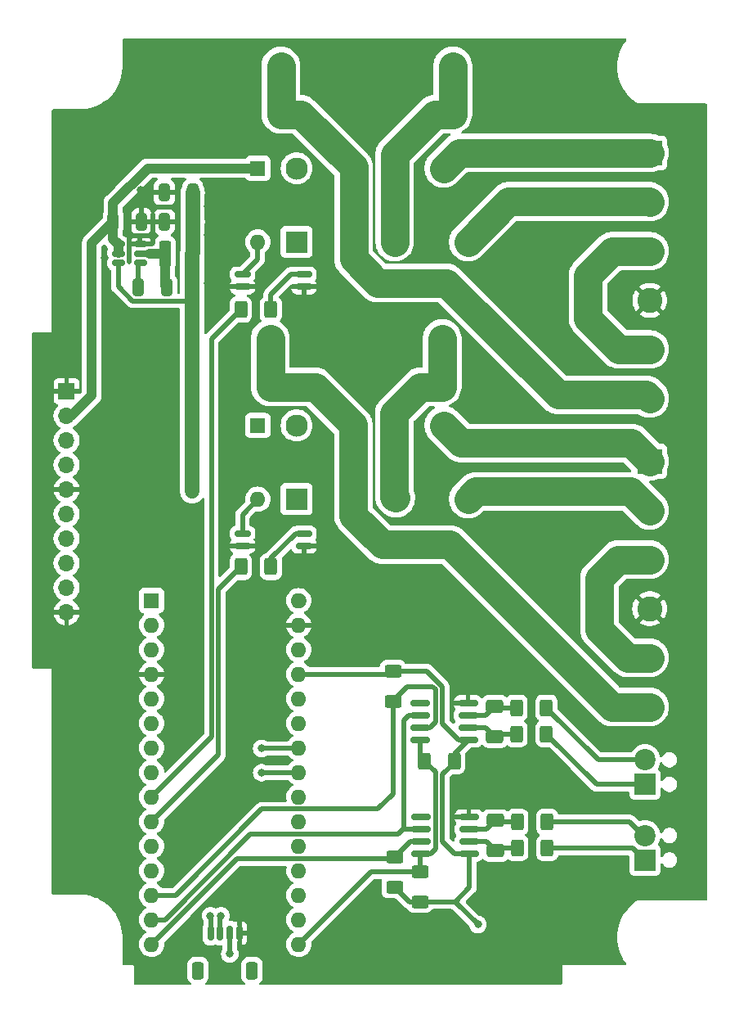
<source format=gbr>
%TF.GenerationSoftware,KiCad,Pcbnew,8.0.5*%
%TF.CreationDate,2024-09-29T22:12:38-04:00*%
%TF.ProjectId,BREAD_Slice,42524541-445f-4536-9c69-63652e6b6963,rev?*%
%TF.SameCoordinates,PX74eba40PY8552dc0*%
%TF.FileFunction,Copper,L2,Bot*%
%TF.FilePolarity,Positive*%
%FSLAX46Y46*%
G04 Gerber Fmt 4.6, Leading zero omitted, Abs format (unit mm)*
G04 Created by KiCad (PCBNEW 8.0.5) date 2024-09-29 22:12:38*
%MOMM*%
%LPD*%
G01*
G04 APERTURE LIST*
G04 Aperture macros list*
%AMRoundRect*
0 Rectangle with rounded corners*
0 $1 Rounding radius*
0 $2 $3 $4 $5 $6 $7 $8 $9 X,Y pos of 4 corners*
0 Add a 4 corners polygon primitive as box body*
4,1,4,$2,$3,$4,$5,$6,$7,$8,$9,$2,$3,0*
0 Add four circle primitives for the rounded corners*
1,1,$1+$1,$2,$3*
1,1,$1+$1,$4,$5*
1,1,$1+$1,$6,$7*
1,1,$1+$1,$8,$9*
0 Add four rect primitives between the rounded corners*
20,1,$1+$1,$2,$3,$4,$5,0*
20,1,$1+$1,$4,$5,$6,$7,0*
20,1,$1+$1,$6,$7,$8,$9,0*
20,1,$1+$1,$8,$9,$2,$3,0*%
G04 Aperture macros list end*
%TA.AperFunction,ComponentPad*%
%ADD10R,1.600000X1.600000*%
%TD*%
%TA.AperFunction,ComponentPad*%
%ADD11O,1.600000X1.600000*%
%TD*%
%TA.AperFunction,ComponentPad*%
%ADD12R,1.700000X1.700000*%
%TD*%
%TA.AperFunction,ComponentPad*%
%ADD13O,1.700000X1.700000*%
%TD*%
%TA.AperFunction,ComponentPad*%
%ADD14R,2.200000X2.200000*%
%TD*%
%TA.AperFunction,ComponentPad*%
%ADD15C,2.200000*%
%TD*%
%TA.AperFunction,ComponentPad*%
%ADD16RoundRect,0.550000X-0.550000X-0.550000X0.550000X-0.550000X0.550000X0.550000X-0.550000X0.550000X0*%
%TD*%
%TA.AperFunction,ComponentPad*%
%ADD17R,2.300000X2.300000*%
%TD*%
%TA.AperFunction,ComponentPad*%
%ADD18C,2.300000*%
%TD*%
%TA.AperFunction,ComponentPad*%
%ADD19R,2.600000X2.600000*%
%TD*%
%TA.AperFunction,ComponentPad*%
%ADD20C,2.600000*%
%TD*%
%TA.AperFunction,SMDPad,CuDef*%
%ADD21RoundRect,0.150000X0.662500X0.150000X-0.662500X0.150000X-0.662500X-0.150000X0.662500X-0.150000X0*%
%TD*%
%TA.AperFunction,SMDPad,CuDef*%
%ADD22RoundRect,0.250000X0.625000X-0.400000X0.625000X0.400000X-0.625000X0.400000X-0.625000X-0.400000X0*%
%TD*%
%TA.AperFunction,SMDPad,CuDef*%
%ADD23RoundRect,0.150000X0.150000X0.625000X-0.150000X0.625000X-0.150000X-0.625000X0.150000X-0.625000X0*%
%TD*%
%TA.AperFunction,SMDPad,CuDef*%
%ADD24RoundRect,0.250000X0.350000X0.650000X-0.350000X0.650000X-0.350000X-0.650000X0.350000X-0.650000X0*%
%TD*%
%TA.AperFunction,SMDPad,CuDef*%
%ADD25RoundRect,0.250000X-0.400000X-0.625000X0.400000X-0.625000X0.400000X0.625000X-0.400000X0.625000X0*%
%TD*%
%TA.AperFunction,SMDPad,CuDef*%
%ADD26RoundRect,0.250000X-0.325000X-0.650000X0.325000X-0.650000X0.325000X0.650000X-0.325000X0.650000X0*%
%TD*%
%TA.AperFunction,SMDPad,CuDef*%
%ADD27RoundRect,0.250000X-0.625000X0.400000X-0.625000X-0.400000X0.625000X-0.400000X0.625000X0.400000X0*%
%TD*%
%TA.AperFunction,SMDPad,CuDef*%
%ADD28RoundRect,0.150000X0.825000X0.150000X-0.825000X0.150000X-0.825000X-0.150000X0.825000X-0.150000X0*%
%TD*%
%TA.AperFunction,SMDPad,CuDef*%
%ADD29RoundRect,0.250000X0.650000X-0.412500X0.650000X0.412500X-0.650000X0.412500X-0.650000X-0.412500X0*%
%TD*%
%TA.AperFunction,SMDPad,CuDef*%
%ADD30RoundRect,0.250000X-0.375000X-1.075000X0.375000X-1.075000X0.375000X1.075000X-0.375000X1.075000X0*%
%TD*%
%TA.AperFunction,SMDPad,CuDef*%
%ADD31RoundRect,0.250000X0.325000X0.650000X-0.325000X0.650000X-0.325000X-0.650000X0.325000X-0.650000X0*%
%TD*%
%TA.AperFunction,SMDPad,CuDef*%
%ADD32RoundRect,0.150000X-0.512500X-0.150000X0.512500X-0.150000X0.512500X0.150000X-0.512500X0.150000X0*%
%TD*%
%TA.AperFunction,SMDPad,CuDef*%
%ADD33RoundRect,0.250000X0.400000X0.625000X-0.400000X0.625000X-0.400000X-0.625000X0.400000X-0.625000X0*%
%TD*%
%TA.AperFunction,ViaPad*%
%ADD34C,0.800000*%
%TD*%
%TA.AperFunction,ViaPad*%
%ADD35C,0.500000*%
%TD*%
%TA.AperFunction,ViaPad*%
%ADD36C,1.500000*%
%TD*%
%TA.AperFunction,Conductor*%
%ADD37C,0.500000*%
%TD*%
%TA.AperFunction,Conductor*%
%ADD38C,1.500000*%
%TD*%
%TA.AperFunction,Conductor*%
%ADD39C,1.000000*%
%TD*%
%TA.AperFunction,Conductor*%
%ADD40C,3.000000*%
%TD*%
G04 APERTURE END LIST*
D10*
%TO.P,A1,1,D1/TX*%
%TO.N,unconnected-(A1-D1{slash}TX-Pad1)*%
X12400000Y39800000D03*
D11*
%TO.P,A1,2,D0/RX*%
%TO.N,unconnected-(A1-D0{slash}RX-Pad2)*%
X12400000Y37260000D03*
%TO.P,A1,3,~{RESET}*%
%TO.N,unconnected-(A1-~{RESET}-Pad3)*%
X12400000Y34720000D03*
%TO.P,A1,4,GND*%
%TO.N,GND*%
X12400000Y32180000D03*
%TO.P,A1,5,D2*%
%TO.N,/E_STOP*%
X12400000Y29640000D03*
%TO.P,A1,6,D3*%
%TO.N,/INT*%
X12400000Y27100000D03*
%TO.P,A1,7,D4*%
%TO.N,/SYNC*%
X12400000Y24560000D03*
%TO.P,A1,8,D5*%
%TO.N,/LED*%
X12400000Y22020000D03*
%TO.P,A1,9,D6*%
%TO.N,/Relay1*%
X12400000Y19480000D03*
%TO.P,A1,10,D7*%
%TO.N,/Relay2*%
X12400000Y16940000D03*
%TO.P,A1,11,D8*%
%TO.N,unconnected-(A1-D8-Pad11)*%
X12400000Y14400000D03*
%TO.P,A1,12,D9*%
%TO.N,unconnected-(A1-D9-Pad12)*%
X12400000Y11860000D03*
%TO.P,A1,13,D10*%
%TO.N,/SS1*%
X12400000Y9320000D03*
%TO.P,A1,14,D11*%
%TO.N,/DATA*%
X12400000Y6780000D03*
%TO.P,A1,15,D12*%
%TO.N,/SS2*%
X12400000Y4240000D03*
%TO.P,A1,16,D13*%
%TO.N,/CLK*%
X27640000Y4240000D03*
%TO.P,A1,17,3V3*%
%TO.N,unconnected-(A1-3V3-Pad17)*%
X27640000Y6780000D03*
%TO.P,A1,18,AREF*%
%TO.N,unconnected-(A1-AREF-Pad18)*%
X27640000Y9320000D03*
%TO.P,A1,19,A0*%
%TO.N,unconnected-(A1-A0-Pad19)*%
X27640000Y11860000D03*
%TO.P,A1,20,A1*%
%TO.N,unconnected-(A1-A1-Pad20)*%
X27640000Y14400000D03*
%TO.P,A1,21,A2*%
%TO.N,unconnected-(A1-A2-Pad21)*%
X27640000Y16940000D03*
%TO.P,A1,22,A3*%
%TO.N,unconnected-(A1-A3-Pad22)*%
X27640000Y19480000D03*
%TO.P,A1,23,A4*%
%TO.N,/I2C_DAT*%
X27640000Y22020000D03*
%TO.P,A1,24,A5*%
%TO.N,/I2C_CLK*%
X27640000Y24560000D03*
%TO.P,A1,25,A6*%
%TO.N,unconnected-(A1-A6-Pad25)*%
X27640000Y27100000D03*
%TO.P,A1,26,A7*%
%TO.N,unconnected-(A1-A7-Pad26)*%
X27640000Y29640000D03*
%TO.P,A1,27,+5V*%
%TO.N,+5V*%
X27640000Y32180000D03*
%TO.P,A1,28,~{RESET}*%
%TO.N,unconnected-(A1-~{RESET}-Pad28)*%
X27640000Y34720000D03*
%TO.P,A1,29,GND*%
%TO.N,GND*%
X27640000Y37260000D03*
%TO.P,A1,30,VIN*%
%TO.N,unconnected-(A1-VIN-Pad30)*%
X27640000Y39800000D03*
%TD*%
D12*
%TO.P,J2,1,Pin_1*%
%TO.N,GND*%
X3600000Y61450000D03*
D13*
%TO.P,J2,2,Pin_2*%
%TO.N,+12V*%
X3600000Y58910000D03*
%TO.P,J2,3,Pin_3*%
%TO.N,/I2C_CLK*%
X3600000Y56370000D03*
%TO.P,J2,4,Pin_4*%
%TO.N,/I2C_DAT*%
X3600000Y53830000D03*
%TO.P,J2,5,Pin_5*%
%TO.N,GND*%
X3600000Y51290000D03*
%TO.P,J2,6,Pin_6*%
%TO.N,/E_STOP*%
X3600000Y48750000D03*
%TO.P,J2,7,Pin_7*%
%TO.N,/INT*%
X3600000Y46210000D03*
%TO.P,J2,8,Pin_8*%
%TO.N,/SYNC*%
X3600000Y43670000D03*
%TO.P,J2,9,Pin_9*%
%TO.N,+12V*%
X3600000Y41130000D03*
%TO.P,J2,10,Pin_10*%
%TO.N,GND*%
X3600000Y38590000D03*
%TD*%
D10*
%TO.P,D3,1,K*%
%TO.N,+12V*%
X23400000Y57910000D03*
D11*
%TO.P,D3,2,A*%
%TO.N,Net-(D3-A)*%
X23400000Y50290000D03*
%TD*%
D14*
%TO.P,J3,1,Pin_1*%
%TO.N,/MAX31855K/T+*%
X63500000Y20800000D03*
D15*
%TO.P,J3,2,Pin_2*%
%TO.N,/MAX31855K/T-*%
X63500000Y23340000D03*
%TD*%
D16*
%TO.P,F2,1*%
%TO.N,Net-(J6-Pin_6)*%
X24700000Y66900000D03*
X24700000Y61900000D03*
D15*
%TO.P,F2,2*%
%TO.N,/Relay1/IN*%
X42500000Y66900000D03*
X42500000Y61900000D03*
%TD*%
D17*
%TO.P,K2,1*%
%TO.N,Net-(D3-A)*%
X27425000Y50300000D03*
D18*
%TO.P,K2,2*%
%TO.N,/Relay1/IN*%
X37585000Y50300000D03*
%TO.P,K2,3*%
%TO.N,/Relay1/NO*%
X45205000Y50300000D03*
%TO.P,K2,4*%
%TO.N,/Relay1/NC*%
X42665000Y57920000D03*
%TO.P,K2,5*%
%TO.N,+12V*%
X27425000Y57920000D03*
%TD*%
D16*
%TO.P,F1,1*%
%TO.N,Net-(J5-Pin_6)*%
X25800000Y95100000D03*
X25800000Y90100000D03*
D15*
%TO.P,F1,2*%
%TO.N,/Relay/IN*%
X43600000Y95100000D03*
X43600000Y90100000D03*
%TD*%
D10*
%TO.P,D2,1,K*%
%TO.N,+12V*%
X23400000Y84510000D03*
D11*
%TO.P,D2,2,A*%
%TO.N,Net-(D2-A)*%
X23400000Y76890000D03*
%TD*%
D19*
%TO.P,J5,1,Pin_1*%
%TO.N,/Relay/NC*%
X64000000Y86100000D03*
D20*
%TO.P,J5,2,Pin_2*%
%TO.N,/Relay/NO*%
X64000000Y81020000D03*
%TO.P,J5,3,Pin_3*%
%TO.N,Net-(J5-Pin_3)*%
X64000000Y75940000D03*
%TO.P,J5,4,Pin_4*%
%TO.N,GND*%
X64000000Y70860000D03*
%TO.P,J5,5,Pin_5*%
%TO.N,Net-(J5-Pin_3)*%
X64000000Y65780000D03*
%TO.P,J5,6,Pin_6*%
%TO.N,Net-(J5-Pin_6)*%
X64000000Y60700000D03*
%TD*%
D14*
%TO.P,J4,1,Pin_1*%
%TO.N,/MAX31855K1/T+*%
X63500000Y12960000D03*
D15*
%TO.P,J4,2,Pin_2*%
%TO.N,/MAX31855K1/T-*%
X63500000Y15500000D03*
%TD*%
D17*
%TO.P,K1,1*%
%TO.N,Net-(D2-A)*%
X27425000Y76900000D03*
D18*
%TO.P,K1,2*%
%TO.N,/Relay/IN*%
X37585000Y76900000D03*
%TO.P,K1,3*%
%TO.N,/Relay/NO*%
X45205000Y76900000D03*
%TO.P,K1,4*%
%TO.N,/Relay/NC*%
X42665000Y84520000D03*
%TO.P,K1,5*%
%TO.N,+12V*%
X27425000Y84520000D03*
%TD*%
D19*
%TO.P,J6,1,Pin_1*%
%TO.N,/Relay1/NC*%
X63995000Y54200000D03*
D20*
%TO.P,J6,2,Pin_2*%
%TO.N,/Relay1/NO*%
X63995000Y49120000D03*
%TO.P,J6,3,Pin_3*%
%TO.N,Net-(J6-Pin_3)*%
X63995000Y44040000D03*
%TO.P,J6,4,Pin_4*%
%TO.N,GND*%
X63995000Y38960000D03*
%TO.P,J6,5,Pin_5*%
%TO.N,Net-(J6-Pin_3)*%
X63995000Y33880000D03*
%TO.P,J6,6,Pin_6*%
%TO.N,Net-(J6-Pin_6)*%
X63995000Y28800000D03*
%TD*%
D21*
%TO.P,U4,1*%
%TO.N,Net-(R5-Pad2)*%
X28187500Y73535000D03*
%TO.P,U4,2*%
%TO.N,GND*%
X28187500Y72265000D03*
%TO.P,U4,3*%
X21812500Y72265000D03*
%TO.P,U4,4*%
%TO.N,Net-(D2-A)*%
X21812500Y73535000D03*
%TD*%
D22*
%TO.P,R3,1*%
%TO.N,+5V*%
X40183810Y8660000D03*
%TO.P,R3,2*%
%TO.N,/CLK*%
X40183810Y11760000D03*
%TD*%
%TO.P,R2,1*%
%TO.N,/SS1*%
X37400000Y29400000D03*
%TO.P,R2,2*%
%TO.N,+5V*%
X37400000Y32500000D03*
%TD*%
D23*
%TO.P,J1,1,Pin_1*%
%TO.N,GND*%
X21510000Y5400000D03*
%TO.P,J1,2,Pin_2*%
%TO.N,+5V*%
X20510000Y5400000D03*
%TO.P,J1,3,Pin_3*%
%TO.N,/I2C_DAT*%
X19510000Y5400000D03*
%TO.P,J1,4,Pin_4*%
%TO.N,/I2C_CLK*%
X18510000Y5400000D03*
D24*
%TO.P,J1,MP*%
%TO.N,N/C*%
X22810000Y1525000D03*
X17210000Y1525000D03*
%TD*%
D25*
%TO.P,FB3,1*%
%TO.N,Net-(U3-T+)*%
X50283810Y14210000D03*
%TO.P,FB3,2*%
%TO.N,/MAX31855K1/T+*%
X53383810Y14210000D03*
%TD*%
D26*
%TO.P,C3,1*%
%TO.N,GND*%
X13725000Y79000000D03*
%TO.P,C3,2*%
%TO.N,+5V*%
X16675000Y79000000D03*
%TD*%
D27*
%TO.P,R4,1*%
%TO.N,/SS2*%
X37583810Y13260000D03*
%TO.P,R4,2*%
%TO.N,+5V*%
X37583810Y10160000D03*
%TD*%
D25*
%TO.P,FB4,1*%
%TO.N,Net-(U3-T-)*%
X50283810Y16900000D03*
%TO.P,FB4,2*%
%TO.N,/MAX31855K1/T-*%
X53383810Y16900000D03*
%TD*%
%TO.P,R5,1*%
%TO.N,/Relay1*%
X21650000Y69900000D03*
%TO.P,R5,2*%
%TO.N,Net-(R5-Pad2)*%
X24750000Y69900000D03*
%TD*%
D28*
%TO.P,U3,1,GND*%
%TO.N,GND*%
X45258810Y17415000D03*
%TO.P,U3,2,T-*%
%TO.N,Net-(U3-T-)*%
X45258810Y16145000D03*
%TO.P,U3,3,T+*%
%TO.N,Net-(U3-T+)*%
X45258810Y14875000D03*
%TO.P,U3,4,VCC*%
%TO.N,+5V*%
X45258810Y13605000D03*
%TO.P,U3,5,SCK*%
%TO.N,/CLK*%
X40308810Y13605000D03*
%TO.P,U3,6,~{CS}*%
%TO.N,/SS2*%
X40308810Y14875000D03*
%TO.P,U3,7,SO*%
%TO.N,/DATA*%
X40308810Y16145000D03*
%TO.P,U3,8*%
%TO.N,N/C*%
X40308810Y17415000D03*
%TD*%
D29*
%TO.P,C5,1*%
%TO.N,Net-(U2-T+)*%
X47950000Y25737500D03*
%TO.P,C5,2*%
%TO.N,Net-(U2-T-)*%
X47950000Y28862500D03*
%TD*%
D26*
%TO.P,C4,1*%
%TO.N,GND*%
X13725000Y82000000D03*
%TO.P,C4,2*%
%TO.N,+5V*%
X16675000Y82000000D03*
%TD*%
D25*
%TO.P,R6,1*%
%TO.N,/Relay2*%
X21650000Y43300000D03*
%TO.P,R6,2*%
%TO.N,Net-(R6-Pad2)*%
X24750000Y43300000D03*
%TD*%
D30*
%TO.P,L1,1*%
%TO.N,Net-(U1-SW)*%
X13800000Y75700000D03*
%TO.P,L1,2*%
%TO.N,+5V*%
X16600000Y75700000D03*
%TD*%
D31*
%TO.P,C1,1*%
%TO.N,GND*%
X11375000Y79000000D03*
%TO.P,C1,2*%
%TO.N,+12V*%
X8425000Y79000000D03*
%TD*%
D25*
%TO.P,FB2,1*%
%TO.N,Net-(U2-T-)*%
X50200000Y28700000D03*
%TO.P,FB2,2*%
%TO.N,/MAX31855K/T-*%
X53300000Y28700000D03*
%TD*%
D21*
%TO.P,U5,1*%
%TO.N,Net-(R6-Pad2)*%
X28187500Y46735000D03*
%TO.P,U5,2*%
%TO.N,GND*%
X28187500Y45465000D03*
%TO.P,U5,3*%
X21812500Y45465000D03*
%TO.P,U5,4*%
%TO.N,Net-(D3-A)*%
X21812500Y46735000D03*
%TD*%
D28*
%TO.P,U2,1,GND*%
%TO.N,GND*%
X45175000Y29215000D03*
%TO.P,U2,2,T-*%
%TO.N,Net-(U2-T-)*%
X45175000Y27945000D03*
%TO.P,U2,3,T+*%
%TO.N,Net-(U2-T+)*%
X45175000Y26675000D03*
%TO.P,U2,4,VCC*%
%TO.N,+5V*%
X45175000Y25405000D03*
%TO.P,U2,5,SCK*%
%TO.N,/CLK*%
X40225000Y25405000D03*
%TO.P,U2,6,~{CS}*%
%TO.N,/SS1*%
X40225000Y26675000D03*
%TO.P,U2,7,SO*%
%TO.N,/DATA*%
X40225000Y27945000D03*
%TO.P,U2,8*%
%TO.N,N/C*%
X40225000Y29215000D03*
%TD*%
D32*
%TO.P,U1,1,FB*%
%TO.N,+5V*%
X8962500Y74750000D03*
%TO.P,U1,2,EN*%
%TO.N,+12V*%
X8962500Y75700000D03*
%TO.P,U1,3,VIN*%
X8962500Y76650000D03*
%TO.P,U1,4,GND*%
%TO.N,GND*%
X11237500Y76650000D03*
%TO.P,U1,5,SW*%
%TO.N,Net-(U1-SW)*%
X11237500Y75700000D03*
%TO.P,U1,6,BST*%
%TO.N,Net-(U1-BST)*%
X11237500Y74750000D03*
%TD*%
D25*
%TO.P,FB1,1*%
%TO.N,Net-(U2-T+)*%
X50200000Y26010000D03*
%TO.P,FB1,2*%
%TO.N,/MAX31855K/T+*%
X53300000Y26010000D03*
%TD*%
D31*
%TO.P,C2,1*%
%TO.N,Net-(U1-SW)*%
X13975000Y72200000D03*
%TO.P,C2,2*%
%TO.N,Net-(U1-BST)*%
X11025000Y72200000D03*
%TD*%
D33*
%TO.P,R1,1*%
%TO.N,+5V*%
X43750000Y23200000D03*
%TO.P,R1,2*%
%TO.N,/CLK*%
X40650000Y23200000D03*
%TD*%
D29*
%TO.P,C6,1*%
%TO.N,Net-(U3-T+)*%
X48033810Y13937500D03*
%TO.P,C6,2*%
%TO.N,Net-(U3-T-)*%
X48033810Y17062500D03*
%TD*%
D34*
%TO.N,GND*%
X18200000Y77650000D03*
X18200000Y80550000D03*
D35*
X12100000Y77500000D03*
D34*
X7700000Y72000000D03*
X7500000Y75250000D03*
D35*
X12500000Y79700000D03*
X11200000Y77500000D03*
D34*
X11300000Y82250000D03*
X50200000Y2100000D03*
D35*
X11400000Y80500000D03*
X13700000Y80500000D03*
X10100000Y74800000D03*
D34*
X18200000Y72650000D03*
D35*
X12500000Y78400000D03*
D34*
%TO.N,+5V*%
X46200000Y6300000D03*
D36*
X16600000Y51100000D03*
D34*
X20500000Y3249500D03*
%TO.N,/I2C_CLK*%
X18500000Y7200000D03*
X23800000Y24500000D03*
%TO.N,/I2C_DAT*%
X23800000Y22000000D03*
X19600000Y7200000D03*
%TD*%
D37*
%TO.N,GND*%
X12500000Y78400000D02*
X12500000Y78200000D01*
X11200000Y77500000D02*
X10300000Y77500000D01*
X10100000Y77300000D02*
X10100000Y76600000D01*
X11200000Y77500000D02*
X11200000Y76687500D01*
X12500000Y77900000D02*
X12100000Y77500000D01*
X12350000Y76650000D02*
X12500000Y76800000D01*
X12100000Y77500000D02*
X11200000Y77500000D01*
X12500000Y76800000D02*
X12500000Y78200000D01*
X13725000Y79000000D02*
X11375000Y79000000D01*
X12900000Y80500000D02*
X14600000Y80500000D01*
X13700000Y80500000D02*
X12900000Y80500000D01*
X12500000Y79000000D02*
X12500000Y79700000D01*
X10100000Y76600000D02*
X10100000Y74800000D01*
X11237500Y76650000D02*
X12350000Y76650000D01*
X12500000Y79000000D02*
X12500000Y78400000D01*
X12500000Y78200000D02*
X12500000Y77900000D01*
X10150000Y76650000D02*
X10100000Y76600000D01*
X11200000Y76687500D02*
X11237500Y76650000D01*
X11237500Y76650000D02*
X10150000Y76650000D01*
X10300000Y77500000D02*
X10100000Y77300000D01*
%TO.N,+5V*%
X43750000Y23980000D02*
X45175000Y25405000D01*
X43840000Y8660000D02*
X40183810Y8660000D01*
X44200001Y25405000D02*
X42500000Y27105001D01*
X45300000Y13563810D02*
X45300000Y10120000D01*
X43795000Y13605000D02*
X45258810Y13605000D01*
D38*
X16600000Y51100000D02*
X16600000Y70800000D01*
D37*
X42500000Y14900000D02*
X43795000Y13605000D01*
X45300000Y10120000D02*
X43840000Y8660000D01*
X42500000Y30889950D02*
X40889950Y32500000D01*
D38*
X16650000Y78975000D02*
X16650000Y75750000D01*
D37*
X45175000Y25405000D02*
X44200001Y25405000D01*
X43750000Y23050000D02*
X42500000Y21800000D01*
D38*
X16650000Y75750000D02*
X16600000Y75700000D01*
D37*
X8962500Y72290622D02*
X10453122Y70800000D01*
X46200000Y6300000D02*
X43840000Y8660000D01*
X8962500Y74750000D02*
X8962500Y72290622D01*
D38*
X16600000Y70800000D02*
X16600000Y75700000D01*
X16650000Y79025000D02*
X16675000Y79000000D01*
X16650000Y81975000D02*
X16650000Y79025000D01*
D37*
X27640000Y32180000D02*
X37080000Y32180000D01*
X43750000Y23200000D02*
X43750000Y23980000D01*
X10453122Y70800000D02*
X16600000Y70800000D01*
X42500000Y21800000D02*
X42500000Y14900000D01*
D39*
X16675000Y75775000D02*
X16600000Y75700000D01*
D37*
X43750000Y23200000D02*
X43750000Y23050000D01*
D38*
X16675000Y82000000D02*
X16650000Y81975000D01*
D37*
X20510000Y3259500D02*
X20510000Y5400000D01*
X45258810Y13605000D02*
X45300000Y13563810D01*
D38*
X16675000Y79000000D02*
X16650000Y78975000D01*
D37*
X20500000Y3249500D02*
X20510000Y3259500D01*
X42500000Y27105001D02*
X42500000Y30889950D01*
X40889950Y32500000D02*
X37400000Y32500000D01*
X27820000Y32000000D02*
X27640000Y32180000D01*
X37080000Y32180000D02*
X37400000Y32500000D01*
X40183810Y8660000D02*
X39083810Y8660000D01*
X39083810Y8660000D02*
X37583810Y10160000D01*
%TO.N,/I2C_CLK*%
X27580000Y24500000D02*
X27640000Y24560000D01*
X18510000Y7190000D02*
X18500000Y7200000D01*
X18510000Y5400000D02*
X18510000Y7190000D01*
X23800000Y24500000D02*
X27580000Y24500000D01*
%TO.N,/I2C_DAT*%
X27620000Y22000000D02*
X27640000Y22020000D01*
X23800000Y22000000D02*
X27620000Y22000000D01*
X19510000Y7110000D02*
X19600000Y7200000D01*
X19510000Y5400000D02*
X19510000Y7110000D01*
D39*
%TO.N,+12V*%
X6200000Y61000000D02*
X4110000Y58910000D01*
X8425000Y80930635D02*
X12004365Y84510000D01*
X4110000Y58910000D02*
X3600000Y58910000D01*
X12004365Y84510000D02*
X23400000Y84510000D01*
X27415000Y84510000D02*
X27425000Y84520000D01*
X8425000Y79000000D02*
X6200000Y76775000D01*
X6200000Y76775000D02*
X6200000Y61000000D01*
X27415000Y57910000D02*
X27425000Y57920000D01*
X8425000Y79000000D02*
X8425000Y77187500D01*
X27015000Y57910000D02*
X27025000Y57920000D01*
X8962500Y76650000D02*
X8962500Y75750000D01*
X8425000Y79000000D02*
X8425000Y80930635D01*
X8425000Y77187500D02*
X8962500Y76650000D01*
D37*
%TO.N,/DATA*%
X38500000Y27400000D02*
X38500000Y16200000D01*
X13769950Y6780000D02*
X22639950Y15650000D01*
X38445000Y16145000D02*
X40308810Y16145000D01*
X12400000Y6780000D02*
X13769950Y6780000D01*
X37950000Y15650000D02*
X38445000Y16145000D01*
X40225000Y27945000D02*
X39045000Y27945000D01*
X39045000Y27945000D02*
X38500000Y27400000D01*
X38500000Y16200000D02*
X37950000Y15650000D01*
X22639950Y15650000D02*
X37950000Y15650000D01*
%TO.N,/CLK*%
X40225000Y25405000D02*
X40225000Y23625000D01*
X41800000Y22050000D02*
X40650000Y23200000D01*
X40100000Y25280000D02*
X40225000Y25405000D01*
X41800000Y14121191D02*
X41800000Y22050000D01*
X35160000Y11760000D02*
X27640000Y4240000D01*
X40183810Y11760000D02*
X35160000Y11760000D01*
X40183810Y13480000D02*
X40308810Y13605000D01*
X40308810Y13605000D02*
X41283809Y13605000D01*
X40183810Y11760000D02*
X40183810Y13480000D01*
X41283809Y13605000D02*
X41800000Y14121191D01*
X40225000Y23625000D02*
X40650000Y23200000D01*
%TO.N,/SS1*%
X41199999Y26675000D02*
X40225000Y26675000D01*
X37400000Y29400000D02*
X37400000Y19800000D01*
X23830000Y18230000D02*
X14920000Y9320000D01*
X38900000Y30900000D02*
X41500000Y30900000D01*
X35830000Y18230000D02*
X23830000Y18230000D01*
X41800000Y27275001D02*
X41199999Y26675000D01*
X37400000Y19800000D02*
X35830000Y18230000D01*
X14920000Y9320000D02*
X12400000Y9320000D01*
X41800000Y30600000D02*
X41800000Y27275001D01*
X37300000Y29300000D02*
X38900000Y30900000D01*
X41500000Y30900000D02*
X41800000Y30600000D01*
%TO.N,/SS2*%
X37433810Y13110000D02*
X37583810Y13260000D01*
X12400000Y4420100D02*
X12400000Y4240000D01*
X37583810Y13260000D02*
X39198810Y14875000D01*
X21270000Y13110000D02*
X37433810Y13110000D01*
X39198810Y14875000D02*
X40308810Y14875000D01*
X12400000Y4240000D02*
X21270000Y13110000D01*
%TO.N,/Relay1*%
X18600000Y66850000D02*
X18600000Y25680000D01*
X21650000Y69900000D02*
X18600000Y66850000D01*
X18600000Y25680000D02*
X12400000Y19480000D01*
%TO.N,/Relay2*%
X19300000Y23840000D02*
X12400000Y16940000D01*
X21650000Y43300000D02*
X19300000Y40950000D01*
X19300000Y40950000D02*
X19300000Y23840000D01*
D39*
%TO.N,Net-(U1-SW)*%
X13800000Y72375000D02*
X13975000Y72200000D01*
X13800000Y75700000D02*
X12156238Y75700000D01*
X13800000Y75700000D02*
X13800000Y72375000D01*
D37*
%TO.N,Net-(U1-BST)*%
X11025000Y74537500D02*
X11237500Y74750000D01*
X11025000Y72200000D02*
X11025000Y74537500D01*
D38*
%TO.N,unconnected-(A1-VIN-Pad30)*%
X27657000Y39783000D02*
X27640000Y39800000D01*
D37*
%TO.N,Net-(D2-A)*%
X23400000Y75122500D02*
X23400000Y76890000D01*
X21812500Y73535000D02*
X23400000Y75122500D01*
D39*
X27415000Y76890000D02*
X27425000Y76900000D01*
D37*
%TO.N,Net-(D3-A)*%
X21812500Y46735000D02*
X21812500Y48702500D01*
D39*
X27015000Y50290000D02*
X27025000Y50300000D01*
X27415000Y50290000D02*
X27425000Y50300000D01*
D37*
X21812500Y48702500D02*
X23400000Y50290000D01*
%TO.N,Net-(U2-T+)*%
X48222500Y26010000D02*
X47950000Y25737500D01*
X45175000Y26675000D02*
X47012500Y26675000D01*
X50200000Y26010000D02*
X48222500Y26010000D01*
X47012500Y26675000D02*
X47950000Y25737500D01*
%TO.N,Net-(U2-T-)*%
X48112500Y28700000D02*
X47950000Y28862500D01*
X47950000Y28862500D02*
X47032500Y27945000D01*
X47032500Y27945000D02*
X45175000Y27945000D01*
X50200000Y28700000D02*
X48112500Y28700000D01*
%TO.N,Net-(U3-T-)*%
X48196310Y16900000D02*
X48033810Y17062500D01*
X47116310Y16145000D02*
X45258810Y16145000D01*
X50283810Y16900000D02*
X48196310Y16900000D01*
X48033810Y17062500D02*
X47116310Y16145000D01*
%TO.N,Net-(U3-T+)*%
X47096310Y14875000D02*
X45258810Y14875000D01*
X48306310Y14210000D02*
X48033810Y13937500D01*
X48033810Y13937500D02*
X47096310Y14875000D01*
X50283810Y14210000D02*
X48306310Y14210000D01*
D40*
%TO.N,Net-(J6-Pin_6)*%
X24700000Y61900000D02*
X29342700Y61900000D01*
X60100000Y28800000D02*
X63995000Y28800000D01*
X36300000Y45600000D02*
X43300000Y45600000D01*
X29342700Y61900000D02*
X33300000Y57942700D01*
X33300000Y48600000D02*
X36300000Y45600000D01*
X24700000Y61900000D02*
X24700000Y66900000D01*
X33300000Y57942700D02*
X33300000Y48600000D01*
%TO.N,/Relay/IN*%
X43600000Y90100000D02*
X43600000Y95100000D01*
X43600000Y90100000D02*
X41757300Y90100000D01*
X37585000Y85927700D02*
X37585000Y76900000D01*
X41757300Y90100000D02*
X37585000Y85927700D01*
%TO.N,/Relay1/IN*%
X40257300Y61900000D02*
X37550000Y59192700D01*
X37550000Y50560408D02*
X37697704Y50412704D01*
X42500000Y61900000D02*
X42500000Y66900000D01*
X42500000Y61900000D02*
X40257300Y61900000D01*
X37550000Y59192700D02*
X37550000Y50560408D01*
D37*
%TO.N,/MAX31855K/T+*%
X53300000Y26010000D02*
X58510000Y20800000D01*
X58510000Y20800000D02*
X63500000Y20800000D01*
%TO.N,/MAX31855K/T-*%
X58660000Y23340000D02*
X53300000Y28700000D01*
X63500000Y23340000D02*
X58660000Y23340000D01*
%TO.N,/MAX31855K1/T+*%
X53383810Y14210000D02*
X62250000Y14210000D01*
X62250000Y14210000D02*
X63500000Y12960000D01*
%TO.N,/MAX31855K1/T-*%
X61900000Y16900000D02*
X53383810Y16900000D01*
X63500000Y15500000D02*
X63300000Y15500000D01*
X63300000Y15500000D02*
X61900000Y16900000D01*
D40*
%TO.N,/Relay/NO*%
X63920000Y81100000D02*
X64000000Y81020000D01*
X49405000Y81100000D02*
X63920000Y81100000D01*
X45205000Y76900000D02*
X49405000Y81100000D01*
%TO.N,/Relay/NC*%
X44245000Y86100000D02*
X64000000Y86100000D01*
X42665000Y84520000D02*
X44245000Y86100000D01*
%TO.N,Net-(J6-Pin_3)*%
X60740000Y44040000D02*
X63995000Y44040000D01*
X58800000Y36800000D02*
X58800000Y42100000D01*
X58800000Y42100000D02*
X60740000Y44040000D01*
X63995000Y33880000D02*
X61720000Y33880000D01*
X61720000Y33880000D02*
X58800000Y36800000D01*
%TO.N,/Relay1/NC*%
X62095000Y56100000D02*
X63995000Y54200000D01*
X42665000Y57920000D02*
X44485000Y56100000D01*
X44485000Y56100000D02*
X62095000Y56100000D01*
%TO.N,/Relay1/NO*%
X46005000Y51100000D02*
X62015000Y51100000D01*
X62015000Y51100000D02*
X63995000Y49120000D01*
X45205000Y50300000D02*
X46005000Y51100000D01*
D37*
%TO.N,Net-(R5-Pad2)*%
X24750000Y69900000D02*
X24750000Y71450000D01*
X24750000Y71450000D02*
X26835000Y73535000D01*
X28187500Y73535000D02*
X26835000Y73535000D01*
%TO.N,Net-(R6-Pad2)*%
X27310000Y46735000D02*
X28187500Y46735000D01*
X24750000Y43300000D02*
X24750000Y44175000D01*
X24750000Y44175000D02*
X27310000Y46735000D01*
D40*
%TO.N,Net-(J5-Pin_6)*%
X33335000Y75139592D02*
X33335000Y84607700D01*
X25800000Y90100000D02*
X25800000Y95100000D01*
X54489592Y61100000D02*
X42939592Y72650000D01*
X35824592Y72650000D02*
X33335000Y75139592D01*
X42939592Y72650000D02*
X35824592Y72650000D01*
X63600000Y61100000D02*
X54489592Y61100000D01*
X33335000Y84607700D02*
X27842700Y90100000D01*
X27842700Y90100000D02*
X25800000Y90100000D01*
X64000000Y60700000D02*
X63600000Y61100000D01*
%TO.N,Net-(J5-Pin_3)*%
X60140000Y75940000D02*
X57600000Y73400000D01*
X57600000Y69000000D02*
X60820000Y65780000D01*
X60820000Y65780000D02*
X64000000Y65780000D01*
X64000000Y75940000D02*
X60140000Y75940000D01*
X57600000Y73400000D02*
X57600000Y69000000D01*
%TO.N,Net-(J6-Pin_6)*%
X43300000Y45600000D02*
X60100000Y28800000D01*
%TD*%
%TA.AperFunction,Conductor*%
%TO.N,GND*%
G36*
X12994629Y83489815D02*
G01*
X13040384Y83437011D01*
X13050328Y83367853D01*
X13021303Y83304297D01*
X12992687Y83279962D01*
X12931659Y83242320D01*
X12931655Y83242317D01*
X12807684Y83118346D01*
X12715643Y82969125D01*
X12715641Y82969120D01*
X12660494Y82802698D01*
X12660493Y82802691D01*
X12650000Y82699987D01*
X12650000Y82250000D01*
X14799999Y82250000D01*
X14799999Y82699972D01*
X14799998Y82699987D01*
X14789505Y82802698D01*
X14734358Y82969120D01*
X14734356Y82969125D01*
X14642315Y83118346D01*
X14518344Y83242317D01*
X14518340Y83242320D01*
X14457313Y83279962D01*
X14410588Y83331910D01*
X14399367Y83400872D01*
X14427210Y83464954D01*
X14485279Y83503810D01*
X14522410Y83509500D01*
X15876638Y83509500D01*
X15943677Y83489815D01*
X15989432Y83437011D01*
X15999376Y83367853D01*
X15970351Y83304297D01*
X15941735Y83279961D01*
X15881342Y83242711D01*
X15757289Y83118658D01*
X15665187Y82969337D01*
X15665185Y82969332D01*
X15665115Y82969120D01*
X15610001Y82802797D01*
X15610001Y82802796D01*
X15610000Y82802796D01*
X15599500Y82700017D01*
X15599500Y82696421D01*
X15582180Y82635004D01*
X15582688Y82634745D01*
X15581389Y82632197D01*
X15581232Y82631638D01*
X15580477Y82630407D01*
X15490668Y82454149D01*
X15489608Y82450388D01*
X15430291Y82267831D01*
X15430291Y82267828D01*
X15399500Y82073423D01*
X15399500Y76071586D01*
X15393432Y76033272D01*
X15386944Y76013303D01*
X15386944Y76013302D01*
X15380291Y75992827D01*
X15349500Y75798423D01*
X15349500Y71674500D01*
X15329815Y71607461D01*
X15277011Y71561706D01*
X15225500Y71550500D01*
X15174500Y71550500D01*
X15107461Y71570185D01*
X15061706Y71622989D01*
X15050500Y71674500D01*
X15050499Y72900002D01*
X15050498Y72900019D01*
X15039999Y73002797D01*
X15039998Y73002800D01*
X15034665Y73018895D01*
X14984814Y73169334D01*
X14892712Y73318656D01*
X14836819Y73374549D01*
X14803334Y73435872D01*
X14800500Y73462230D01*
X14800500Y74174337D01*
X14818962Y74239434D01*
X14859809Y74305658D01*
X14859808Y74305658D01*
X14859814Y74305666D01*
X14914999Y74472203D01*
X14925500Y74574991D01*
X14925499Y76825008D01*
X14925326Y76826697D01*
X14914999Y76927797D01*
X14914998Y76927800D01*
X14880761Y77031120D01*
X14859814Y77094334D01*
X14767712Y77243656D01*
X14643656Y77367712D01*
X14514660Y77447277D01*
X14494336Y77459813D01*
X14494335Y77459814D01*
X14494334Y77459814D01*
X14494328Y77459816D01*
X14448221Y77475095D01*
X14390777Y77514868D01*
X14363955Y77579384D01*
X14376271Y77648160D01*
X14422131Y77698339D01*
X14518343Y77757683D01*
X14642315Y77881655D01*
X14734356Y78030876D01*
X14734358Y78030881D01*
X14789505Y78197303D01*
X14789506Y78197310D01*
X14799999Y78300014D01*
X14800000Y78300027D01*
X14800000Y78750000D01*
X13599000Y78750000D01*
X13531961Y78769685D01*
X13486206Y78822489D01*
X13475000Y78874000D01*
X13475000Y79126000D01*
X13494685Y79193039D01*
X13547489Y79238794D01*
X13599000Y79250000D01*
X14799999Y79250000D01*
X14799999Y79699972D01*
X14799998Y79699987D01*
X14789505Y79802698D01*
X14734358Y79969120D01*
X14734356Y79969125D01*
X14642315Y80118346D01*
X14518345Y80242316D01*
X14369124Y80334357D01*
X14369119Y80334359D01*
X14224460Y80382294D01*
X14167015Y80422067D01*
X14140192Y80486583D01*
X14152507Y80555358D01*
X14200050Y80606558D01*
X14224460Y80617706D01*
X14369119Y80665642D01*
X14369124Y80665644D01*
X14518345Y80757685D01*
X14642315Y80881655D01*
X14734356Y81030876D01*
X14734358Y81030881D01*
X14789505Y81197303D01*
X14789506Y81197310D01*
X14799999Y81300014D01*
X14800000Y81300027D01*
X14800000Y81750000D01*
X12650001Y81750000D01*
X12650001Y81300014D01*
X12660494Y81197303D01*
X12715641Y81030881D01*
X12715643Y81030876D01*
X12807684Y80881655D01*
X12931654Y80757685D01*
X13080875Y80665644D01*
X13080880Y80665642D01*
X13225539Y80617707D01*
X13282984Y80577935D01*
X13309807Y80513419D01*
X13297492Y80444643D01*
X13249949Y80393443D01*
X13225540Y80382295D01*
X13080878Y80334358D01*
X13080875Y80334357D01*
X12931654Y80242316D01*
X12807684Y80118346D01*
X12715643Y79969125D01*
X12715641Y79969120D01*
X12667706Y79824461D01*
X12627933Y79767016D01*
X12563417Y79740193D01*
X12494641Y79752508D01*
X12443442Y79800051D01*
X12432294Y79824461D01*
X12384358Y79969120D01*
X12384356Y79969125D01*
X12292315Y80118346D01*
X12168345Y80242316D01*
X12019124Y80334357D01*
X12019119Y80334359D01*
X11852697Y80389506D01*
X11852690Y80389507D01*
X11749986Y80400000D01*
X11625000Y80400000D01*
X11625000Y78874000D01*
X11605315Y78806961D01*
X11552511Y78761206D01*
X11501000Y78750000D01*
X10300001Y78750000D01*
X10300001Y78300014D01*
X10310494Y78197303D01*
X10365641Y78030881D01*
X10365643Y78030876D01*
X10457684Y77881655D01*
X10581656Y77757683D01*
X10709618Y77678756D01*
X10756343Y77626808D01*
X10767566Y77557846D01*
X10739723Y77493763D01*
X10681654Y77454907D01*
X10654253Y77449599D01*
X10622509Y77447101D01*
X10622504Y77447100D01*
X10464806Y77401284D01*
X10464803Y77401283D01*
X10323447Y77317686D01*
X10323438Y77317679D01*
X10207321Y77201562D01*
X10207312Y77201551D01*
X10207017Y77201050D01*
X10206683Y77200739D01*
X10202537Y77195393D01*
X10201674Y77196063D01*
X10155943Y77153371D01*
X10087200Y77140873D01*
X10022614Y77167524D01*
X9998063Y77195860D01*
X9997861Y77195702D01*
X9994967Y77199432D01*
X9993559Y77201058D01*
X9993085Y77201860D01*
X9993076Y77201871D01*
X9876870Y77318077D01*
X9876862Y77318083D01*
X9736179Y77401282D01*
X9735398Y77401744D01*
X9735397Y77401745D01*
X9735396Y77401745D01*
X9735393Y77401747D01*
X9611317Y77437794D01*
X9558231Y77469189D01*
X9461819Y77565601D01*
X9428334Y77626924D01*
X9425500Y77653282D01*
X9425500Y77983202D01*
X9434368Y78023205D01*
X9432542Y78023810D01*
X9434814Y78030666D01*
X9489999Y78197203D01*
X9500500Y78299991D01*
X9500499Y79699987D01*
X10300000Y79699987D01*
X10300000Y79250000D01*
X11125000Y79250000D01*
X11125000Y80400000D01*
X11000027Y80400000D01*
X11000012Y80399999D01*
X10897302Y80389506D01*
X10730880Y80334359D01*
X10730875Y80334357D01*
X10581654Y80242316D01*
X10457684Y80118346D01*
X10365643Y79969125D01*
X10365641Y79969120D01*
X10310494Y79802698D01*
X10310493Y79802691D01*
X10300000Y79699987D01*
X9500499Y79699987D01*
X9500499Y79700008D01*
X9489999Y79802797D01*
X9434814Y79969334D01*
X9434813Y79969336D01*
X9432542Y79976189D01*
X9434364Y79976793D01*
X9425500Y80016798D01*
X9425500Y80464853D01*
X9445185Y80531892D01*
X9461819Y80552534D01*
X12382467Y83473181D01*
X12443790Y83506666D01*
X12470148Y83509500D01*
X12927590Y83509500D01*
X12994629Y83489815D01*
G37*
%TD.AperFunction*%
%TA.AperFunction,Conductor*%
G36*
X12605357Y78247493D02*
G01*
X12656557Y78199951D01*
X12667705Y78175541D01*
X12715642Y78030879D01*
X12715643Y78030876D01*
X12807684Y77881655D01*
X12931654Y77757685D01*
X13087025Y77661851D01*
X13085666Y77659649D01*
X13129026Y77621487D01*
X13148192Y77554298D01*
X13127991Y77487412D01*
X13089293Y77449717D01*
X12956347Y77367715D01*
X12956343Y77367712D01*
X12832289Y77243658D01*
X12740187Y77094337D01*
X12740185Y77094332D01*
X12726755Y77053803D01*
X12685001Y76927797D01*
X12685001Y76927796D01*
X12685000Y76927796D01*
X12674500Y76825017D01*
X12674500Y76824500D01*
X12674468Y76824395D01*
X12674340Y76821861D01*
X12674179Y76821870D01*
X12674179Y76821868D01*
X12674155Y76821871D01*
X12673734Y76821892D01*
X12654815Y76757461D01*
X12602011Y76711706D01*
X12550500Y76700500D01*
X12524000Y76700500D01*
X12456961Y76720185D01*
X12411206Y76772989D01*
X12400000Y76824500D01*
X12400000Y76865635D01*
X12399999Y76865650D01*
X12397100Y76902490D01*
X12397099Y76902496D01*
X12351283Y77060194D01*
X12351282Y77060197D01*
X12267685Y77201553D01*
X12267678Y77201562D01*
X12151561Y77317679D01*
X12151552Y77317686D01*
X12010198Y77401282D01*
X11972957Y77412101D01*
X11914072Y77449708D01*
X11884865Y77513180D01*
X11894611Y77582367D01*
X11940215Y77635301D01*
X11968548Y77648884D01*
X12019119Y77665642D01*
X12019124Y77665644D01*
X12168345Y77757685D01*
X12292315Y77881655D01*
X12384356Y78030876D01*
X12384359Y78030883D01*
X12432293Y78175539D01*
X12472065Y78232984D01*
X12536581Y78259808D01*
X12605357Y78247493D01*
G37*
%TD.AperFunction*%
%TA.AperFunction,Conductor*%
G36*
X61527304Y97904815D02*
G01*
X61573059Y97852011D01*
X61583003Y97782853D01*
X61556774Y97722642D01*
X61459397Y97601939D01*
X61459378Y97601913D01*
X61239476Y97272536D01*
X61239467Y97272521D01*
X61050125Y96924693D01*
X61050118Y96924679D01*
X60892857Y96561195D01*
X60892855Y96561191D01*
X60768960Y96185014D01*
X60768959Y96185011D01*
X60679445Y95799225D01*
X60679441Y95799203D01*
X60625030Y95406925D01*
X60625028Y95406904D01*
X60606161Y95011323D01*
X60606161Y95011298D01*
X60622991Y94615620D01*
X60622991Y94615614D01*
X60675291Y94223751D01*
X60675385Y94223048D01*
X60738216Y93945778D01*
X60762915Y93836786D01*
X60884870Y93459979D01*
X60884871Y93459976D01*
X61031177Y93116979D01*
X61040260Y93095685D01*
X61040265Y93095676D01*
X61227822Y92746863D01*
X61446037Y92416339D01*
X61617341Y92201746D01*
X61693119Y92106819D01*
X61731956Y92066272D01*
X61967075Y91820799D01*
X61967082Y91820793D01*
X62265658Y91560621D01*
X62265675Y91560607D01*
X62586470Y91328375D01*
X62586477Y91328371D01*
X62586481Y91328368D01*
X62756671Y91227127D01*
X62777757Y91214590D01*
X62826612Y91219092D01*
X62826612Y91219093D01*
X62846168Y91220894D01*
X62846187Y91220687D01*
X62864720Y91224501D01*
X69800500Y91224501D01*
X69867539Y91204816D01*
X69913294Y91152012D01*
X69924500Y91100501D01*
X69924500Y8899502D01*
X69904815Y8832463D01*
X69852011Y8786708D01*
X69800500Y8775502D01*
X62859941Y8775502D01*
X62847935Y8777969D01*
X62847788Y8776364D01*
X62779375Y8782658D01*
X62758279Y8770110D01*
X62758278Y8770111D01*
X62588203Y8668908D01*
X62588194Y8668902D01*
X62267586Y8436756D01*
X62267580Y8436752D01*
X62267576Y8436748D01*
X61969148Y8176675D01*
X61969145Y8176672D01*
X61695335Y7890796D01*
X61448366Y7581435D01*
X61230242Y7251101D01*
X61230233Y7251085D01*
X61042737Y6902483D01*
X60887363Y6538388D01*
X60765396Y6161805D01*
X60677813Y5775758D01*
X60625335Y5383423D01*
X60625332Y5383390D01*
X60608378Y4987928D01*
X60608379Y4987902D01*
X60627087Y4592510D01*
X60681304Y4200410D01*
X60681306Y4200398D01*
X60681307Y4200393D01*
X60690995Y4158550D01*
X60770594Y3814760D01*
X60770601Y3814737D01*
X60894230Y3438719D01*
X60894236Y3438704D01*
X60894238Y3438698D01*
X61051220Y3075305D01*
X61051222Y3075302D01*
X61051222Y3075301D01*
X61093700Y2997156D01*
X61226275Y2753265D01*
X61240274Y2727513D01*
X61459852Y2398161D01*
X61459856Y2398155D01*
X61459858Y2398153D01*
X61551750Y2284087D01*
X61557224Y2277293D01*
X61583952Y2212738D01*
X61571537Y2143980D01*
X61523919Y2092850D01*
X61460661Y2075501D01*
X54984982Y2075501D01*
X54957231Y2064006D01*
X54935995Y2042770D01*
X54935994Y2042769D01*
X54935994Y2042768D01*
X54932498Y2034328D01*
X54924500Y2015019D01*
X54924500Y199501D01*
X54904815Y132462D01*
X54852011Y86707D01*
X54800500Y75501D01*
X29484982Y75501D01*
X29457231Y64006D01*
X29455045Y61819D01*
X29449103Y58575D01*
X29447079Y57222D01*
X29446957Y57404D01*
X29393722Y28334D01*
X29367364Y25500D01*
X23649574Y25500D01*
X23582535Y45185D01*
X23536780Y97989D01*
X23526836Y167147D01*
X23555861Y230703D01*
X23584478Y255039D01*
X23628656Y282288D01*
X23752712Y406344D01*
X23844814Y555666D01*
X23899999Y722203D01*
X23910500Y824991D01*
X23910499Y2225008D01*
X23899999Y2327797D01*
X23844814Y2494334D01*
X23752712Y2643656D01*
X23628656Y2767712D01*
X23479334Y2859814D01*
X23312797Y2914999D01*
X23312795Y2915000D01*
X23210010Y2925500D01*
X22409998Y2925500D01*
X22409980Y2925499D01*
X22307203Y2915000D01*
X22307200Y2914999D01*
X22140668Y2859815D01*
X22140663Y2859813D01*
X21991342Y2767711D01*
X21867289Y2643658D01*
X21775187Y2494337D01*
X21775185Y2494332D01*
X21752318Y2425322D01*
X21720001Y2327797D01*
X21720001Y2327796D01*
X21720000Y2327796D01*
X21709500Y2225017D01*
X21709500Y824999D01*
X21709501Y824982D01*
X21720000Y722204D01*
X21720001Y722201D01*
X21752940Y622800D01*
X21775186Y555666D01*
X21844910Y442624D01*
X21867289Y406343D01*
X21991344Y282288D01*
X22035522Y255039D01*
X22082247Y203091D01*
X22093470Y134129D01*
X22065627Y70047D01*
X22007558Y31190D01*
X21970426Y25500D01*
X18049574Y25500D01*
X17982535Y45185D01*
X17936780Y97989D01*
X17926836Y167147D01*
X17955861Y230703D01*
X17984478Y255039D01*
X18028656Y282288D01*
X18152712Y406344D01*
X18244814Y555666D01*
X18299999Y722203D01*
X18310500Y824991D01*
X18310499Y2225008D01*
X18299999Y2327797D01*
X18244814Y2494334D01*
X18152712Y2643656D01*
X18028656Y2767712D01*
X17879334Y2859814D01*
X17712797Y2914999D01*
X17712795Y2915000D01*
X17610010Y2925500D01*
X16809998Y2925500D01*
X16809980Y2925499D01*
X16707203Y2915000D01*
X16707200Y2914999D01*
X16540668Y2859815D01*
X16540663Y2859813D01*
X16391342Y2767711D01*
X16267289Y2643658D01*
X16175187Y2494337D01*
X16175185Y2494332D01*
X16152318Y2425322D01*
X16120001Y2327797D01*
X16120001Y2327796D01*
X16120000Y2327796D01*
X16109500Y2225017D01*
X16109500Y824999D01*
X16109501Y824982D01*
X16120000Y722204D01*
X16120001Y722201D01*
X16152940Y622800D01*
X16175186Y555666D01*
X16244910Y442624D01*
X16267289Y406343D01*
X16391344Y282288D01*
X16435522Y255039D01*
X16482247Y203091D01*
X16493470Y134129D01*
X16465627Y70047D01*
X16407558Y31190D01*
X16370426Y25500D01*
X10699500Y25500D01*
X10632461Y45185D01*
X10586706Y97989D01*
X10575500Y149500D01*
X10575500Y2015018D01*
X10575500Y2015019D01*
X10564006Y2042768D01*
X10542767Y2064007D01*
X10515018Y2075501D01*
X10515017Y2075501D01*
X9499500Y2075501D01*
X9432461Y2095186D01*
X9386706Y2147990D01*
X9375500Y2199501D01*
X9375500Y5202291D01*
X9372001Y5240047D01*
X9353579Y5438858D01*
X9338171Y5605142D01*
X9338171Y5605143D01*
X9338170Y5605150D01*
X9263828Y6002844D01*
X9249209Y6054223D01*
X9187037Y6272735D01*
X9153108Y6391982D01*
X9006956Y6769245D01*
X8826618Y7131413D01*
X8613632Y7475396D01*
X8432004Y7715911D01*
X8369820Y7798256D01*
X8369813Y7798264D01*
X8330285Y7841624D01*
X8097250Y8097251D01*
X7798260Y8369817D01*
X7798257Y8369819D01*
X7798254Y8369822D01*
X7592096Y8525505D01*
X7475396Y8613633D01*
X7457842Y8624502D01*
X7131420Y8826614D01*
X7131413Y8826618D01*
X6769240Y9006958D01*
X6593118Y9075188D01*
X6391982Y9153109D01*
X6391968Y9153113D01*
X6391965Y9153114D01*
X6002850Y9263826D01*
X6002850Y9263827D01*
X5605140Y9338172D01*
X5279842Y9368314D01*
X5202292Y9375500D01*
X5202289Y9375500D01*
X2199500Y9375500D01*
X2132461Y9395185D01*
X2086706Y9447989D01*
X2075500Y9499500D01*
X2075500Y32715017D01*
X2075500Y32715018D01*
X2064006Y32742767D01*
X2042767Y32764006D01*
X2015018Y32775500D01*
X2015017Y32775500D01*
X149500Y32775500D01*
X82461Y32795185D01*
X36706Y32847989D01*
X25500Y32899500D01*
X25500Y58910001D01*
X2244341Y58910001D01*
X2244341Y58910000D01*
X2264936Y58674597D01*
X2264938Y58674587D01*
X2326094Y58446345D01*
X2326096Y58446341D01*
X2326097Y58446337D01*
X2364461Y58364066D01*
X2425965Y58232170D01*
X2425967Y58232166D01*
X2561501Y58038605D01*
X2561506Y58038598D01*
X2728597Y57871507D01*
X2728603Y57871502D01*
X2914158Y57741575D01*
X2957783Y57686998D01*
X2964977Y57617500D01*
X2933454Y57555145D01*
X2914158Y57538425D01*
X2728597Y57408495D01*
X2561505Y57241403D01*
X2425965Y57047831D01*
X2425964Y57047829D01*
X2326098Y56833665D01*
X2326094Y56833656D01*
X2264938Y56605414D01*
X2264936Y56605404D01*
X2244341Y56370001D01*
X2244341Y56370000D01*
X2264936Y56134597D01*
X2264938Y56134587D01*
X2326094Y55906345D01*
X2326096Y55906341D01*
X2326097Y55906337D01*
X2425965Y55692170D01*
X2425967Y55692166D01*
X2561501Y55498605D01*
X2561506Y55498598D01*
X2728597Y55331507D01*
X2728603Y55331502D01*
X2914158Y55201575D01*
X2957783Y55146998D01*
X2964977Y55077500D01*
X2933454Y55015145D01*
X2914158Y54998425D01*
X2728597Y54868495D01*
X2561505Y54701403D01*
X2425965Y54507831D01*
X2425964Y54507829D01*
X2326098Y54293665D01*
X2326094Y54293656D01*
X2264938Y54065414D01*
X2264936Y54065404D01*
X2244341Y53830001D01*
X2244341Y53830000D01*
X2264936Y53594597D01*
X2264938Y53594587D01*
X2326094Y53366345D01*
X2326096Y53366341D01*
X2326097Y53366337D01*
X2359563Y53294570D01*
X2425965Y53152170D01*
X2425967Y53152166D01*
X2561501Y52958605D01*
X2561506Y52958598D01*
X2728597Y52791507D01*
X2728603Y52791502D01*
X2914594Y52661270D01*
X2958219Y52606693D01*
X2965413Y52537195D01*
X2933890Y52474840D01*
X2914595Y52458120D01*
X2728922Y52328110D01*
X2728920Y52328109D01*
X2561891Y52161080D01*
X2561886Y52161074D01*
X2426400Y51967580D01*
X2426399Y51967578D01*
X2326570Y51753493D01*
X2326567Y51753487D01*
X2269364Y51540001D01*
X2269364Y51540000D01*
X3166988Y51540000D01*
X3134075Y51482993D01*
X3100000Y51355826D01*
X3100000Y51224174D01*
X3134075Y51097007D01*
X3166988Y51040000D01*
X2269364Y51040000D01*
X2326567Y50826514D01*
X2326570Y50826508D01*
X2426399Y50612422D01*
X2561894Y50418918D01*
X2728917Y50251895D01*
X2914595Y50121881D01*
X2958219Y50067304D01*
X2965412Y49997805D01*
X2933890Y49935451D01*
X2914595Y49918731D01*
X2728594Y49788492D01*
X2561505Y49621403D01*
X2425965Y49427831D01*
X2425964Y49427829D01*
X2326098Y49213665D01*
X2326094Y49213656D01*
X2264938Y48985414D01*
X2264936Y48985404D01*
X2244341Y48750001D01*
X2244341Y48750000D01*
X2264936Y48514597D01*
X2264938Y48514587D01*
X2326094Y48286345D01*
X2326096Y48286341D01*
X2326097Y48286337D01*
X2425965Y48072170D01*
X2472158Y48006199D01*
X2561501Y47878605D01*
X2561506Y47878598D01*
X2728597Y47711507D01*
X2728603Y47711502D01*
X2914158Y47581575D01*
X2957783Y47526998D01*
X2964977Y47457500D01*
X2933454Y47395145D01*
X2914158Y47378425D01*
X2728597Y47248495D01*
X2561505Y47081403D01*
X2425965Y46887831D01*
X2425964Y46887829D01*
X2326098Y46673665D01*
X2326094Y46673656D01*
X2264938Y46445414D01*
X2264936Y46445404D01*
X2244341Y46210001D01*
X2244341Y46210000D01*
X2264936Y45974597D01*
X2264938Y45974587D01*
X2326094Y45746345D01*
X2326096Y45746341D01*
X2326097Y45746337D01*
X2418921Y45547275D01*
X2425965Y45532170D01*
X2425967Y45532166D01*
X2534281Y45377479D01*
X2545217Y45361860D01*
X2561501Y45338605D01*
X2561506Y45338598D01*
X2728597Y45171507D01*
X2728603Y45171502D01*
X2914158Y45041575D01*
X2957783Y44986998D01*
X2964977Y44917500D01*
X2933454Y44855145D01*
X2914158Y44838425D01*
X2728597Y44708495D01*
X2561505Y44541403D01*
X2425965Y44347831D01*
X2425964Y44347829D01*
X2326098Y44133665D01*
X2326094Y44133656D01*
X2264938Y43905414D01*
X2264936Y43905404D01*
X2244341Y43670001D01*
X2244341Y43670000D01*
X2264936Y43434597D01*
X2264938Y43434587D01*
X2326094Y43206345D01*
X2326096Y43206341D01*
X2326097Y43206337D01*
X2350829Y43153300D01*
X2425965Y42992170D01*
X2425967Y42992166D01*
X2561501Y42798605D01*
X2561506Y42798598D01*
X2728597Y42631507D01*
X2728603Y42631502D01*
X2914158Y42501575D01*
X2957783Y42446998D01*
X2964977Y42377500D01*
X2933454Y42315145D01*
X2914158Y42298425D01*
X2728597Y42168495D01*
X2561505Y42001403D01*
X2425965Y41807831D01*
X2425964Y41807829D01*
X2326098Y41593665D01*
X2326094Y41593656D01*
X2264938Y41365414D01*
X2264936Y41365404D01*
X2244341Y41130001D01*
X2244341Y41130000D01*
X2264936Y40894597D01*
X2264938Y40894587D01*
X2326094Y40666345D01*
X2326096Y40666341D01*
X2326097Y40666337D01*
X2338780Y40639139D01*
X2425965Y40452170D01*
X2425967Y40452166D01*
X2561501Y40258605D01*
X2561506Y40258598D01*
X2728597Y40091507D01*
X2728603Y40091502D01*
X2914594Y39961270D01*
X2958219Y39906693D01*
X2965413Y39837195D01*
X2933890Y39774840D01*
X2914595Y39758120D01*
X2728922Y39628110D01*
X2728920Y39628109D01*
X2561891Y39461080D01*
X2561886Y39461074D01*
X2426400Y39267580D01*
X2426399Y39267578D01*
X2326570Y39053493D01*
X2326567Y39053487D01*
X2269364Y38840001D01*
X2269364Y38840000D01*
X3166988Y38840000D01*
X3134075Y38782993D01*
X3100000Y38655826D01*
X3100000Y38524174D01*
X3134075Y38397007D01*
X3166988Y38340000D01*
X2269364Y38340000D01*
X2326567Y38126514D01*
X2326570Y38126508D01*
X2426399Y37912422D01*
X2561894Y37718918D01*
X2728917Y37551895D01*
X2922421Y37416400D01*
X3136507Y37316571D01*
X3136516Y37316567D01*
X3350000Y37259366D01*
X3350000Y38156988D01*
X3407007Y38124075D01*
X3534174Y38090000D01*
X3665826Y38090000D01*
X3792993Y38124075D01*
X3850000Y38156988D01*
X3850000Y37259367D01*
X4063483Y37316567D01*
X4063492Y37316571D01*
X4277578Y37416400D01*
X4471082Y37551895D01*
X4638105Y37718918D01*
X4773600Y37912422D01*
X4873429Y38126508D01*
X4873432Y38126514D01*
X4930636Y38340000D01*
X4033012Y38340000D01*
X4065925Y38397007D01*
X4100000Y38524174D01*
X4100000Y38655826D01*
X4065925Y38782993D01*
X4033012Y38840000D01*
X4930636Y38840000D01*
X4930635Y38840001D01*
X4873432Y39053487D01*
X4873429Y39053493D01*
X4773600Y39267578D01*
X4773599Y39267580D01*
X4638113Y39461074D01*
X4638108Y39461080D01*
X4471078Y39628110D01*
X4285405Y39758121D01*
X4241780Y39812698D01*
X4234588Y39882196D01*
X4266110Y39944551D01*
X4285406Y39961270D01*
X4378831Y40026687D01*
X4471401Y40091505D01*
X4638495Y40258599D01*
X4774035Y40452170D01*
X4873903Y40666337D01*
X4935063Y40894592D01*
X4955659Y41130000D01*
X4935063Y41365408D01*
X4873903Y41593663D01*
X4774035Y41807829D01*
X4717772Y41888182D01*
X4638494Y42001403D01*
X4471402Y42168494D01*
X4471396Y42168499D01*
X4285842Y42298425D01*
X4242217Y42353002D01*
X4235023Y42422500D01*
X4266546Y42484855D01*
X4285842Y42501575D01*
X4462085Y42624982D01*
X4471401Y42631505D01*
X4638495Y42798599D01*
X4774035Y42992170D01*
X4873903Y43206337D01*
X4935063Y43434592D01*
X4955659Y43670000D01*
X4935063Y43905408D01*
X4873903Y44133663D01*
X4774035Y44347829D01*
X4741946Y44393658D01*
X4638494Y44541403D01*
X4471402Y44708494D01*
X4471396Y44708499D01*
X4285842Y44838425D01*
X4242217Y44893002D01*
X4235023Y44962500D01*
X4266546Y45024855D01*
X4285842Y45041575D01*
X4314322Y45061517D01*
X4471401Y45171505D01*
X4638495Y45338599D01*
X4774035Y45532170D01*
X4873903Y45746337D01*
X4935063Y45974592D01*
X4955659Y46210000D01*
X4935063Y46445408D01*
X4873903Y46673663D01*
X4774035Y46887829D01*
X4704198Y46987568D01*
X4638494Y47081403D01*
X4471402Y47248494D01*
X4471396Y47248499D01*
X4285842Y47378425D01*
X4242217Y47433002D01*
X4235023Y47502500D01*
X4266546Y47564855D01*
X4285842Y47581575D01*
X4364738Y47636819D01*
X4471401Y47711505D01*
X4638495Y47878599D01*
X4774035Y48072170D01*
X4873903Y48286337D01*
X4935063Y48514592D01*
X4955659Y48750000D01*
X4951944Y48792456D01*
X4942061Y48905421D01*
X4935063Y48985408D01*
X4873903Y49213663D01*
X4774035Y49427829D01*
X4773472Y49428634D01*
X4638494Y49621403D01*
X4471402Y49788494D01*
X4471401Y49788495D01*
X4285405Y49918731D01*
X4241781Y49973308D01*
X4234588Y50042807D01*
X4266110Y50105161D01*
X4285405Y50121881D01*
X4471082Y50251895D01*
X4638105Y50418918D01*
X4773600Y50612422D01*
X4873429Y50826508D01*
X4873432Y50826514D01*
X4930636Y51040000D01*
X4033012Y51040000D01*
X4065925Y51097007D01*
X4100000Y51224174D01*
X4100000Y51355826D01*
X4065925Y51482993D01*
X4033012Y51540000D01*
X4930636Y51540000D01*
X4930635Y51540001D01*
X4873432Y51753487D01*
X4873429Y51753493D01*
X4773600Y51967578D01*
X4773599Y51967580D01*
X4638113Y52161074D01*
X4638108Y52161080D01*
X4471078Y52328110D01*
X4285405Y52458121D01*
X4241780Y52512698D01*
X4234588Y52582196D01*
X4266110Y52644551D01*
X4285406Y52661270D01*
X4337308Y52697612D01*
X4471401Y52791505D01*
X4638495Y52958599D01*
X4774035Y53152170D01*
X4873903Y53366337D01*
X4935063Y53594592D01*
X4955659Y53830000D01*
X4935063Y54065408D01*
X4873903Y54293663D01*
X4774035Y54507829D01*
X4638495Y54701401D01*
X4638494Y54701403D01*
X4471402Y54868494D01*
X4471396Y54868499D01*
X4285842Y54998425D01*
X4242217Y55053002D01*
X4235023Y55122500D01*
X4266546Y55184855D01*
X4285842Y55201575D01*
X4308026Y55217109D01*
X4471401Y55331505D01*
X4638495Y55498599D01*
X4774035Y55692170D01*
X4873903Y55906337D01*
X4935063Y56134592D01*
X4955659Y56370000D01*
X4935063Y56605408D01*
X4873903Y56833663D01*
X4774035Y57047829D01*
X4764031Y57062117D01*
X4638494Y57241403D01*
X4471402Y57408494D01*
X4471396Y57408499D01*
X4285842Y57538425D01*
X4242217Y57593002D01*
X4235023Y57662500D01*
X4266546Y57724855D01*
X4285842Y57741575D01*
X4353400Y57788880D01*
X4471401Y57871505D01*
X4638495Y58038599D01*
X4653097Y58059455D01*
X4685781Y58091435D01*
X4747782Y58132861D01*
X4887139Y58272218D01*
X4887139Y58272220D01*
X4897343Y58282423D01*
X4897346Y58282428D01*
X6977139Y60362218D01*
X7050703Y60472315D01*
X7086632Y60526086D01*
X7162051Y60708165D01*
X7200500Y60901459D01*
X7200500Y76309219D01*
X7220185Y76376258D01*
X7236815Y76396896D01*
X7437591Y76597673D01*
X7498914Y76631157D01*
X7568606Y76626173D01*
X7624539Y76584301D01*
X7628374Y76578882D01*
X7647860Y76549718D01*
X7780811Y76416767D01*
X7812206Y76363682D01*
X7848254Y76239606D01*
X7848255Y76239604D01*
X7848256Y76239602D01*
X7849133Y76238119D01*
X7849466Y76236805D01*
X7851353Y76232446D01*
X7850649Y76232142D01*
X7866315Y76170396D01*
X7850861Y76117767D01*
X7851353Y76117554D01*
X7849630Y76113574D01*
X7849133Y76111882D01*
X7848506Y76110823D01*
X7848254Y76110395D01*
X7848254Y76110394D01*
X7802402Y75952574D01*
X7802401Y75952568D01*
X7799500Y75915702D01*
X7799500Y75484299D01*
X7802401Y75447433D01*
X7802402Y75447427D01*
X7848254Y75289607D01*
X7848254Y75289606D01*
X7848255Y75289604D01*
X7848256Y75289602D01*
X7849133Y75288119D01*
X7849466Y75286805D01*
X7851353Y75282446D01*
X7850649Y75282142D01*
X7866315Y75220396D01*
X7850861Y75167767D01*
X7851353Y75167554D01*
X7849630Y75163574D01*
X7849133Y75161882D01*
X7848506Y75160823D01*
X7848254Y75160395D01*
X7848254Y75160394D01*
X7802402Y75002574D01*
X7802401Y75002568D01*
X7799500Y74965702D01*
X7799500Y74534307D01*
X7802401Y74497433D01*
X7802402Y74497427D01*
X7848254Y74339607D01*
X7848255Y74339604D01*
X7931732Y74198450D01*
X7931918Y74198136D01*
X7931923Y74198130D01*
X8048129Y74081924D01*
X8048133Y74081921D01*
X8048135Y74081919D01*
X8048138Y74081918D01*
X8048141Y74081915D01*
X8151120Y74021014D01*
X8198804Y73969946D01*
X8212000Y73914282D01*
X8212000Y72216704D01*
X8212000Y72216702D01*
X8211999Y72216702D01*
X8240840Y72071718D01*
X8240842Y72071709D01*
X8297414Y71935131D01*
X8297418Y71935124D01*
X8325752Y71892718D01*
X8379549Y71812204D01*
X8379552Y71812201D01*
X9974706Y70217048D01*
X9974708Y70217046D01*
X9985254Y70210000D01*
X10048392Y70167814D01*
X10097627Y70134916D01*
X10097628Y70134916D01*
X10097629Y70134915D01*
X10097631Y70134914D01*
X10234204Y70078344D01*
X10234209Y70078342D01*
X10234213Y70078342D01*
X10234214Y70078341D01*
X10379201Y70049500D01*
X10379204Y70049500D01*
X10379205Y70049500D01*
X10527040Y70049500D01*
X15225500Y70049500D01*
X15292539Y70029815D01*
X15338294Y69977011D01*
X15349500Y69925500D01*
X15349500Y51160016D01*
X15349028Y51149209D01*
X15344723Y51100003D01*
X15344723Y51100000D01*
X15349028Y51050794D01*
X15349500Y51039986D01*
X15349500Y51001579D01*
X15357385Y50951799D01*
X15358440Y50943208D01*
X15363792Y50882028D01*
X15363795Y50882015D01*
X15373467Y50845917D01*
X15376165Y50833224D01*
X15380291Y50807172D01*
X15380291Y50807171D01*
X15399578Y50747813D01*
X15401421Y50741590D01*
X15420424Y50670670D01*
X15431136Y50647700D01*
X15436686Y50633610D01*
X15441115Y50619975D01*
X15474894Y50553680D01*
X15476791Y50549791D01*
X15512898Y50472361D01*
X15512901Y50472355D01*
X15520518Y50461478D01*
X15529427Y50446653D01*
X15530476Y50444595D01*
X15530478Y50444591D01*
X15549131Y50418918D01*
X15581257Y50374700D01*
X15582491Y50372971D01*
X15582504Y50372953D01*
X15638402Y50293123D01*
X15793123Y50138402D01*
X15873007Y50082467D01*
X15874608Y50081325D01*
X15944595Y50030476D01*
X15946642Y50029433D01*
X15961474Y50020521D01*
X15972361Y50012898D01*
X16004728Y49997805D01*
X16049790Y49976792D01*
X16053679Y49974895D01*
X16119975Y49941116D01*
X16133617Y49936684D01*
X16147692Y49931141D01*
X16170670Y49920425D01*
X16241583Y49901424D01*
X16241594Y49901421D01*
X16247808Y49899581D01*
X16307174Y49880291D01*
X16333227Y49876166D01*
X16345912Y49873470D01*
X16382023Y49863793D01*
X16443209Y49858441D01*
X16451776Y49857390D01*
X16501583Y49849500D01*
X16539985Y49849500D01*
X16550792Y49849028D01*
X16599998Y49844723D01*
X16600000Y49844723D01*
X16600002Y49844723D01*
X16649208Y49849028D01*
X16660015Y49849500D01*
X16698416Y49849500D01*
X16698417Y49849500D01*
X16748209Y49857387D01*
X16756799Y49858442D01*
X16817977Y49863793D01*
X16854087Y49873470D01*
X16866757Y49876164D01*
X16892826Y49880291D01*
X16952202Y49899585D01*
X16958405Y49901421D01*
X17029330Y49920425D01*
X17052297Y49931136D01*
X17066380Y49936684D01*
X17080025Y49941116D01*
X17146350Y49974911D01*
X17150199Y49976788D01*
X17227639Y50012898D01*
X17238514Y50020515D01*
X17253361Y50029435D01*
X17253367Y50029438D01*
X17255405Y50030476D01*
X17325377Y50081316D01*
X17326983Y50082461D01*
X17406877Y50138402D01*
X17561598Y50293123D01*
X17617539Y50373017D01*
X17618669Y50374602D01*
X17625185Y50383570D01*
X17680513Y50426232D01*
X17750126Y50432211D01*
X17811921Y50399605D01*
X17846278Y50338766D01*
X17849500Y50310681D01*
X17849500Y26042231D01*
X17829815Y25975192D01*
X17813181Y25954550D01*
X13907431Y22048801D01*
X13846108Y22015316D01*
X13776416Y22020300D01*
X13720483Y22062172D01*
X13696222Y22125673D01*
X13685635Y22246692D01*
X13626739Y22466496D01*
X13530568Y22672734D01*
X13400047Y22859139D01*
X13400045Y22859142D01*
X13239141Y23020046D01*
X13052734Y23150568D01*
X13052728Y23150571D01*
X12994725Y23177618D01*
X12942285Y23223790D01*
X12923133Y23290983D01*
X12943348Y23357865D01*
X12994725Y23402382D01*
X13052734Y23429432D01*
X13239139Y23559953D01*
X13400047Y23720861D01*
X13530568Y23907266D01*
X13626739Y24113504D01*
X13685635Y24333308D01*
X13705468Y24560000D01*
X13704756Y24568133D01*
X13693203Y24700188D01*
X13685635Y24786692D01*
X13629926Y24994602D01*
X13626741Y25006489D01*
X13626738Y25006498D01*
X13599146Y25065669D01*
X13530568Y25212734D01*
X13400047Y25399139D01*
X13400045Y25399142D01*
X13239141Y25560046D01*
X13052734Y25690568D01*
X13052728Y25690571D01*
X12994725Y25717618D01*
X12942285Y25763790D01*
X12923133Y25830983D01*
X12943348Y25897865D01*
X12994725Y25942382D01*
X13052734Y25969432D01*
X13239139Y26099953D01*
X13400047Y26260861D01*
X13530568Y26447266D01*
X13626739Y26653504D01*
X13685635Y26873308D01*
X13704098Y27084336D01*
X13705468Y27099999D01*
X13705468Y27100002D01*
X13694369Y27226865D01*
X13685635Y27326692D01*
X13629926Y27534602D01*
X13626741Y27546489D01*
X13626738Y27546498D01*
X13561593Y27686201D01*
X13530568Y27752734D01*
X13432839Y27892307D01*
X13400045Y27939142D01*
X13239141Y28100046D01*
X13052734Y28230568D01*
X13052728Y28230571D01*
X12994725Y28257618D01*
X12942285Y28303790D01*
X12923133Y28370983D01*
X12943348Y28437865D01*
X12994725Y28482382D01*
X13052734Y28509432D01*
X13239139Y28639953D01*
X13400047Y28800861D01*
X13530568Y28987266D01*
X13626739Y29193504D01*
X13685635Y29413308D01*
X13704173Y29625199D01*
X13705468Y29639999D01*
X13705468Y29640002D01*
X13692025Y29793656D01*
X13685635Y29866692D01*
X13626739Y30086496D01*
X13530568Y30292734D01*
X13400047Y30479139D01*
X13400045Y30479142D01*
X13239141Y30640046D01*
X13052734Y30770568D01*
X13052732Y30770569D01*
X12994725Y30797618D01*
X12994132Y30797895D01*
X12941694Y30844066D01*
X12922542Y30911260D01*
X12942758Y30978141D01*
X12994134Y31022659D01*
X13052484Y31049868D01*
X13238820Y31180343D01*
X13399657Y31341180D01*
X13530134Y31527518D01*
X13626265Y31733674D01*
X13626269Y31733683D01*
X13678872Y31930000D01*
X12833012Y31930000D01*
X12865925Y31987007D01*
X12900000Y32114174D01*
X12900000Y32245826D01*
X12865925Y32372993D01*
X12833012Y32430000D01*
X13678872Y32430000D01*
X13678872Y32430001D01*
X13626269Y32626318D01*
X13626265Y32626327D01*
X13530134Y32832483D01*
X13399657Y33018821D01*
X13238820Y33179658D01*
X13052482Y33310135D01*
X12994133Y33337343D01*
X12941694Y33383516D01*
X12922542Y33450709D01*
X12942758Y33517590D01*
X12994129Y33562105D01*
X13052734Y33589432D01*
X13239139Y33719953D01*
X13400047Y33880861D01*
X13530568Y34067266D01*
X13626739Y34273504D01*
X13685635Y34493308D01*
X13705468Y34720000D01*
X13685635Y34946692D01*
X13626739Y35166496D01*
X13530568Y35372734D01*
X13400047Y35559139D01*
X13400045Y35559142D01*
X13239141Y35720046D01*
X13052734Y35850568D01*
X13052728Y35850571D01*
X12994725Y35877618D01*
X12942285Y35923790D01*
X12923133Y35990983D01*
X12943348Y36057865D01*
X12994725Y36102382D01*
X12995319Y36102659D01*
X13052734Y36129432D01*
X13239139Y36259953D01*
X13400047Y36420861D01*
X13530568Y36607266D01*
X13626739Y36813504D01*
X13685635Y37033308D01*
X13705468Y37260000D01*
X13685635Y37486692D01*
X13626739Y37706496D01*
X13530568Y37912734D01*
X13400047Y38099139D01*
X13400045Y38099142D01*
X13239143Y38260044D01*
X13214536Y38277274D01*
X13170912Y38331851D01*
X13163719Y38401350D01*
X13195241Y38463704D01*
X13255471Y38499118D01*
X13272404Y38502139D01*
X13307483Y38505909D01*
X13442331Y38556204D01*
X13557546Y38642454D01*
X13643796Y38757669D01*
X13694091Y38892517D01*
X13700500Y38952127D01*
X13700499Y40647872D01*
X13694091Y40707483D01*
X13689500Y40719791D01*
X13643797Y40842329D01*
X13643793Y40842336D01*
X13557547Y40957545D01*
X13557544Y40957548D01*
X13442335Y41043794D01*
X13442328Y41043798D01*
X13307482Y41094092D01*
X13307483Y41094092D01*
X13247883Y41100499D01*
X13247881Y41100500D01*
X13247873Y41100500D01*
X13247864Y41100500D01*
X11552129Y41100500D01*
X11552123Y41100499D01*
X11492516Y41094092D01*
X11357671Y41043798D01*
X11357664Y41043794D01*
X11242455Y40957548D01*
X11242452Y40957545D01*
X11156206Y40842336D01*
X11156202Y40842329D01*
X11105908Y40707483D01*
X11102465Y40675452D01*
X11099501Y40647877D01*
X11099500Y40647865D01*
X11099500Y38952130D01*
X11099501Y38952124D01*
X11105908Y38892517D01*
X11156202Y38757672D01*
X11156206Y38757665D01*
X11242452Y38642456D01*
X11242455Y38642453D01*
X11357664Y38556207D01*
X11357671Y38556203D01*
X11385968Y38545649D01*
X11492517Y38505909D01*
X11527596Y38502138D01*
X11592144Y38475401D01*
X11631993Y38418009D01*
X11634488Y38348184D01*
X11598836Y38288095D01*
X11585464Y38277275D01*
X11560858Y38260046D01*
X11399954Y38099142D01*
X11269432Y37912735D01*
X11269431Y37912733D01*
X11173261Y37706498D01*
X11173258Y37706489D01*
X11114366Y37486698D01*
X11114364Y37486687D01*
X11094532Y37260002D01*
X11094532Y37259999D01*
X11114364Y37033314D01*
X11114366Y37033303D01*
X11173258Y36813512D01*
X11173261Y36813503D01*
X11269431Y36607268D01*
X11269432Y36607266D01*
X11399954Y36420859D01*
X11560858Y36259955D01*
X11560861Y36259953D01*
X11747266Y36129432D01*
X11804681Y36102659D01*
X11805275Y36102382D01*
X11857714Y36056209D01*
X11876866Y35989016D01*
X11856650Y35922135D01*
X11805275Y35877618D01*
X11747267Y35850569D01*
X11747265Y35850568D01*
X11560858Y35720046D01*
X11399954Y35559142D01*
X11269432Y35372735D01*
X11269431Y35372733D01*
X11173261Y35166498D01*
X11173258Y35166489D01*
X11114366Y34946698D01*
X11114364Y34946687D01*
X11094532Y34720002D01*
X11094532Y34719999D01*
X11114364Y34493314D01*
X11114366Y34493303D01*
X11173258Y34273512D01*
X11173261Y34273503D01*
X11269431Y34067268D01*
X11269432Y34067266D01*
X11399954Y33880859D01*
X11560858Y33719955D01*
X11560861Y33719953D01*
X11747266Y33589432D01*
X11805865Y33562107D01*
X11858305Y33515935D01*
X11877457Y33448742D01*
X11857242Y33381861D01*
X11805867Y33337343D01*
X11747515Y33310133D01*
X11561179Y33179658D01*
X11400342Y33018821D01*
X11269865Y32832483D01*
X11173734Y32626327D01*
X11173730Y32626318D01*
X11121127Y32430001D01*
X11121128Y32430000D01*
X11966988Y32430000D01*
X11934075Y32372993D01*
X11900000Y32245826D01*
X11900000Y32114174D01*
X11934075Y31987007D01*
X11966988Y31930000D01*
X11121128Y31930000D01*
X11173730Y31733683D01*
X11173734Y31733674D01*
X11269865Y31527518D01*
X11400342Y31341180D01*
X11561179Y31180343D01*
X11747518Y31049866D01*
X11747520Y31049865D01*
X11805865Y31022658D01*
X11858305Y30976486D01*
X11877457Y30909293D01*
X11857242Y30842411D01*
X11805867Y30797895D01*
X11747268Y30770569D01*
X11747264Y30770567D01*
X11560858Y30640046D01*
X11399954Y30479142D01*
X11269432Y30292735D01*
X11269431Y30292733D01*
X11173261Y30086498D01*
X11173258Y30086489D01*
X11114366Y29866698D01*
X11114364Y29866687D01*
X11094532Y29640002D01*
X11094532Y29639999D01*
X11114364Y29413314D01*
X11114366Y29413303D01*
X11173258Y29193512D01*
X11173261Y29193503D01*
X11269431Y28987268D01*
X11269432Y28987266D01*
X11399954Y28800859D01*
X11560858Y28639955D01*
X11560861Y28639953D01*
X11747266Y28509432D01*
X11774227Y28496860D01*
X11805275Y28482382D01*
X11857714Y28436209D01*
X11876866Y28369016D01*
X11856650Y28302135D01*
X11805275Y28257618D01*
X11747267Y28230569D01*
X11747265Y28230568D01*
X11560858Y28100046D01*
X11399954Y27939142D01*
X11269432Y27752735D01*
X11269431Y27752733D01*
X11173261Y27546498D01*
X11173258Y27546489D01*
X11114366Y27326698D01*
X11114364Y27326687D01*
X11094532Y27100002D01*
X11094532Y27099999D01*
X11114364Y26873314D01*
X11114366Y26873303D01*
X11173258Y26653512D01*
X11173261Y26653503D01*
X11269431Y26447268D01*
X11269432Y26447266D01*
X11399954Y26260859D01*
X11560858Y26099955D01*
X11560861Y26099953D01*
X11747266Y25969432D01*
X11805275Y25942382D01*
X11857714Y25896209D01*
X11876866Y25829016D01*
X11856650Y25762135D01*
X11805275Y25717618D01*
X11747267Y25690569D01*
X11747265Y25690568D01*
X11560858Y25560046D01*
X11399954Y25399142D01*
X11269432Y25212735D01*
X11269431Y25212733D01*
X11173261Y25006498D01*
X11173258Y25006489D01*
X11114366Y24786698D01*
X11114364Y24786687D01*
X11094532Y24560002D01*
X11094532Y24559999D01*
X11114364Y24333314D01*
X11114366Y24333303D01*
X11173258Y24113512D01*
X11173261Y24113503D01*
X11269431Y23907268D01*
X11269432Y23907266D01*
X11399954Y23720859D01*
X11560858Y23559955D01*
X11560861Y23559953D01*
X11747266Y23429432D01*
X11805275Y23402382D01*
X11857714Y23356209D01*
X11876866Y23289016D01*
X11856650Y23222135D01*
X11805275Y23177618D01*
X11747267Y23150569D01*
X11747265Y23150568D01*
X11560858Y23020046D01*
X11399954Y22859142D01*
X11269432Y22672735D01*
X11269431Y22672733D01*
X11173261Y22466498D01*
X11173258Y22466489D01*
X11114366Y22246698D01*
X11114364Y22246687D01*
X11094532Y22020002D01*
X11094532Y22019999D01*
X11114364Y21793314D01*
X11114366Y21793303D01*
X11173258Y21573512D01*
X11173261Y21573503D01*
X11269431Y21367268D01*
X11269432Y21367266D01*
X11399954Y21180859D01*
X11560858Y21019955D01*
X11560861Y21019953D01*
X11747266Y20889432D01*
X11805275Y20862382D01*
X11857714Y20816209D01*
X11876866Y20749016D01*
X11856650Y20682135D01*
X11805275Y20637618D01*
X11747267Y20610569D01*
X11747265Y20610568D01*
X11560858Y20480046D01*
X11399954Y20319142D01*
X11269432Y20132735D01*
X11269431Y20132733D01*
X11173261Y19926498D01*
X11173258Y19926489D01*
X11114366Y19706698D01*
X11114364Y19706687D01*
X11094532Y19480002D01*
X11094532Y19479999D01*
X11114364Y19253314D01*
X11114366Y19253303D01*
X11173258Y19033512D01*
X11173261Y19033503D01*
X11269431Y18827268D01*
X11269432Y18827266D01*
X11399954Y18640859D01*
X11560858Y18479955D01*
X11560861Y18479953D01*
X11747266Y18349432D01*
X11775102Y18336452D01*
X11805275Y18322382D01*
X11857714Y18276209D01*
X11876866Y18209016D01*
X11856650Y18142135D01*
X11805275Y18097618D01*
X11747267Y18070569D01*
X11747265Y18070568D01*
X11560858Y17940046D01*
X11399954Y17779142D01*
X11269432Y17592735D01*
X11269431Y17592733D01*
X11173261Y17386498D01*
X11173258Y17386489D01*
X11114366Y17166698D01*
X11114364Y17166687D01*
X11094532Y16940002D01*
X11094532Y16939999D01*
X11114364Y16713314D01*
X11114366Y16713303D01*
X11173258Y16493512D01*
X11173261Y16493503D01*
X11269431Y16287268D01*
X11269432Y16287266D01*
X11399954Y16100859D01*
X11560858Y15939955D01*
X11560861Y15939953D01*
X11747266Y15809432D01*
X11805275Y15782382D01*
X11857714Y15736209D01*
X11876866Y15669016D01*
X11856650Y15602135D01*
X11805275Y15557619D01*
X11788272Y15549690D01*
X11747267Y15530569D01*
X11747265Y15530568D01*
X11560858Y15400046D01*
X11399954Y15239142D01*
X11269432Y15052735D01*
X11269431Y15052733D01*
X11173261Y14846498D01*
X11173258Y14846489D01*
X11114366Y14626698D01*
X11114364Y14626687D01*
X11094532Y14400002D01*
X11094532Y14399999D01*
X11114364Y14173314D01*
X11114366Y14173303D01*
X11173258Y13953512D01*
X11173261Y13953503D01*
X11269431Y13747268D01*
X11269432Y13747266D01*
X11399954Y13560859D01*
X11560858Y13399955D01*
X11560861Y13399953D01*
X11747266Y13269432D01*
X11805275Y13242382D01*
X11857714Y13196209D01*
X11876866Y13129016D01*
X11856650Y13062135D01*
X11805275Y13017618D01*
X11747267Y12990569D01*
X11747265Y12990568D01*
X11560858Y12860046D01*
X11399954Y12699142D01*
X11269432Y12512735D01*
X11269431Y12512733D01*
X11173261Y12306498D01*
X11173258Y12306489D01*
X11114366Y12086698D01*
X11114364Y12086687D01*
X11094532Y11860002D01*
X11094532Y11859999D01*
X11114364Y11633314D01*
X11114366Y11633303D01*
X11173258Y11413512D01*
X11173261Y11413503D01*
X11269431Y11207268D01*
X11269432Y11207266D01*
X11399954Y11020859D01*
X11560858Y10859955D01*
X11560861Y10859953D01*
X11747266Y10729432D01*
X11782940Y10712797D01*
X11805275Y10702382D01*
X11857714Y10656209D01*
X11876866Y10589016D01*
X11856650Y10522135D01*
X11805275Y10477618D01*
X11747267Y10450569D01*
X11747265Y10450568D01*
X11560858Y10320046D01*
X11399954Y10159142D01*
X11269432Y9972735D01*
X11269431Y9972733D01*
X11173261Y9766498D01*
X11173258Y9766489D01*
X11114366Y9546698D01*
X11114364Y9546687D01*
X11094532Y9320002D01*
X11094532Y9319999D01*
X11114364Y9093314D01*
X11114366Y9093303D01*
X11173258Y8873512D01*
X11173261Y8873503D01*
X11269431Y8667268D01*
X11269432Y8667266D01*
X11399954Y8480859D01*
X11560858Y8319955D01*
X11560861Y8319953D01*
X11747266Y8189432D01*
X11774630Y8176672D01*
X11805275Y8162382D01*
X11857714Y8116209D01*
X11876866Y8049016D01*
X11856650Y7982135D01*
X11805275Y7937618D01*
X11747267Y7910569D01*
X11747265Y7910568D01*
X11560858Y7780046D01*
X11399954Y7619142D01*
X11269432Y7432735D01*
X11269431Y7432733D01*
X11173261Y7226498D01*
X11173258Y7226489D01*
X11114366Y7006698D01*
X11114364Y7006687D01*
X11094532Y6780002D01*
X11094532Y6779999D01*
X11114364Y6553314D01*
X11114366Y6553303D01*
X11173258Y6333512D01*
X11173261Y6333503D01*
X11269431Y6127268D01*
X11269432Y6127266D01*
X11399954Y5940859D01*
X11560858Y5779955D01*
X11566852Y5775758D01*
X11747266Y5649432D01*
X11805275Y5622382D01*
X11857714Y5576209D01*
X11876866Y5509016D01*
X11856650Y5442135D01*
X11805275Y5397619D01*
X11788485Y5389789D01*
X11747267Y5370569D01*
X11747265Y5370568D01*
X11560858Y5240046D01*
X11399954Y5079142D01*
X11269432Y4892735D01*
X11269431Y4892733D01*
X11173261Y4686498D01*
X11173258Y4686489D01*
X11114366Y4466698D01*
X11114364Y4466687D01*
X11094532Y4240002D01*
X11094532Y4239999D01*
X11114364Y4013314D01*
X11114366Y4013303D01*
X11173258Y3793512D01*
X11173261Y3793503D01*
X11269431Y3587268D01*
X11269432Y3587266D01*
X11399954Y3400859D01*
X11560858Y3239955D01*
X11560861Y3239953D01*
X11747266Y3109432D01*
X11953504Y3013261D01*
X11953509Y3013260D01*
X11953511Y3013259D01*
X11996404Y3001766D01*
X12173308Y2954365D01*
X12335230Y2940199D01*
X12399998Y2934532D01*
X12400000Y2934532D01*
X12400002Y2934532D01*
X12456673Y2939491D01*
X12626692Y2954365D01*
X12846496Y3013261D01*
X13052734Y3109432D01*
X13239139Y3239953D01*
X13400047Y3400861D01*
X13530568Y3587266D01*
X13626739Y3793504D01*
X13685635Y4013308D01*
X13705468Y4240000D01*
X13690869Y4406863D01*
X13704635Y4475361D01*
X13726713Y4505347D01*
X16421366Y7200000D01*
X17594540Y7200000D01*
X17614326Y7011744D01*
X17614327Y7011741D01*
X17672818Y6831723D01*
X17672821Y6831716D01*
X17742887Y6710359D01*
X17759500Y6648359D01*
X17759500Y6307330D01*
X17754576Y6272735D01*
X17712402Y6127574D01*
X17712401Y6127568D01*
X17709500Y6090702D01*
X17709500Y4709299D01*
X17712401Y4672433D01*
X17712402Y4672427D01*
X17758254Y4514607D01*
X17758255Y4514604D01*
X17841917Y4373138D01*
X17841923Y4373130D01*
X17958129Y4256924D01*
X17958133Y4256921D01*
X17958135Y4256919D01*
X18099602Y4173256D01*
X18141224Y4161164D01*
X18257426Y4127403D01*
X18257429Y4127403D01*
X18257431Y4127402D01*
X18294306Y4124500D01*
X18294314Y4124500D01*
X18725686Y4124500D01*
X18725694Y4124500D01*
X18762569Y4127402D01*
X18762571Y4127403D01*
X18762573Y4127403D01*
X18804191Y4139495D01*
X18920398Y4173256D01*
X18942471Y4186310D01*
X18946878Y4188916D01*
X19014601Y4206100D01*
X19073122Y4188916D01*
X19099598Y4173258D01*
X19099599Y4173258D01*
X19099602Y4173256D01*
X19141224Y4161164D01*
X19257426Y4127403D01*
X19257429Y4127403D01*
X19257431Y4127402D01*
X19294306Y4124500D01*
X19294314Y4124500D01*
X19635500Y4124500D01*
X19702539Y4104815D01*
X19748294Y4052011D01*
X19759500Y4000500D01*
X19759500Y3801143D01*
X19742888Y3739144D01*
X19672820Y3617782D01*
X19672818Y3617778D01*
X19614639Y3438719D01*
X19614326Y3437756D01*
X19594540Y3249500D01*
X19614326Y3061244D01*
X19614327Y3061241D01*
X19672818Y2881223D01*
X19672821Y2881216D01*
X19767467Y2717284D01*
X19839738Y2637019D01*
X19894129Y2576612D01*
X20047265Y2465352D01*
X20047270Y2465349D01*
X20220192Y2388358D01*
X20220197Y2388356D01*
X20405354Y2349000D01*
X20405355Y2349000D01*
X20594644Y2349000D01*
X20594646Y2349000D01*
X20779803Y2388356D01*
X20952730Y2465349D01*
X21105871Y2576612D01*
X21232533Y2717284D01*
X21327179Y2881216D01*
X21385674Y3061244D01*
X21405460Y3249500D01*
X21385674Y3437756D01*
X21327179Y3617784D01*
X21277111Y3704504D01*
X21260500Y3766502D01*
X21260500Y4127705D01*
X21760000Y4127705D01*
X21760001Y4127705D01*
X21762486Y4127900D01*
X21920198Y4173719D01*
X22061552Y4257315D01*
X22061561Y4257322D01*
X22177678Y4373439D01*
X22177685Y4373448D01*
X22261282Y4514804D01*
X22261283Y4514807D01*
X22307099Y4672505D01*
X22307100Y4672511D01*
X22309999Y4709351D01*
X22310000Y4709366D01*
X22310000Y5150000D01*
X21760000Y5150000D01*
X21760000Y4127705D01*
X21260500Y4127705D01*
X21260500Y4492672D01*
X21265424Y4527267D01*
X21307597Y4672427D01*
X21307598Y4672433D01*
X21310499Y4709299D01*
X21310500Y4709306D01*
X21310500Y5650000D01*
X21760000Y5650000D01*
X22310000Y5650000D01*
X22310000Y6090635D01*
X22309999Y6090650D01*
X22307100Y6127490D01*
X22307099Y6127496D01*
X22261283Y6285194D01*
X22261282Y6285197D01*
X22177685Y6426553D01*
X22177678Y6426562D01*
X22061561Y6542679D01*
X22061552Y6542686D01*
X21920196Y6626283D01*
X21920193Y6626284D01*
X21762494Y6672100D01*
X21762497Y6672100D01*
X21760000Y6672297D01*
X21760000Y5650000D01*
X21310500Y5650000D01*
X21310500Y6090694D01*
X21307598Y6127569D01*
X21300934Y6150507D01*
X21264924Y6274455D01*
X21260000Y6309050D01*
X21260000Y6672297D01*
X21257504Y6672100D01*
X21099806Y6626284D01*
X21099798Y6626281D01*
X21073608Y6610792D01*
X21005884Y6593612D01*
X20947371Y6610793D01*
X20920398Y6626744D01*
X20920393Y6626746D01*
X20762573Y6672598D01*
X20762567Y6672599D01*
X20725701Y6675500D01*
X20725694Y6675500D01*
X20547093Y6675500D01*
X20480054Y6695185D01*
X20434299Y6747989D01*
X20424355Y6817147D01*
X20429162Y6837818D01*
X20450173Y6902483D01*
X20485674Y7011744D01*
X20505460Y7200000D01*
X20485674Y7388256D01*
X20427179Y7568284D01*
X20332533Y7732216D01*
X20205871Y7872888D01*
X20172242Y7897321D01*
X20052734Y7984149D01*
X20052729Y7984152D01*
X19879807Y8061143D01*
X19879802Y8061145D01*
X19709931Y8097251D01*
X19694646Y8100500D01*
X19505354Y8100500D01*
X19490069Y8097251D01*
X19320197Y8061145D01*
X19320192Y8061143D01*
X19147270Y7984152D01*
X19147265Y7984149D01*
X19122885Y7966435D01*
X19057079Y7942955D01*
X18989025Y7958781D01*
X18977115Y7966435D01*
X18952734Y7984149D01*
X18952729Y7984152D01*
X18779807Y8061143D01*
X18779802Y8061145D01*
X18609931Y8097251D01*
X18594646Y8100500D01*
X18405354Y8100500D01*
X18390069Y8097251D01*
X18220197Y8061145D01*
X18220192Y8061143D01*
X18047270Y7984152D01*
X18047265Y7984149D01*
X17894129Y7872889D01*
X17767466Y7732215D01*
X17672821Y7568285D01*
X17672818Y7568278D01*
X17614327Y7388260D01*
X17614326Y7388256D01*
X17594540Y7200000D01*
X16421366Y7200000D01*
X21544548Y12323181D01*
X21605871Y12356666D01*
X21632229Y12359500D01*
X26265863Y12359500D01*
X26332902Y12339815D01*
X26378657Y12287011D01*
X26388601Y12217853D01*
X26385638Y12203407D01*
X26354366Y12086698D01*
X26354364Y12086687D01*
X26334532Y11860002D01*
X26334532Y11859999D01*
X26354364Y11633314D01*
X26354366Y11633303D01*
X26413258Y11413512D01*
X26413261Y11413503D01*
X26509431Y11207268D01*
X26509432Y11207266D01*
X26639954Y11020859D01*
X26800858Y10859955D01*
X26800861Y10859953D01*
X26987266Y10729432D01*
X27022940Y10712797D01*
X27045275Y10702382D01*
X27097714Y10656209D01*
X27116866Y10589016D01*
X27096650Y10522135D01*
X27045275Y10477618D01*
X26987267Y10450569D01*
X26987265Y10450568D01*
X26800858Y10320046D01*
X26639954Y10159142D01*
X26509432Y9972735D01*
X26509431Y9972733D01*
X26413261Y9766498D01*
X26413258Y9766489D01*
X26354366Y9546698D01*
X26354364Y9546687D01*
X26334532Y9320002D01*
X26334532Y9319999D01*
X26354364Y9093314D01*
X26354366Y9093303D01*
X26413258Y8873512D01*
X26413261Y8873503D01*
X26509431Y8667268D01*
X26509432Y8667266D01*
X26639954Y8480859D01*
X26800858Y8319955D01*
X26800861Y8319953D01*
X26987266Y8189432D01*
X27014630Y8176672D01*
X27045275Y8162382D01*
X27097714Y8116209D01*
X27116866Y8049016D01*
X27096650Y7982135D01*
X27045275Y7937618D01*
X26987267Y7910569D01*
X26987265Y7910568D01*
X26800858Y7780046D01*
X26639954Y7619142D01*
X26509432Y7432735D01*
X26509431Y7432733D01*
X26413261Y7226498D01*
X26413258Y7226489D01*
X26354366Y7006698D01*
X26354364Y7006687D01*
X26334532Y6780002D01*
X26334532Y6779999D01*
X26354364Y6553314D01*
X26354366Y6553303D01*
X26413258Y6333512D01*
X26413261Y6333503D01*
X26509431Y6127268D01*
X26509432Y6127266D01*
X26639954Y5940859D01*
X26800858Y5779955D01*
X26806852Y5775758D01*
X26987266Y5649432D01*
X27045275Y5622382D01*
X27097714Y5576209D01*
X27116866Y5509016D01*
X27096650Y5442135D01*
X27045275Y5397619D01*
X27028485Y5389789D01*
X26987267Y5370569D01*
X26987265Y5370568D01*
X26800858Y5240046D01*
X26639954Y5079142D01*
X26509432Y4892735D01*
X26509431Y4892733D01*
X26413261Y4686498D01*
X26413258Y4686489D01*
X26354366Y4466698D01*
X26354364Y4466687D01*
X26334532Y4240002D01*
X26334532Y4239999D01*
X26354364Y4013314D01*
X26354366Y4013303D01*
X26413258Y3793512D01*
X26413261Y3793503D01*
X26509431Y3587268D01*
X26509432Y3587266D01*
X26639954Y3400859D01*
X26800858Y3239955D01*
X26800861Y3239953D01*
X26987266Y3109432D01*
X27193504Y3013261D01*
X27193509Y3013260D01*
X27193511Y3013259D01*
X27236404Y3001766D01*
X27413308Y2954365D01*
X27575230Y2940199D01*
X27639998Y2934532D01*
X27640000Y2934532D01*
X27640002Y2934532D01*
X27696673Y2939491D01*
X27866692Y2954365D01*
X28086496Y3013261D01*
X28292734Y3109432D01*
X28479139Y3239953D01*
X28640047Y3400861D01*
X28770568Y3587266D01*
X28866739Y3793504D01*
X28925635Y4013308D01*
X28945237Y4237364D01*
X28945468Y4239999D01*
X28945468Y4240001D01*
X28943400Y4263634D01*
X28930869Y4406863D01*
X28944635Y4475361D01*
X28966713Y4505347D01*
X35434549Y10973181D01*
X35495872Y11006666D01*
X35522230Y11009500D01*
X36145409Y11009500D01*
X36212448Y10989815D01*
X36258203Y10937011D01*
X36268147Y10867853D01*
X36263116Y10846501D01*
X36218811Y10712797D01*
X36218811Y10712796D01*
X36218810Y10712796D01*
X36208310Y10610017D01*
X36208310Y9709999D01*
X36208311Y9709981D01*
X36218810Y9607204D01*
X36218811Y9607201D01*
X36238860Y9546698D01*
X36273996Y9440666D01*
X36366098Y9291344D01*
X36490154Y9167288D01*
X36639476Y9075186D01*
X36806013Y9020001D01*
X36908801Y9009500D01*
X37621579Y9009501D01*
X37688618Y8989817D01*
X37709260Y8973182D01*
X38605390Y8077052D01*
X38605394Y8077049D01*
X38728308Y7994920D01*
X38728321Y7994913D01*
X38842002Y7947825D01*
X38896406Y7903984D01*
X38900088Y7898361D01*
X38966095Y7791348D01*
X38966098Y7791344D01*
X39090154Y7667288D01*
X39239476Y7575186D01*
X39406013Y7520001D01*
X39508801Y7509500D01*
X40858818Y7509501D01*
X40961607Y7520001D01*
X41128144Y7575186D01*
X41277466Y7667288D01*
X41401522Y7791344D01*
X41438069Y7850598D01*
X41490017Y7897321D01*
X41543608Y7909500D01*
X43477770Y7909500D01*
X43544809Y7889815D01*
X43565451Y7873181D01*
X45287228Y6151404D01*
X45317478Y6102042D01*
X45372819Y5931720D01*
X45372821Y5931716D01*
X45467467Y5767784D01*
X45574031Y5649433D01*
X45594129Y5627112D01*
X45747265Y5515852D01*
X45747270Y5515849D01*
X45920192Y5438858D01*
X45920197Y5438856D01*
X46105354Y5399500D01*
X46105355Y5399500D01*
X46294644Y5399500D01*
X46294646Y5399500D01*
X46479803Y5438856D01*
X46652730Y5515849D01*
X46805871Y5627112D01*
X46932533Y5767784D01*
X47027179Y5931716D01*
X47085674Y6111744D01*
X47105460Y6300000D01*
X47085674Y6488256D01*
X47027179Y6668284D01*
X46932533Y6832216D01*
X46805871Y6972888D01*
X46761282Y7005284D01*
X46652734Y7084149D01*
X46652729Y7084152D01*
X46479807Y7161143D01*
X46479803Y7161144D01*
X46414669Y7174989D01*
X46353188Y7208182D01*
X46352770Y7208598D01*
X44989049Y8572319D01*
X44955564Y8633642D01*
X44960548Y8703334D01*
X44989049Y8747681D01*
X45882947Y9641579D01*
X45882952Y9641584D01*
X45951927Y9744814D01*
X45965084Y9764505D01*
X46021658Y9901087D01*
X46050500Y10046082D01*
X46050500Y12682084D01*
X46070185Y12749123D01*
X46122989Y12794878D01*
X46164772Y12805702D01*
X46186379Y12807402D01*
X46186381Y12807403D01*
X46186383Y12807403D01*
X46228001Y12819495D01*
X46344208Y12853256D01*
X46485675Y12936919D01*
X46541046Y12992290D01*
X46607408Y13058651D01*
X46608987Y13057072D01*
X46656431Y13091343D01*
X46726197Y13095140D01*
X46785802Y13061263D01*
X46785991Y13061451D01*
X46786674Y13060768D01*
X46786941Y13060616D01*
X46787745Y13059697D01*
X46791098Y13056344D01*
X46915154Y12932288D01*
X47064476Y12840186D01*
X47231013Y12785001D01*
X47333801Y12774500D01*
X48733818Y12774501D01*
X48836607Y12785001D01*
X49003144Y12840186D01*
X49152466Y12932288D01*
X49226129Y13005951D01*
X49287452Y13039436D01*
X49357144Y13034452D01*
X49401491Y13005951D01*
X49415154Y12992288D01*
X49564476Y12900186D01*
X49731013Y12845001D01*
X49833801Y12834500D01*
X50733818Y12834501D01*
X50733826Y12834502D01*
X50733829Y12834502D01*
X50790112Y12840252D01*
X50836607Y12845001D01*
X51003144Y12900186D01*
X51152466Y12992288D01*
X51276522Y13116344D01*
X51368624Y13265666D01*
X51423809Y13432203D01*
X51434310Y13534991D01*
X51434309Y14885008D01*
X51423809Y14987797D01*
X51368624Y15154334D01*
X51276522Y15303656D01*
X51152466Y15427712D01*
X51152465Y15427713D01*
X51117205Y15449461D01*
X51070480Y15501409D01*
X51059257Y15570371D01*
X51087100Y15634453D01*
X51117205Y15660539D01*
X51152466Y15682288D01*
X51276522Y15806344D01*
X51368624Y15955666D01*
X51423809Y16122203D01*
X51434310Y16224991D01*
X51434309Y17575008D01*
X51434308Y17575017D01*
X52233310Y17575017D01*
X52233310Y16224999D01*
X52233311Y16224982D01*
X52243810Y16122204D01*
X52243811Y16122201D01*
X52298995Y15955669D01*
X52298997Y15955664D01*
X52308688Y15939953D01*
X52391097Y15806345D01*
X52391099Y15806343D01*
X52515153Y15682289D01*
X52515157Y15682286D01*
X52550415Y15660538D01*
X52597140Y15608590D01*
X52608361Y15539628D01*
X52580518Y15475546D01*
X52550415Y15449462D01*
X52515157Y15427715D01*
X52515153Y15427712D01*
X52391099Y15303658D01*
X52298997Y15154337D01*
X52298995Y15154332D01*
X52287893Y15120828D01*
X52243811Y14987797D01*
X52243811Y14987796D01*
X52243810Y14987796D01*
X52233310Y14885017D01*
X52233310Y13534999D01*
X52233311Y13534982D01*
X52243810Y13432204D01*
X52243811Y13432201D01*
X52298995Y13265669D01*
X52298997Y13265664D01*
X52325860Y13222112D01*
X52391098Y13116344D01*
X52515154Y12992288D01*
X52664476Y12900186D01*
X52831013Y12845001D01*
X52933801Y12834500D01*
X53833818Y12834501D01*
X53833826Y12834502D01*
X53833829Y12834502D01*
X53890112Y12840252D01*
X53936607Y12845001D01*
X54103144Y12900186D01*
X54252466Y12992288D01*
X54376522Y13116344D01*
X54468624Y13265666D01*
X54504689Y13374506D01*
X54544462Y13431949D01*
X54608977Y13458772D01*
X54622395Y13459500D01*
X61775500Y13459500D01*
X61842539Y13439815D01*
X61888294Y13387011D01*
X61899500Y13335500D01*
X61899500Y11812130D01*
X61899501Y11812124D01*
X61905908Y11752517D01*
X61956202Y11617672D01*
X61956206Y11617665D01*
X62042452Y11502456D01*
X62042455Y11502453D01*
X62157664Y11416207D01*
X62157671Y11416203D01*
X62292517Y11365909D01*
X62292516Y11365909D01*
X62299444Y11365165D01*
X62352127Y11359500D01*
X64647872Y11359501D01*
X64707483Y11365909D01*
X64842331Y11416204D01*
X64957546Y11502454D01*
X65043796Y11617669D01*
X65094091Y11752517D01*
X65100500Y11812127D01*
X65100499Y12516429D01*
X65120183Y12583465D01*
X65172987Y12629220D01*
X65242146Y12639164D01*
X65305702Y12610139D01*
X65327601Y12585317D01*
X65418210Y12449712D01*
X65418213Y12449708D01*
X65529707Y12338214D01*
X65529711Y12338211D01*
X65660814Y12250610D01*
X65660827Y12250603D01*
X65758848Y12210002D01*
X65806503Y12190263D01*
X65961153Y12159501D01*
X65961156Y12159500D01*
X65961158Y12159500D01*
X66118844Y12159500D01*
X66118845Y12159501D01*
X66273497Y12190263D01*
X66419179Y12250606D01*
X66550289Y12338211D01*
X66661789Y12449711D01*
X66749394Y12580821D01*
X66809737Y12726503D01*
X66840500Y12881158D01*
X66840500Y13038842D01*
X66840500Y13038845D01*
X66840499Y13038847D01*
X66835867Y13062135D01*
X66809737Y13193497D01*
X66807928Y13197865D01*
X66749397Y13339173D01*
X66749390Y13339186D01*
X66661789Y13470289D01*
X66661786Y13470293D01*
X66550292Y13581787D01*
X66550288Y13581790D01*
X66419185Y13669391D01*
X66419172Y13669398D01*
X66273501Y13729736D01*
X66273489Y13729739D01*
X66118845Y13760500D01*
X66118842Y13760500D01*
X65961158Y13760500D01*
X65961155Y13760500D01*
X65806510Y13729739D01*
X65806498Y13729736D01*
X65660827Y13669398D01*
X65660814Y13669391D01*
X65529711Y13581790D01*
X65529707Y13581787D01*
X65418213Y13470293D01*
X65418210Y13470289D01*
X65327601Y13334684D01*
X65273988Y13289879D01*
X65204663Y13281172D01*
X65141636Y13311327D01*
X65104917Y13370770D01*
X65100499Y13403575D01*
X65100499Y14107871D01*
X65100498Y14107877D01*
X65098711Y14124500D01*
X65094091Y14167483D01*
X65091920Y14173303D01*
X65043797Y14302329D01*
X65043793Y14302336D01*
X64957547Y14417545D01*
X64880894Y14474928D01*
X64839024Y14530862D01*
X64834040Y14600554D01*
X64849476Y14638979D01*
X64930466Y14771141D01*
X65026873Y15003889D01*
X65067003Y15171046D01*
X65101792Y15231635D01*
X65163818Y15263800D01*
X65233387Y15257324D01*
X65288411Y15214265D01*
X65302137Y15189550D01*
X65330604Y15120825D01*
X65330609Y15120815D01*
X65418210Y14989712D01*
X65418213Y14989708D01*
X65529707Y14878214D01*
X65529711Y14878211D01*
X65660814Y14790610D01*
X65660827Y14790603D01*
X65739894Y14757853D01*
X65806503Y14730263D01*
X65961153Y14699501D01*
X65961156Y14699500D01*
X65961158Y14699500D01*
X66118844Y14699500D01*
X66118845Y14699501D01*
X66273497Y14730263D01*
X66419179Y14790606D01*
X66550289Y14878211D01*
X66661789Y14989711D01*
X66749394Y15120821D01*
X66809737Y15266503D01*
X66840500Y15421158D01*
X66840500Y15578842D01*
X66840500Y15578845D01*
X66840499Y15578847D01*
X66838742Y15587682D01*
X66809737Y15733497D01*
X66809279Y15734602D01*
X66749397Y15879173D01*
X66749390Y15879186D01*
X66661789Y16010289D01*
X66661786Y16010293D01*
X66550292Y16121787D01*
X66550288Y16121790D01*
X66419185Y16209391D01*
X66419172Y16209398D01*
X66273501Y16269736D01*
X66273489Y16269739D01*
X66118845Y16300500D01*
X66118842Y16300500D01*
X65961158Y16300500D01*
X65961155Y16300500D01*
X65806510Y16269739D01*
X65806498Y16269736D01*
X65660827Y16209398D01*
X65660814Y16209391D01*
X65529711Y16121790D01*
X65529707Y16121787D01*
X65418213Y16010293D01*
X65418210Y16010289D01*
X65330609Y15879186D01*
X65330606Y15879180D01*
X65302137Y15810450D01*
X65258295Y15756047D01*
X65192001Y15733983D01*
X65124302Y15751263D01*
X65076692Y15802400D01*
X65067003Y15828954D01*
X65026873Y15996111D01*
X64963639Y16148772D01*
X64930466Y16228860D01*
X64798839Y16443654D01*
X64798838Y16443657D01*
X64756264Y16493504D01*
X64635224Y16635224D01*
X64508571Y16743396D01*
X64443656Y16798839D01*
X64443653Y16798840D01*
X64228859Y16930467D01*
X63996110Y17026874D01*
X63751151Y17085683D01*
X63500000Y17105449D01*
X63248848Y17085683D01*
X63003887Y17026873D01*
X63003885Y17026873D01*
X62960655Y17008966D01*
X62891185Y17001497D01*
X62828706Y17032773D01*
X62825522Y17035846D01*
X62378421Y17482948D01*
X62378414Y17482954D01*
X62291665Y17540917D01*
X62291664Y17540917D01*
X62255500Y17565081D01*
X62255488Y17565088D01*
X62118917Y17621657D01*
X62118907Y17621660D01*
X61973920Y17650500D01*
X61973918Y17650500D01*
X54622395Y17650500D01*
X54555356Y17670185D01*
X54509601Y17722989D01*
X54504689Y17735496D01*
X54468624Y17844334D01*
X54376522Y17993656D01*
X54252466Y18117712D01*
X54103144Y18209814D01*
X53936607Y18264999D01*
X53936605Y18265000D01*
X53833820Y18275500D01*
X52933808Y18275500D01*
X52933790Y18275499D01*
X52831013Y18265000D01*
X52831010Y18264999D01*
X52664478Y18209815D01*
X52664473Y18209813D01*
X52515152Y18117711D01*
X52391099Y17993658D01*
X52298997Y17844337D01*
X52298995Y17844332D01*
X52277393Y17779142D01*
X52243811Y17677797D01*
X52243811Y17677796D01*
X52243810Y17677796D01*
X52233310Y17575017D01*
X51434308Y17575017D01*
X51429543Y17621660D01*
X51423809Y17677797D01*
X51423808Y17677800D01*
X51404689Y17735496D01*
X51368624Y17844334D01*
X51276522Y17993656D01*
X51152466Y18117712D01*
X51003144Y18209814D01*
X50836607Y18264999D01*
X50836605Y18265000D01*
X50733820Y18275500D01*
X49833808Y18275500D01*
X49833790Y18275499D01*
X49731013Y18265000D01*
X49731010Y18264999D01*
X49564478Y18209815D01*
X49564473Y18209813D01*
X49415152Y18117711D01*
X49346489Y18049049D01*
X49285165Y18015564D01*
X49215474Y18020550D01*
X49171128Y18049050D01*
X49152467Y18067711D01*
X49152466Y18067712D01*
X49059698Y18124931D01*
X49003146Y18159813D01*
X49003141Y18159815D01*
X48982246Y18166739D01*
X48836607Y18214999D01*
X48836605Y18215000D01*
X48733820Y18225500D01*
X47333808Y18225500D01*
X47333791Y18225499D01*
X47231013Y18215000D01*
X47231010Y18214999D01*
X47064478Y18159815D01*
X47064473Y18159813D01*
X46915155Y18067713D01*
X46793502Y17946060D01*
X46732179Y17912576D01*
X46662487Y17917560D01*
X46606554Y17959432D01*
X46603697Y17963714D01*
X46601488Y17966562D01*
X46485371Y18082679D01*
X46485362Y18082686D01*
X46344006Y18166283D01*
X46344003Y18166284D01*
X46186305Y18212100D01*
X46186299Y18212101D01*
X46149459Y18215000D01*
X45508810Y18215000D01*
X45508810Y17289000D01*
X45489125Y17221961D01*
X45436321Y17176206D01*
X45384810Y17165000D01*
X43786515Y17165000D01*
X43786514Y17164999D01*
X43786709Y17162514D01*
X43832528Y17004802D01*
X43916124Y16863448D01*
X43920910Y16857278D01*
X43918450Y16855371D01*
X43945020Y16806712D01*
X43940036Y16737020D01*
X43918972Y16704219D01*
X43920509Y16703026D01*
X43915725Y16696860D01*
X43832065Y16555397D01*
X43832064Y16555394D01*
X43786212Y16397574D01*
X43786211Y16397568D01*
X43783310Y16360702D01*
X43783310Y15929299D01*
X43786211Y15892433D01*
X43786212Y15892427D01*
X43832064Y15734607D01*
X43832065Y15734604D01*
X43832066Y15734602D01*
X43832724Y15733490D01*
X43915727Y15593138D01*
X43920512Y15586969D01*
X43918066Y15585073D01*
X43944667Y15536358D01*
X43939683Y15466666D01*
X43918879Y15434297D01*
X43920512Y15433031D01*
X43915727Y15426863D01*
X43832065Y15285397D01*
X43832064Y15285394D01*
X43786212Y15127574D01*
X43786211Y15127568D01*
X43783310Y15090702D01*
X43783310Y14977420D01*
X43763625Y14910381D01*
X43710821Y14864626D01*
X43641663Y14854682D01*
X43578107Y14883707D01*
X43571629Y14889739D01*
X43286819Y15174549D01*
X43253334Y15235872D01*
X43250500Y15262230D01*
X43250500Y17665002D01*
X43786514Y17665002D01*
X43786515Y17665000D01*
X45008810Y17665000D01*
X45008810Y18215000D01*
X44368160Y18215000D01*
X44331320Y18212101D01*
X44331314Y18212100D01*
X44173616Y18166284D01*
X44173613Y18166283D01*
X44032257Y18082686D01*
X44032248Y18082679D01*
X43916131Y17966562D01*
X43916124Y17966553D01*
X43832528Y17825199D01*
X43786709Y17667487D01*
X43786514Y17665002D01*
X43250500Y17665002D01*
X43250500Y21437771D01*
X43270185Y21504810D01*
X43286815Y21525448D01*
X43549549Y21788183D01*
X43610872Y21821667D01*
X43637230Y21824501D01*
X44200002Y21824501D01*
X44200008Y21824501D01*
X44302797Y21835001D01*
X44469334Y21890186D01*
X44618656Y21982288D01*
X44742712Y22106344D01*
X44834814Y22255666D01*
X44889999Y22422203D01*
X44900500Y22524991D01*
X44900499Y23875008D01*
X44889999Y23977797D01*
X44889995Y23977807D01*
X44889866Y23978413D01*
X44889895Y23978810D01*
X44889311Y23984533D01*
X44890330Y23984638D01*
X44895071Y24048089D01*
X44923432Y24092066D01*
X45399548Y24568181D01*
X45460871Y24601666D01*
X45487229Y24604500D01*
X46065686Y24604500D01*
X46065694Y24604500D01*
X46102569Y24607402D01*
X46102571Y24607403D01*
X46102573Y24607403D01*
X46144191Y24619495D01*
X46260398Y24653256D01*
X46401865Y24736919D01*
X46457236Y24792290D01*
X46523598Y24858651D01*
X46525177Y24857072D01*
X46572621Y24891343D01*
X46642387Y24895140D01*
X46701992Y24861263D01*
X46702181Y24861451D01*
X46702864Y24860768D01*
X46703131Y24860616D01*
X46703935Y24859697D01*
X46707288Y24856344D01*
X46831344Y24732288D01*
X46980666Y24640186D01*
X47147203Y24585001D01*
X47249991Y24574500D01*
X48650008Y24574501D01*
X48752797Y24585001D01*
X48919334Y24640186D01*
X49068656Y24732288D01*
X49142319Y24805951D01*
X49203642Y24839436D01*
X49273334Y24834452D01*
X49317681Y24805951D01*
X49331344Y24792288D01*
X49480666Y24700186D01*
X49647203Y24645001D01*
X49749991Y24634500D01*
X50650008Y24634501D01*
X50650016Y24634502D01*
X50650019Y24634502D01*
X50706302Y24640252D01*
X50752797Y24645001D01*
X50919334Y24700186D01*
X51068656Y24792288D01*
X51192712Y24916344D01*
X51284814Y25065666D01*
X51339999Y25232203D01*
X51350500Y25334991D01*
X51350499Y26685008D01*
X51339999Y26787797D01*
X51284814Y26954334D01*
X51192712Y27103656D01*
X51068656Y27227712D01*
X51068655Y27227713D01*
X51033395Y27249461D01*
X50986670Y27301409D01*
X50975447Y27370371D01*
X51003290Y27434453D01*
X51033395Y27460539D01*
X51068656Y27482288D01*
X51192712Y27606344D01*
X51284814Y27755666D01*
X51339999Y27922203D01*
X51350500Y28024991D01*
X51350499Y29375008D01*
X51350498Y29375017D01*
X52149500Y29375017D01*
X52149500Y28024999D01*
X52149501Y28024982D01*
X52160000Y27922204D01*
X52160001Y27922201D01*
X52199363Y27803416D01*
X52215186Y27755666D01*
X52307287Y27606345D01*
X52307289Y27606343D01*
X52431343Y27482289D01*
X52431347Y27482286D01*
X52466605Y27460538D01*
X52513330Y27408590D01*
X52524551Y27339628D01*
X52496708Y27275546D01*
X52466605Y27249462D01*
X52431347Y27227715D01*
X52431343Y27227712D01*
X52307289Y27103658D01*
X52215187Y26954337D01*
X52215186Y26954334D01*
X52160001Y26787797D01*
X52160001Y26787796D01*
X52160000Y26787796D01*
X52149500Y26685017D01*
X52149500Y25334999D01*
X52149501Y25334982D01*
X52160000Y25232204D01*
X52160001Y25232201D01*
X52179656Y25172888D01*
X52215186Y25065666D01*
X52307288Y24916344D01*
X52431344Y24792288D01*
X52580666Y24700186D01*
X52747203Y24645001D01*
X52849991Y24634500D01*
X53562769Y24634501D01*
X53629808Y24614817D01*
X53650450Y24598182D01*
X55808079Y22440554D01*
X57927049Y20321584D01*
X58031584Y20217049D01*
X58031585Y20217048D01*
X58154498Y20134920D01*
X58154511Y20134913D01*
X58195869Y20117782D01*
X58195870Y20117782D01*
X58291088Y20078341D01*
X58407241Y20055237D01*
X58426468Y20051413D01*
X58436081Y20049500D01*
X58436082Y20049500D01*
X58436083Y20049500D01*
X58583918Y20049500D01*
X61775501Y20049500D01*
X61842540Y20029815D01*
X61888295Y19977011D01*
X61899501Y19925500D01*
X61899501Y19652124D01*
X61905908Y19592517D01*
X61956202Y19457672D01*
X61956206Y19457665D01*
X62042452Y19342456D01*
X62042455Y19342453D01*
X62157664Y19256207D01*
X62157671Y19256203D01*
X62292517Y19205909D01*
X62292516Y19205909D01*
X62299444Y19205165D01*
X62352127Y19199500D01*
X64647872Y19199501D01*
X64707483Y19205909D01*
X64842331Y19256204D01*
X64957546Y19342454D01*
X65043796Y19457669D01*
X65094091Y19592517D01*
X65100500Y19652127D01*
X65100499Y20356429D01*
X65120183Y20423465D01*
X65172987Y20469220D01*
X65242146Y20479164D01*
X65305702Y20450139D01*
X65327601Y20425317D01*
X65418210Y20289712D01*
X65418213Y20289708D01*
X65529707Y20178214D01*
X65529711Y20178211D01*
X65660814Y20090610D01*
X65660827Y20090603D01*
X65760060Y20049500D01*
X65806503Y20030263D01*
X65961153Y19999501D01*
X65961156Y19999500D01*
X65961158Y19999500D01*
X66118844Y19999500D01*
X66118845Y19999501D01*
X66273497Y20030263D01*
X66419179Y20090606D01*
X66550289Y20178211D01*
X66661789Y20289711D01*
X66749394Y20420821D01*
X66809737Y20566503D01*
X66840500Y20721158D01*
X66840500Y20878842D01*
X66840500Y20878845D01*
X66840499Y20878847D01*
X66838394Y20889430D01*
X66809737Y21033497D01*
X66769815Y21129879D01*
X66749397Y21179173D01*
X66749390Y21179186D01*
X66661789Y21310289D01*
X66661786Y21310293D01*
X66550292Y21421787D01*
X66550288Y21421790D01*
X66419185Y21509391D01*
X66419172Y21509398D01*
X66273501Y21569736D01*
X66273489Y21569739D01*
X66118845Y21600500D01*
X66118842Y21600500D01*
X65961158Y21600500D01*
X65961155Y21600500D01*
X65806510Y21569739D01*
X65806498Y21569736D01*
X65660827Y21509398D01*
X65660814Y21509391D01*
X65529711Y21421790D01*
X65529707Y21421787D01*
X65418213Y21310293D01*
X65418210Y21310289D01*
X65327601Y21174684D01*
X65273988Y21129879D01*
X65204663Y21121172D01*
X65141636Y21151327D01*
X65104917Y21210770D01*
X65100499Y21243575D01*
X65100499Y21947871D01*
X65100498Y21947877D01*
X65100497Y21947884D01*
X65094091Y22007483D01*
X65091169Y22015316D01*
X65043797Y22142329D01*
X65043793Y22142336D01*
X64957547Y22257545D01*
X64880894Y22314928D01*
X64839024Y22370862D01*
X64834040Y22440554D01*
X64849476Y22478979D01*
X64930466Y22611141D01*
X65026873Y22843889D01*
X65067003Y23011046D01*
X65101792Y23071635D01*
X65163818Y23103800D01*
X65233387Y23097324D01*
X65288411Y23054265D01*
X65302137Y23029550D01*
X65330604Y22960825D01*
X65330609Y22960815D01*
X65418210Y22829712D01*
X65418213Y22829708D01*
X65529707Y22718214D01*
X65529711Y22718211D01*
X65660814Y22630610D01*
X65660827Y22630603D01*
X65760060Y22589500D01*
X65806503Y22570263D01*
X65961153Y22539501D01*
X65961156Y22539500D01*
X65961158Y22539500D01*
X66118844Y22539500D01*
X66118845Y22539501D01*
X66273497Y22570263D01*
X66419179Y22630606D01*
X66550289Y22718211D01*
X66661789Y22829711D01*
X66749394Y22960821D01*
X66809737Y23106503D01*
X66840500Y23261158D01*
X66840500Y23418842D01*
X66840500Y23418845D01*
X66840499Y23418847D01*
X66838394Y23429430D01*
X66809737Y23573497D01*
X66798966Y23599500D01*
X66749397Y23719173D01*
X66749390Y23719186D01*
X66661789Y23850289D01*
X66661786Y23850293D01*
X66550292Y23961787D01*
X66550288Y23961790D01*
X66419185Y24049391D01*
X66419172Y24049398D01*
X66273501Y24109736D01*
X66273489Y24109739D01*
X66118845Y24140500D01*
X66118842Y24140500D01*
X65961158Y24140500D01*
X65961155Y24140500D01*
X65806510Y24109739D01*
X65806498Y24109736D01*
X65660827Y24049398D01*
X65660814Y24049391D01*
X65529711Y23961790D01*
X65529707Y23961787D01*
X65418213Y23850293D01*
X65418210Y23850289D01*
X65330609Y23719186D01*
X65330606Y23719180D01*
X65302137Y23650450D01*
X65258295Y23596047D01*
X65192001Y23573983D01*
X65124302Y23591263D01*
X65076692Y23642400D01*
X65067003Y23668954D01*
X65026873Y23836111D01*
X64974815Y23961790D01*
X64930466Y24068860D01*
X64798839Y24283654D01*
X64798838Y24283657D01*
X64736665Y24356452D01*
X64635224Y24475224D01*
X64491259Y24598182D01*
X64443656Y24638839D01*
X64443653Y24638840D01*
X64228859Y24770467D01*
X63996110Y24866874D01*
X63751151Y24925683D01*
X63500000Y24945449D01*
X63248848Y24925683D01*
X63003889Y24866874D01*
X62771140Y24770467D01*
X62556346Y24638840D01*
X62556343Y24638839D01*
X62364776Y24475224D01*
X62201162Y24283657D01*
X62119081Y24149711D01*
X62067269Y24102835D01*
X62013353Y24090500D01*
X59022230Y24090500D01*
X58955191Y24110185D01*
X58934549Y24126819D01*
X54486818Y28574550D01*
X54453333Y28635873D01*
X54450499Y28662231D01*
X54450499Y29375002D01*
X54450498Y29375019D01*
X54439999Y29477797D01*
X54439998Y29477800D01*
X54401382Y29594334D01*
X54384814Y29644334D01*
X54292712Y29793656D01*
X54168656Y29917712D01*
X54019334Y30009814D01*
X53852797Y30064999D01*
X53852795Y30065000D01*
X53750010Y30075500D01*
X52849998Y30075500D01*
X52849980Y30075499D01*
X52747203Y30065000D01*
X52747200Y30064999D01*
X52580668Y30009815D01*
X52580663Y30009813D01*
X52431342Y29917711D01*
X52307289Y29793658D01*
X52215187Y29644337D01*
X52215185Y29644332D01*
X52187349Y29560330D01*
X52160001Y29477797D01*
X52160001Y29477796D01*
X52160000Y29477796D01*
X52149500Y29375017D01*
X51350498Y29375017D01*
X51339999Y29477797D01*
X51284814Y29644334D01*
X51192712Y29793656D01*
X51068656Y29917712D01*
X50919334Y30009814D01*
X50752797Y30064999D01*
X50752795Y30065000D01*
X50650010Y30075500D01*
X49749998Y30075500D01*
X49749980Y30075499D01*
X49647203Y30065000D01*
X49647200Y30064999D01*
X49480668Y30009815D01*
X49480663Y30009813D01*
X49331342Y29917711D01*
X49262679Y29849049D01*
X49201355Y29815564D01*
X49131664Y29820550D01*
X49087318Y29849050D01*
X49068657Y29867711D01*
X49068656Y29867712D01*
X48930712Y29952796D01*
X48919336Y29959813D01*
X48919331Y29959815D01*
X48899809Y29966284D01*
X48752797Y30014999D01*
X48752795Y30015000D01*
X48650010Y30025500D01*
X47249998Y30025500D01*
X47249981Y30025499D01*
X47147203Y30015000D01*
X47147200Y30014999D01*
X46980668Y29959815D01*
X46980663Y29959813D01*
X46831345Y29867713D01*
X46709692Y29746060D01*
X46648369Y29712576D01*
X46578677Y29717560D01*
X46522744Y29759432D01*
X46519887Y29763714D01*
X46517678Y29766562D01*
X46401561Y29882679D01*
X46401552Y29882686D01*
X46260196Y29966283D01*
X46260193Y29966284D01*
X46102495Y30012100D01*
X46102489Y30012101D01*
X46065649Y30015000D01*
X45425000Y30015000D01*
X45425000Y29089000D01*
X45405315Y29021961D01*
X45352511Y28976206D01*
X45301000Y28965000D01*
X43702705Y28965000D01*
X43702704Y28964999D01*
X43702899Y28962514D01*
X43748718Y28804802D01*
X43832314Y28663448D01*
X43837100Y28657278D01*
X43834640Y28655371D01*
X43861210Y28606712D01*
X43856226Y28537020D01*
X43835162Y28504219D01*
X43836699Y28503026D01*
X43831915Y28496860D01*
X43748255Y28355397D01*
X43748254Y28355394D01*
X43702402Y28197574D01*
X43702401Y28197568D01*
X43699500Y28160702D01*
X43699500Y27729299D01*
X43702401Y27692433D01*
X43702402Y27692427D01*
X43748254Y27534607D01*
X43748255Y27534604D01*
X43831917Y27393138D01*
X43836702Y27386969D01*
X43834256Y27385073D01*
X43860857Y27336358D01*
X43855873Y27266666D01*
X43835069Y27234297D01*
X43836702Y27233031D01*
X43831916Y27226862D01*
X43767464Y27117878D01*
X43716395Y27070194D01*
X43647653Y27057691D01*
X43583064Y27084336D01*
X43573051Y27093318D01*
X43286819Y27379550D01*
X43253334Y27440873D01*
X43250500Y27467231D01*
X43250500Y29465002D01*
X43702704Y29465002D01*
X43702705Y29465000D01*
X44925000Y29465000D01*
X44925000Y30015000D01*
X44284350Y30015000D01*
X44247510Y30012101D01*
X44247504Y30012100D01*
X44089806Y29966284D01*
X44089803Y29966283D01*
X43948447Y29882686D01*
X43948438Y29882679D01*
X43832321Y29766562D01*
X43832314Y29766553D01*
X43748718Y29625199D01*
X43702899Y29467487D01*
X43702704Y29465002D01*
X43250500Y29465002D01*
X43250500Y30963870D01*
X43243692Y30998094D01*
X43233480Y31049432D01*
X43233393Y31049868D01*
X43221660Y31108855D01*
X43221659Y31108862D01*
X43167408Y31239833D01*
X43165764Y31244428D01*
X43094889Y31350501D01*
X43094888Y31350501D01*
X43088540Y31360001D01*
X43082952Y31368365D01*
X43082950Y31368368D01*
X43082949Y31368369D01*
X41368371Y33082948D01*
X41368370Y33082949D01*
X41279916Y33142051D01*
X41245445Y33165084D01*
X41245443Y33165085D01*
X41245440Y33165087D01*
X41108867Y33221657D01*
X41108857Y33221660D01*
X40963870Y33250500D01*
X40963868Y33250500D01*
X38759798Y33250500D01*
X38692759Y33270185D01*
X38654259Y33309403D01*
X38653809Y33310133D01*
X38617712Y33368656D01*
X38493656Y33492712D01*
X38344334Y33584814D01*
X38177797Y33639999D01*
X38177795Y33640000D01*
X38075010Y33650500D01*
X36724998Y33650500D01*
X36724981Y33650499D01*
X36622203Y33640000D01*
X36622200Y33639999D01*
X36455668Y33584815D01*
X36455663Y33584813D01*
X36306342Y33492711D01*
X36182289Y33368658D01*
X36090187Y33219337D01*
X36090185Y33219332D01*
X36035001Y33052797D01*
X36033887Y33041894D01*
X36007489Y32977203D01*
X35950307Y32937053D01*
X35910529Y32930500D01*
X28766663Y32930500D01*
X28699624Y32950185D01*
X28665088Y32983377D01*
X28640045Y33019142D01*
X28479141Y33180046D01*
X28292734Y33310568D01*
X28292728Y33310571D01*
X28234725Y33337618D01*
X28182285Y33383790D01*
X28163133Y33450983D01*
X28183348Y33517865D01*
X28234725Y33562382D01*
X28292734Y33589432D01*
X28479139Y33719953D01*
X28640047Y33880861D01*
X28770568Y34067266D01*
X28866739Y34273504D01*
X28925635Y34493308D01*
X28945468Y34720000D01*
X28925635Y34946692D01*
X28866739Y35166496D01*
X28770568Y35372734D01*
X28640047Y35559139D01*
X28640045Y35559142D01*
X28479141Y35720046D01*
X28292734Y35850568D01*
X28292732Y35850569D01*
X28234725Y35877618D01*
X28234132Y35877895D01*
X28181694Y35924066D01*
X28162542Y35991260D01*
X28182758Y36058141D01*
X28234134Y36102659D01*
X28292484Y36129868D01*
X28478820Y36260343D01*
X28639657Y36421180D01*
X28770134Y36607518D01*
X28866265Y36813674D01*
X28866269Y36813683D01*
X28918872Y37010000D01*
X28073012Y37010000D01*
X28105925Y37067007D01*
X28140000Y37194174D01*
X28140000Y37325826D01*
X28105925Y37452993D01*
X28073012Y37510000D01*
X28918872Y37510000D01*
X28918872Y37510001D01*
X28866269Y37706318D01*
X28866265Y37706327D01*
X28770134Y37912483D01*
X28639657Y38098821D01*
X28478820Y38259658D01*
X28292482Y38390135D01*
X28234133Y38417343D01*
X28181694Y38463516D01*
X28162542Y38530709D01*
X28182758Y38597590D01*
X28234129Y38642105D01*
X28292734Y38669432D01*
X28479139Y38799953D01*
X28640047Y38960861D01*
X28770568Y39147266D01*
X28866739Y39353504D01*
X28925635Y39573308D01*
X28945468Y39800000D01*
X28925635Y40026692D01*
X28866739Y40246496D01*
X28770568Y40452734D01*
X28640047Y40639139D01*
X28640045Y40639142D01*
X28479141Y40800046D01*
X28292734Y40930568D01*
X28292732Y40930569D01*
X28086497Y41026739D01*
X28086488Y41026742D01*
X27866697Y41085634D01*
X27866693Y41085635D01*
X27866692Y41085635D01*
X27866691Y41085636D01*
X27866686Y41085636D01*
X27640002Y41105468D01*
X27639998Y41105468D01*
X27413313Y41085636D01*
X27413302Y41085634D01*
X27193511Y41026742D01*
X27193502Y41026739D01*
X26987267Y40930569D01*
X26987265Y40930568D01*
X26800858Y40800046D01*
X26639954Y40639142D01*
X26509432Y40452735D01*
X26509431Y40452733D01*
X26413261Y40246498D01*
X26413258Y40246489D01*
X26354366Y40026698D01*
X26354364Y40026687D01*
X26334532Y39800002D01*
X26334532Y39799999D01*
X26354364Y39573314D01*
X26354366Y39573303D01*
X26413258Y39353512D01*
X26413261Y39353503D01*
X26509431Y39147268D01*
X26509432Y39147266D01*
X26639954Y38960859D01*
X26800858Y38799955D01*
X26800861Y38799953D01*
X26987266Y38669432D01*
X27045865Y38642107D01*
X27098305Y38595935D01*
X27117457Y38528742D01*
X27097242Y38461861D01*
X27045867Y38417343D01*
X26987515Y38390133D01*
X26801179Y38259658D01*
X26640342Y38098821D01*
X26509865Y37912483D01*
X26413734Y37706327D01*
X26413730Y37706318D01*
X26361127Y37510001D01*
X26361128Y37510000D01*
X27206988Y37510000D01*
X27174075Y37452993D01*
X27140000Y37325826D01*
X27140000Y37194174D01*
X27174075Y37067007D01*
X27206988Y37010000D01*
X26361128Y37010000D01*
X26413730Y36813683D01*
X26413734Y36813674D01*
X26509865Y36607518D01*
X26640342Y36421180D01*
X26801179Y36260343D01*
X26987518Y36129866D01*
X26987520Y36129865D01*
X27045865Y36102658D01*
X27098305Y36056486D01*
X27117457Y35989293D01*
X27097242Y35922411D01*
X27045867Y35877895D01*
X26987268Y35850569D01*
X26987264Y35850567D01*
X26800858Y35720046D01*
X26639954Y35559142D01*
X26509432Y35372735D01*
X26509431Y35372733D01*
X26413261Y35166498D01*
X26413258Y35166489D01*
X26354366Y34946698D01*
X26354364Y34946687D01*
X26334532Y34720002D01*
X26334532Y34719999D01*
X26354364Y34493314D01*
X26354366Y34493303D01*
X26413258Y34273512D01*
X26413261Y34273503D01*
X26509431Y34067268D01*
X26509432Y34067266D01*
X26639954Y33880859D01*
X26800858Y33719955D01*
X26800861Y33719953D01*
X26987266Y33589432D01*
X27045275Y33562382D01*
X27097714Y33516209D01*
X27116866Y33449016D01*
X27096650Y33382135D01*
X27045275Y33337618D01*
X26987267Y33310569D01*
X26987265Y33310568D01*
X26800858Y33180046D01*
X26639954Y33019142D01*
X26509432Y32832735D01*
X26509431Y32832733D01*
X26413261Y32626498D01*
X26413258Y32626489D01*
X26354366Y32406698D01*
X26354364Y32406687D01*
X26334532Y32180002D01*
X26334532Y32179999D01*
X26354364Y31953314D01*
X26354366Y31953303D01*
X26413258Y31733512D01*
X26413261Y31733503D01*
X26509431Y31527268D01*
X26509432Y31527266D01*
X26639954Y31340859D01*
X26800858Y31179955D01*
X26800861Y31179953D01*
X26987266Y31049432D01*
X27044681Y31022659D01*
X27045275Y31022382D01*
X27097714Y30976209D01*
X27116866Y30909016D01*
X27096650Y30842135D01*
X27045275Y30797618D01*
X26987267Y30770569D01*
X26987265Y30770568D01*
X26800858Y30640046D01*
X26639954Y30479142D01*
X26509432Y30292735D01*
X26509431Y30292733D01*
X26413261Y30086498D01*
X26413258Y30086489D01*
X26354366Y29866698D01*
X26354364Y29866687D01*
X26334532Y29640002D01*
X26334532Y29639999D01*
X26354364Y29413314D01*
X26354366Y29413303D01*
X26413258Y29193512D01*
X26413261Y29193503D01*
X26509431Y28987268D01*
X26509432Y28987266D01*
X26639954Y28800859D01*
X26800858Y28639955D01*
X26800861Y28639953D01*
X26987266Y28509432D01*
X27014227Y28496860D01*
X27045275Y28482382D01*
X27097714Y28436209D01*
X27116866Y28369016D01*
X27096650Y28302135D01*
X27045275Y28257618D01*
X26987267Y28230569D01*
X26987265Y28230568D01*
X26800858Y28100046D01*
X26639954Y27939142D01*
X26509432Y27752735D01*
X26509431Y27752733D01*
X26413261Y27546498D01*
X26413258Y27546489D01*
X26354366Y27326698D01*
X26354364Y27326687D01*
X26334532Y27100002D01*
X26334532Y27099999D01*
X26354364Y26873314D01*
X26354366Y26873303D01*
X26413258Y26653512D01*
X26413261Y26653503D01*
X26509431Y26447268D01*
X26509432Y26447266D01*
X26639954Y26260859D01*
X26800858Y26099955D01*
X26800861Y26099953D01*
X26987266Y25969432D01*
X27045275Y25942382D01*
X27097714Y25896209D01*
X27116866Y25829016D01*
X27096650Y25762135D01*
X27045275Y25717618D01*
X26987267Y25690569D01*
X26987265Y25690568D01*
X26800858Y25560046D01*
X26639954Y25399142D01*
X26572900Y25303377D01*
X26518323Y25259752D01*
X26471325Y25250500D01*
X24339337Y25250500D01*
X24272298Y25270185D01*
X24266452Y25274182D01*
X24252734Y25284149D01*
X24252729Y25284152D01*
X24079807Y25361143D01*
X24079802Y25361145D01*
X23934001Y25392135D01*
X23894646Y25400500D01*
X23705354Y25400500D01*
X23672897Y25393602D01*
X23520197Y25361145D01*
X23520192Y25361143D01*
X23347270Y25284152D01*
X23347265Y25284149D01*
X23194129Y25172889D01*
X23067466Y25032215D01*
X22972821Y24868285D01*
X22972818Y24868278D01*
X22919876Y24705338D01*
X22914326Y24688256D01*
X22894540Y24500000D01*
X22914326Y24311744D01*
X22914327Y24311741D01*
X22972818Y24131723D01*
X22972821Y24131716D01*
X23067467Y23967784D01*
X23121956Y23907268D01*
X23194129Y23827112D01*
X23347265Y23715852D01*
X23347270Y23715849D01*
X23520192Y23638858D01*
X23520197Y23638856D01*
X23705354Y23599500D01*
X23705355Y23599500D01*
X23894644Y23599500D01*
X23894646Y23599500D01*
X24079803Y23638856D01*
X24252730Y23715849D01*
X24257305Y23719173D01*
X24266452Y23725818D01*
X24332258Y23749298D01*
X24339337Y23749500D01*
X26559951Y23749500D01*
X26626990Y23729815D01*
X26647632Y23713181D01*
X26800858Y23559955D01*
X26800861Y23559953D01*
X26987266Y23429432D01*
X27045275Y23402382D01*
X27097714Y23356209D01*
X27116866Y23289016D01*
X27096650Y23222135D01*
X27045275Y23177618D01*
X26987267Y23150569D01*
X26987265Y23150568D01*
X26800858Y23020046D01*
X26639954Y22859142D01*
X26600908Y22803377D01*
X26546331Y22759752D01*
X26499333Y22750500D01*
X24339337Y22750500D01*
X24272298Y22770185D01*
X24266452Y22774182D01*
X24252734Y22784149D01*
X24252729Y22784152D01*
X24079807Y22861143D01*
X24079802Y22861145D01*
X23934001Y22892135D01*
X23894646Y22900500D01*
X23705354Y22900500D01*
X23672897Y22893602D01*
X23520197Y22861145D01*
X23520192Y22861143D01*
X23347270Y22784152D01*
X23347265Y22784149D01*
X23194129Y22672889D01*
X23067466Y22532215D01*
X22972821Y22368285D01*
X22972818Y22368278D01*
X22936228Y22255664D01*
X22914326Y22188256D01*
X22894540Y22000000D01*
X22914326Y21811744D01*
X22914327Y21811741D01*
X22972818Y21631723D01*
X22972821Y21631716D01*
X23067467Y21467784D01*
X23157974Y21367266D01*
X23194129Y21327112D01*
X23347265Y21215852D01*
X23347270Y21215849D01*
X23520192Y21138858D01*
X23520197Y21138856D01*
X23705354Y21099500D01*
X23705355Y21099500D01*
X23894644Y21099500D01*
X23894646Y21099500D01*
X24079803Y21138856D01*
X24252730Y21215849D01*
X24254776Y21217336D01*
X24266452Y21225818D01*
X24332258Y21249298D01*
X24339337Y21249500D01*
X26527341Y21249500D01*
X26594380Y21229815D01*
X26628916Y21196623D01*
X26639954Y21180859D01*
X26800858Y21019955D01*
X26800861Y21019953D01*
X26987266Y20889432D01*
X27045275Y20862382D01*
X27097714Y20816209D01*
X27116866Y20749016D01*
X27096650Y20682135D01*
X27045275Y20637618D01*
X26987267Y20610569D01*
X26987265Y20610568D01*
X26800858Y20480046D01*
X26639954Y20319142D01*
X26509432Y20132735D01*
X26509431Y20132733D01*
X26413261Y19926498D01*
X26413258Y19926489D01*
X26354366Y19706698D01*
X26354364Y19706687D01*
X26334532Y19480002D01*
X26334532Y19479999D01*
X26354364Y19253314D01*
X26354366Y19253303D01*
X26385638Y19136593D01*
X26383975Y19066743D01*
X26344812Y19008881D01*
X26280583Y18981377D01*
X26265863Y18980500D01*
X23756080Y18980500D01*
X23611092Y18951660D01*
X23611086Y18951658D01*
X23474508Y18895086D01*
X23474496Y18895079D01*
X23425269Y18862187D01*
X23351588Y18812956D01*
X23351580Y18812950D01*
X14645451Y10106819D01*
X14584128Y10073334D01*
X14557770Y10070500D01*
X13526663Y10070500D01*
X13459624Y10090185D01*
X13425088Y10123377D01*
X13400045Y10159142D01*
X13239141Y10320046D01*
X13052734Y10450568D01*
X13052728Y10450571D01*
X12994725Y10477618D01*
X12942285Y10523790D01*
X12923133Y10590983D01*
X12943348Y10657865D01*
X12994725Y10702382D01*
X13052734Y10729432D01*
X13239139Y10859953D01*
X13400047Y11020861D01*
X13530568Y11207266D01*
X13626739Y11413504D01*
X13685635Y11633308D01*
X13705468Y11860000D01*
X13685635Y12086692D01*
X13626739Y12306496D01*
X13530568Y12512734D01*
X13400047Y12699139D01*
X13400045Y12699142D01*
X13239141Y12860046D01*
X13052734Y12990568D01*
X13052728Y12990571D01*
X12994725Y13017618D01*
X12942285Y13063790D01*
X12923133Y13130983D01*
X12943348Y13197865D01*
X12994725Y13242382D01*
X13052734Y13269432D01*
X13239139Y13399953D01*
X13400047Y13560861D01*
X13530568Y13747266D01*
X13626739Y13953504D01*
X13685635Y14173308D01*
X13705468Y14400000D01*
X13704549Y14410499D01*
X13691790Y14556341D01*
X13685635Y14626692D01*
X13626739Y14846496D01*
X13530568Y15052734D01*
X13400047Y15239139D01*
X13400045Y15239142D01*
X13239141Y15400046D01*
X13052734Y15530568D01*
X13052728Y15530571D01*
X13025038Y15543483D01*
X12994724Y15557619D01*
X12942285Y15603790D01*
X12923133Y15670983D01*
X12943348Y15737865D01*
X12994725Y15782382D01*
X13052734Y15809432D01*
X13239139Y15939953D01*
X13400047Y16100861D01*
X13530568Y16287266D01*
X13626739Y16493504D01*
X13685635Y16713308D01*
X13705468Y16940000D01*
X13690869Y17106863D01*
X13704635Y17175361D01*
X13726713Y17205347D01*
X19882952Y23361585D01*
X19937662Y23443465D01*
X19965084Y23484505D01*
X19992661Y23551082D01*
X19996337Y23559955D01*
X20009257Y23591148D01*
X20021659Y23621088D01*
X20041170Y23719179D01*
X20044763Y23737240D01*
X20044763Y23737242D01*
X20047202Y23749500D01*
X20050500Y23766082D01*
X20050500Y40587771D01*
X20070185Y40654810D01*
X20086814Y40675447D01*
X21299549Y41888183D01*
X21360872Y41921667D01*
X21387230Y41924501D01*
X22100002Y41924501D01*
X22100008Y41924501D01*
X22202797Y41935001D01*
X22369334Y41990186D01*
X22518656Y42082288D01*
X22642712Y42206344D01*
X22734814Y42355666D01*
X22789999Y42522203D01*
X22800500Y42624991D01*
X22800499Y43975008D01*
X22800498Y43975017D01*
X23599500Y43975017D01*
X23599500Y42624999D01*
X23599501Y42624982D01*
X23610000Y42522204D01*
X23610001Y42522201D01*
X23643039Y42422500D01*
X23665186Y42355666D01*
X23757288Y42206344D01*
X23881344Y42082288D01*
X24030666Y41990186D01*
X24197203Y41935001D01*
X24299991Y41924500D01*
X25200008Y41924501D01*
X25200016Y41924502D01*
X25200019Y41924502D01*
X25256302Y41930252D01*
X25302797Y41935001D01*
X25469334Y41990186D01*
X25618656Y42082288D01*
X25742712Y42206344D01*
X25834814Y42355666D01*
X25889999Y42522203D01*
X25900500Y42624991D01*
X25900499Y43975008D01*
X25889999Y44077797D01*
X25885053Y44092722D01*
X25870293Y44137267D01*
X25867891Y44207096D01*
X25900316Y44263950D01*
X26724464Y45088097D01*
X26785784Y45121580D01*
X26855476Y45116596D01*
X26911409Y45074724D01*
X26919240Y45061218D01*
X26919747Y45061517D01*
X27007314Y44913448D01*
X27007321Y44913439D01*
X27123438Y44797322D01*
X27123447Y44797315D01*
X27264803Y44713718D01*
X27264806Y44713717D01*
X27422504Y44667901D01*
X27422510Y44667900D01*
X27459350Y44665001D01*
X27459366Y44665000D01*
X27937500Y44665000D01*
X28437500Y44665000D01*
X28915634Y44665000D01*
X28915649Y44665001D01*
X28952489Y44667900D01*
X28952495Y44667901D01*
X29110193Y44713717D01*
X29110196Y44713718D01*
X29251552Y44797315D01*
X29251561Y44797322D01*
X29367678Y44913439D01*
X29367685Y44913448D01*
X29451281Y45054802D01*
X29497100Y45212514D01*
X29497295Y45214999D01*
X29497295Y45215000D01*
X28437500Y45215000D01*
X28437500Y44665000D01*
X27937500Y44665000D01*
X27937500Y45591000D01*
X27957185Y45658039D01*
X28009989Y45703794D01*
X28061500Y45715000D01*
X29497295Y45715000D01*
X29497295Y45715002D01*
X29497100Y45717487D01*
X29451281Y45875199D01*
X29367685Y46016553D01*
X29362900Y46022722D01*
X29365366Y46024636D01*
X29338802Y46073224D01*
X29343749Y46142918D01*
X29364856Y46175768D01*
X29363301Y46176974D01*
X29368077Y46183132D01*
X29368081Y46183135D01*
X29451744Y46324602D01*
X29497598Y46482431D01*
X29500500Y46519306D01*
X29500500Y46950694D01*
X29497598Y46987569D01*
X29470336Y47081403D01*
X29451745Y47145394D01*
X29451744Y47145397D01*
X29451744Y47145398D01*
X29368081Y47286865D01*
X29368079Y47286867D01*
X29368076Y47286871D01*
X29251870Y47403077D01*
X29251862Y47403083D01*
X29159847Y47457500D01*
X29110398Y47486744D01*
X29110397Y47486745D01*
X29110396Y47486745D01*
X29110393Y47486746D01*
X28952573Y47532598D01*
X28952567Y47532599D01*
X28915701Y47535500D01*
X28915694Y47535500D01*
X27459306Y47535500D01*
X27459298Y47535500D01*
X27422432Y47532599D01*
X27422426Y47532598D01*
X27277267Y47490424D01*
X27242672Y47485500D01*
X27236079Y47485500D01*
X27228057Y47483904D01*
X27228052Y47483903D01*
X27091095Y47456661D01*
X27091083Y47456658D01*
X27049087Y47439263D01*
X27049088Y47439262D01*
X26954508Y47400086D01*
X26954504Y47400084D01*
X26947113Y47395145D01*
X26930487Y47384036D01*
X26930486Y47384036D01*
X26831585Y47317954D01*
X26831578Y47317948D01*
X24190207Y44676577D01*
X24141531Y44646552D01*
X24030666Y44609814D01*
X23881342Y44517711D01*
X23757289Y44393658D01*
X23665187Y44244337D01*
X23665185Y44244332D01*
X23640928Y44171128D01*
X23610001Y44077797D01*
X23610001Y44077796D01*
X23610000Y44077796D01*
X23599500Y43975017D01*
X22800498Y43975017D01*
X22789999Y44077797D01*
X22734814Y44244334D01*
X22642712Y44393656D01*
X22563784Y44472584D01*
X22530299Y44533907D01*
X22535283Y44603599D01*
X22577155Y44659532D01*
X22616871Y44679342D01*
X22735197Y44713719D01*
X22876552Y44797315D01*
X22876561Y44797322D01*
X22992678Y44913439D01*
X22992685Y44913448D01*
X23076281Y45054802D01*
X23122100Y45212514D01*
X23122295Y45214999D01*
X23122295Y45215000D01*
X20502705Y45215000D01*
X20502704Y45214999D01*
X20502899Y45212514D01*
X20548718Y45054802D01*
X20632314Y44913448D01*
X20632321Y44913439D01*
X20748438Y44797322D01*
X20748444Y44797317D01*
X20819961Y44755023D01*
X20867645Y44703954D01*
X20880149Y44635212D01*
X20853504Y44570623D01*
X20821939Y44542752D01*
X20781344Y44517713D01*
X20657289Y44393658D01*
X20565187Y44244337D01*
X20565185Y44244332D01*
X20540928Y44171128D01*
X20510001Y44077797D01*
X20510001Y44077796D01*
X20510000Y44077796D01*
X20499500Y43975017D01*
X20499500Y43262231D01*
X20479815Y43195192D01*
X20463181Y43174550D01*
X19562181Y42273550D01*
X19500858Y42240065D01*
X19431166Y42245049D01*
X19375233Y42286921D01*
X19350816Y42352385D01*
X19350500Y42361231D01*
X19350500Y46950702D01*
X20499500Y46950702D01*
X20499500Y46519299D01*
X20502401Y46482433D01*
X20502402Y46482427D01*
X20548254Y46324607D01*
X20548255Y46324604D01*
X20631917Y46183138D01*
X20636702Y46176969D01*
X20634369Y46175160D01*
X20661210Y46126005D01*
X20656226Y46056313D01*
X20635470Y46023979D01*
X20637097Y46022717D01*
X20632313Y46016551D01*
X20548718Y45875199D01*
X20502899Y45717487D01*
X20502704Y45715002D01*
X20502705Y45715000D01*
X23122295Y45715000D01*
X23122295Y45715002D01*
X23122100Y45717487D01*
X23076281Y45875199D01*
X22992685Y46016553D01*
X22987900Y46022722D01*
X22990366Y46024636D01*
X22963802Y46073224D01*
X22968749Y46142918D01*
X22989856Y46175768D01*
X22988301Y46176974D01*
X22993077Y46183132D01*
X22993081Y46183135D01*
X23076744Y46324602D01*
X23122598Y46482431D01*
X23125500Y46519306D01*
X23125500Y46950694D01*
X23122598Y46987569D01*
X23095336Y47081403D01*
X23076745Y47145394D01*
X23076744Y47145397D01*
X23076744Y47145398D01*
X22993081Y47286865D01*
X22993079Y47286867D01*
X22993076Y47286871D01*
X22876870Y47403077D01*
X22876862Y47403083D01*
X22784847Y47457500D01*
X22735398Y47486744D01*
X22735397Y47486745D01*
X22735396Y47486745D01*
X22735395Y47486746D01*
X22652404Y47510857D01*
X22593519Y47548464D01*
X22564313Y47611936D01*
X22563000Y47629933D01*
X22563000Y48340271D01*
X22582685Y48407310D01*
X22599315Y48427948D01*
X23134652Y48963286D01*
X23195973Y48996769D01*
X23233135Y48999131D01*
X23376366Y48986600D01*
X23399999Y48984532D01*
X23400000Y48984532D01*
X23400002Y48984532D01*
X23456673Y48989491D01*
X23626692Y49004365D01*
X23846496Y49063261D01*
X24052734Y49159432D01*
X24239139Y49289953D01*
X24400047Y49450861D01*
X24530568Y49637266D01*
X24626739Y49843504D01*
X24685635Y50063308D01*
X24705468Y50290000D01*
X24685635Y50516692D01*
X24626739Y50736496D01*
X24530568Y50942734D01*
X24400047Y51129139D01*
X24400045Y51129142D01*
X24239141Y51290046D01*
X24052734Y51420568D01*
X24052732Y51420569D01*
X23886972Y51497865D01*
X25774500Y51497865D01*
X25774500Y49102130D01*
X25774501Y49102124D01*
X25780908Y49042517D01*
X25831202Y48907672D01*
X25831206Y48907665D01*
X25917452Y48792456D01*
X25917455Y48792453D01*
X26032664Y48706207D01*
X26032671Y48706203D01*
X26167517Y48655909D01*
X26167516Y48655909D01*
X26174444Y48655165D01*
X26227127Y48649500D01*
X28622872Y48649501D01*
X28682483Y48655909D01*
X28817331Y48706204D01*
X28932546Y48792454D01*
X29018796Y48907669D01*
X29069091Y49042517D01*
X29075500Y49102127D01*
X29075499Y51497872D01*
X29069091Y51557483D01*
X29062320Y51575636D01*
X29018797Y51692329D01*
X29018793Y51692336D01*
X28932547Y51807545D01*
X28932544Y51807548D01*
X28817335Y51893794D01*
X28817328Y51893798D01*
X28682482Y51944092D01*
X28682483Y51944092D01*
X28622883Y51950499D01*
X28622881Y51950500D01*
X28622873Y51950500D01*
X28622864Y51950500D01*
X26227129Y51950500D01*
X26227123Y51950499D01*
X26167516Y51944092D01*
X26032671Y51893798D01*
X26032664Y51893794D01*
X25917455Y51807548D01*
X25917452Y51807545D01*
X25831206Y51692336D01*
X25831202Y51692329D01*
X25780908Y51557483D01*
X25776528Y51516739D01*
X25774501Y51497877D01*
X25774500Y51497865D01*
X23886972Y51497865D01*
X23846497Y51516739D01*
X23846488Y51516742D01*
X23626697Y51575634D01*
X23626693Y51575635D01*
X23626692Y51575635D01*
X23626691Y51575636D01*
X23626686Y51575636D01*
X23400002Y51595468D01*
X23399998Y51595468D01*
X23173313Y51575636D01*
X23173302Y51575634D01*
X22953511Y51516742D01*
X22953502Y51516739D01*
X22747267Y51420569D01*
X22747265Y51420568D01*
X22560858Y51290046D01*
X22399954Y51129142D01*
X22269432Y50942735D01*
X22269431Y50942733D01*
X22173261Y50736498D01*
X22173258Y50736489D01*
X22114366Y50516698D01*
X22114364Y50516687D01*
X22094532Y50290002D01*
X22094532Y50289997D01*
X22109129Y50123139D01*
X22095362Y50054640D01*
X22073282Y50024652D01*
X21229549Y49180919D01*
X21188845Y49120001D01*
X21188846Y49120000D01*
X21147414Y49057992D01*
X21090843Y48921418D01*
X21090840Y48921408D01*
X21062000Y48776421D01*
X21062000Y47629933D01*
X21042315Y47562894D01*
X20989511Y47517139D01*
X20972596Y47510857D01*
X20889604Y47486746D01*
X20889603Y47486745D01*
X20748137Y47403083D01*
X20748129Y47403077D01*
X20631923Y47286871D01*
X20631917Y47286863D01*
X20548255Y47145397D01*
X20548254Y47145394D01*
X20502402Y46987574D01*
X20502401Y46987568D01*
X20499500Y46950702D01*
X19350500Y46950702D01*
X19350500Y58757865D01*
X22099500Y58757865D01*
X22099500Y57062130D01*
X22099501Y57062124D01*
X22105908Y57002517D01*
X22156202Y56867672D01*
X22156206Y56867665D01*
X22242452Y56752456D01*
X22242455Y56752453D01*
X22357664Y56666207D01*
X22357671Y56666203D01*
X22492517Y56615909D01*
X22492516Y56615909D01*
X22499444Y56615165D01*
X22552127Y56609500D01*
X24247872Y56609501D01*
X24307483Y56615909D01*
X24442331Y56666204D01*
X24557546Y56752454D01*
X24643796Y56867669D01*
X24694091Y57002517D01*
X24700500Y57062127D01*
X24700499Y57920000D01*
X25769396Y57920000D01*
X25789778Y57661010D01*
X25850427Y57408390D01*
X25949843Y57168377D01*
X25949845Y57168373D01*
X25949846Y57168372D01*
X26085588Y56946860D01*
X26254311Y56749311D01*
X26451860Y56580588D01*
X26673372Y56444846D01*
X26673374Y56444846D01*
X26673376Y56444844D01*
X26734693Y56419446D01*
X26913390Y56345427D01*
X27166006Y56284779D01*
X27425000Y56264396D01*
X27683994Y56284779D01*
X27936610Y56345427D01*
X28176628Y56444846D01*
X28398140Y56580588D01*
X28595689Y56749311D01*
X28764412Y56946860D01*
X28900154Y57168372D01*
X28999573Y57408390D01*
X29060221Y57661006D01*
X29080604Y57920000D01*
X29060221Y58178994D01*
X28999573Y58431610D01*
X28900154Y58671628D01*
X28764412Y58893140D01*
X28595689Y59090689D01*
X28398140Y59259412D01*
X28176628Y59395154D01*
X28176627Y59395155D01*
X28176623Y59395157D01*
X28010627Y59463914D01*
X27936610Y59494573D01*
X27936611Y59494573D01*
X27798921Y59527630D01*
X27683994Y59555221D01*
X27683992Y59555222D01*
X27683991Y59555222D01*
X27425000Y59575604D01*
X27166009Y59555222D01*
X26913389Y59494573D01*
X26673376Y59395157D01*
X26451859Y59259412D01*
X26254311Y59090689D01*
X26085588Y58893141D01*
X25949843Y58671624D01*
X25850427Y58431611D01*
X25789778Y58178991D01*
X25769396Y57920000D01*
X24700499Y57920000D01*
X24700499Y58757872D01*
X24694091Y58817483D01*
X24689648Y58829394D01*
X24643797Y58952329D01*
X24643793Y58952336D01*
X24557547Y59067545D01*
X24557544Y59067548D01*
X24442335Y59153794D01*
X24442328Y59153798D01*
X24307482Y59204092D01*
X24307483Y59204092D01*
X24247883Y59210499D01*
X24247881Y59210500D01*
X24247873Y59210500D01*
X24247864Y59210500D01*
X22552129Y59210500D01*
X22552123Y59210499D01*
X22492516Y59204092D01*
X22357671Y59153798D01*
X22357664Y59153794D01*
X22242455Y59067548D01*
X22242452Y59067545D01*
X22156206Y58952336D01*
X22156202Y58952329D01*
X22105908Y58817483D01*
X22099501Y58757884D01*
X22099501Y58757877D01*
X22099500Y58757865D01*
X19350500Y58757865D01*
X19350500Y66487772D01*
X19370185Y66554811D01*
X19386814Y66575448D01*
X19842494Y67031128D01*
X22699500Y67031128D01*
X22699500Y61768873D01*
X22723485Y61586698D01*
X22733730Y61508884D01*
X22777798Y61344420D01*
X22801602Y61255582D01*
X22801605Y61255572D01*
X22901953Y61013310D01*
X22901958Y61013300D01*
X23033075Y60786197D01*
X23192718Y60578149D01*
X23192726Y60578140D01*
X23378140Y60392726D01*
X23378148Y60392719D01*
X23378149Y60392718D01*
X23417897Y60362218D01*
X23586196Y60233076D01*
X23813299Y60101959D01*
X23813309Y60101954D01*
X24055571Y60001606D01*
X24055581Y60001602D01*
X24308884Y59933730D01*
X24568880Y59899500D01*
X24831120Y59899500D01*
X28462704Y59899500D01*
X28529743Y59879815D01*
X28550385Y59863181D01*
X31263181Y57150385D01*
X31296666Y57089062D01*
X31299500Y57062704D01*
X31299500Y48468887D01*
X31299501Y48468871D01*
X31315545Y48347006D01*
X31333728Y48208888D01*
X31370362Y48072170D01*
X31401602Y47955581D01*
X31501951Y47713315D01*
X31501958Y47713301D01*
X31633077Y47486195D01*
X31634836Y47483903D01*
X31658491Y47453076D01*
X31792715Y47278151D01*
X31792721Y47278144D01*
X34978143Y44092722D01*
X34978150Y44092716D01*
X35095868Y44002389D01*
X35095869Y44002388D01*
X35131549Y43975009D01*
X35186197Y43933076D01*
X35273015Y43882952D01*
X35413299Y43801959D01*
X35413314Y43801952D01*
X35517721Y43758706D01*
X35655581Y43701602D01*
X35908885Y43633729D01*
X36021766Y43618870D01*
X36021767Y43618869D01*
X36021768Y43618869D01*
X36168880Y43599500D01*
X42420004Y43599500D01*
X42487043Y43579815D01*
X42507685Y43563181D01*
X58778142Y27292723D01*
X58778146Y27292720D01*
X58778149Y27292717D01*
X58868561Y27223342D01*
X58986201Y27133073D01*
X59163875Y27030494D01*
X59213299Y27001959D01*
X59213300Y27001959D01*
X59213303Y27001957D01*
X59455581Y26901602D01*
X59708884Y26833729D01*
X59830853Y26817672D01*
X59968880Y26799500D01*
X59968887Y26799500D01*
X64126113Y26799500D01*
X64126120Y26799500D01*
X64386116Y26833730D01*
X64639419Y26901602D01*
X64881697Y27001957D01*
X65108803Y27133076D01*
X65316851Y27292718D01*
X65316855Y27292723D01*
X65316860Y27292726D01*
X65502274Y27478140D01*
X65502277Y27478145D01*
X65502282Y27478149D01*
X65661924Y27686197D01*
X65661924Y27686198D01*
X65661927Y27686201D01*
X65793041Y27913300D01*
X65793046Y27913310D01*
X65839309Y28024999D01*
X65893398Y28155581D01*
X65961270Y28408884D01*
X65995500Y28668880D01*
X65995500Y28931120D01*
X65961270Y29191116D01*
X65893398Y29444419D01*
X65879573Y29477796D01*
X65793046Y29686691D01*
X65793041Y29686701D01*
X65661924Y29913804D01*
X65529411Y30086496D01*
X65502282Y30121851D01*
X65502281Y30121852D01*
X65502274Y30121860D01*
X65316860Y30307274D01*
X65316851Y30307282D01*
X65108803Y30466925D01*
X64881700Y30598042D01*
X64881690Y30598047D01*
X64639428Y30698395D01*
X64639421Y30698397D01*
X64639419Y30698398D01*
X64386116Y30766270D01*
X64328339Y30773877D01*
X64126127Y30800500D01*
X64126120Y30800500D01*
X60979996Y30800500D01*
X60912957Y30820185D01*
X60892315Y30836819D01*
X49498007Y42231128D01*
X56799500Y42231128D01*
X56799500Y36668880D01*
X56807612Y36607266D01*
X56807612Y36607265D01*
X56833728Y36408888D01*
X56873757Y36259500D01*
X56901602Y36155581D01*
X57001951Y35913315D01*
X57001958Y35913300D01*
X57133077Y35686195D01*
X57144820Y35670892D01*
X57168310Y35640280D01*
X57292715Y35478151D01*
X57292721Y35478144D01*
X60398143Y32372722D01*
X60398150Y32372716D01*
X60515868Y32282389D01*
X60515869Y32282388D01*
X60606186Y32213084D01*
X60606189Y32213082D01*
X60606197Y32213076D01*
X60767895Y32119720D01*
X60833299Y32081959D01*
X60833314Y32081952D01*
X60937721Y32038706D01*
X61075581Y31981602D01*
X61328885Y31913729D01*
X61441766Y31898870D01*
X61441767Y31898869D01*
X61441768Y31898869D01*
X61588880Y31879500D01*
X64126113Y31879500D01*
X64126120Y31879500D01*
X64386116Y31913730D01*
X64639419Y31981602D01*
X64881697Y32081957D01*
X65108803Y32213076D01*
X65316851Y32372718D01*
X65316855Y32372723D01*
X65316860Y32372726D01*
X65502274Y32558140D01*
X65502277Y32558145D01*
X65502282Y32558149D01*
X65661924Y32766197D01*
X65793043Y32993303D01*
X65893398Y33235581D01*
X65961270Y33488884D01*
X65995500Y33748880D01*
X65995500Y34011120D01*
X65961270Y34271116D01*
X65893398Y34524419D01*
X65812385Y34720002D01*
X65793046Y34766691D01*
X65793041Y34766701D01*
X65661924Y34993804D01*
X65529411Y35166496D01*
X65502282Y35201851D01*
X65502281Y35201852D01*
X65502274Y35201860D01*
X65316860Y35387274D01*
X65316851Y35387282D01*
X65108803Y35546925D01*
X64881700Y35678042D01*
X64881690Y35678047D01*
X64639428Y35778395D01*
X64639421Y35778397D01*
X64639419Y35778398D01*
X64386116Y35846270D01*
X64328339Y35853877D01*
X64126127Y35880500D01*
X64126120Y35880500D01*
X62599996Y35880500D01*
X62532957Y35900185D01*
X62512315Y35916819D01*
X60836819Y37592315D01*
X60803334Y37653638D01*
X60800500Y37679996D01*
X60800500Y38960005D01*
X62189953Y38960005D01*
X62189953Y38959996D01*
X62210113Y38690974D01*
X62210113Y38690972D01*
X62270142Y38427967D01*
X62270148Y38427948D01*
X62368709Y38176819D01*
X62368708Y38176819D01*
X62503602Y37943178D01*
X62557294Y37875849D01*
X63393957Y38712513D01*
X63418978Y38652110D01*
X63490112Y38545649D01*
X63580649Y38455112D01*
X63687110Y38383978D01*
X63747510Y38358959D01*
X62909848Y37521298D01*
X63092483Y37396780D01*
X63092485Y37396779D01*
X63335539Y37279731D01*
X63335537Y37279731D01*
X63593337Y37200210D01*
X63593343Y37200208D01*
X63860101Y37160001D01*
X63860110Y37160000D01*
X64129890Y37160000D01*
X64129898Y37160001D01*
X64396656Y37200208D01*
X64396662Y37200210D01*
X64654461Y37279731D01*
X64897521Y37396782D01*
X65080150Y37521298D01*
X64242488Y38358959D01*
X64302890Y38383978D01*
X64409351Y38455112D01*
X64499888Y38545649D01*
X64571022Y38652110D01*
X64596041Y38712512D01*
X65432703Y37875849D01*
X65432704Y37875850D01*
X65486393Y37943172D01*
X65486400Y37943183D01*
X65621290Y38176819D01*
X65719851Y38427948D01*
X65719857Y38427967D01*
X65779886Y38690972D01*
X65779886Y38690974D01*
X65800047Y38959996D01*
X65800047Y38960005D01*
X65779886Y39229027D01*
X65779886Y39229029D01*
X65719857Y39492034D01*
X65719851Y39492053D01*
X65621290Y39743182D01*
X65621291Y39743182D01*
X65486397Y39976823D01*
X65432704Y40044153D01*
X64596041Y39207490D01*
X64571022Y39267890D01*
X64499888Y39374351D01*
X64409351Y39464888D01*
X64302890Y39536022D01*
X64242488Y39561042D01*
X65080150Y40398704D01*
X64897517Y40523221D01*
X64897516Y40523222D01*
X64654460Y40640270D01*
X64654462Y40640270D01*
X64396662Y40719791D01*
X64396656Y40719793D01*
X64129898Y40760000D01*
X63860101Y40760000D01*
X63593343Y40719793D01*
X63593337Y40719791D01*
X63335538Y40640270D01*
X63092485Y40523222D01*
X63092476Y40523217D01*
X62909848Y40398704D01*
X63747511Y39561042D01*
X63687110Y39536022D01*
X63580649Y39464888D01*
X63490112Y39374351D01*
X63418978Y39267890D01*
X63393958Y39207489D01*
X62557295Y40044152D01*
X62503600Y39976820D01*
X62368709Y39743182D01*
X62270148Y39492053D01*
X62270142Y39492034D01*
X62210113Y39229029D01*
X62210113Y39229027D01*
X62189953Y38960005D01*
X60800500Y38960005D01*
X60800500Y41220004D01*
X60820185Y41287043D01*
X60836819Y41307685D01*
X61532315Y42003181D01*
X61593638Y42036666D01*
X61619996Y42039500D01*
X64126113Y42039500D01*
X64126120Y42039500D01*
X64386116Y42073730D01*
X64639419Y42141602D01*
X64855554Y42231128D01*
X64881690Y42241954D01*
X64881691Y42241955D01*
X64881697Y42241957D01*
X65108803Y42373076D01*
X65316851Y42532718D01*
X65316855Y42532723D01*
X65316860Y42532726D01*
X65502274Y42718140D01*
X65502277Y42718145D01*
X65502282Y42718149D01*
X65661924Y42926197D01*
X65793043Y43153303D01*
X65893398Y43395581D01*
X65961270Y43648884D01*
X65995500Y43908880D01*
X65995500Y44171120D01*
X65961270Y44431116D01*
X65893398Y44684419D01*
X65883426Y44708494D01*
X65793046Y44926691D01*
X65793041Y44926701D01*
X65661924Y45153804D01*
X65502281Y45361852D01*
X65502274Y45361860D01*
X65316860Y45547274D01*
X65316851Y45547282D01*
X65108803Y45706925D01*
X64881700Y45838042D01*
X64881690Y45838047D01*
X64639428Y45938395D01*
X64639421Y45938397D01*
X64639419Y45938398D01*
X64386116Y46006270D01*
X64328339Y46013877D01*
X64126127Y46040500D01*
X64126120Y46040500D01*
X60608880Y46040500D01*
X60608872Y46040500D01*
X60478882Y46023385D01*
X60478881Y46023385D01*
X60348887Y46006272D01*
X60095580Y45938398D01*
X59853309Y45838046D01*
X59853299Y45838042D01*
X59626197Y45706925D01*
X59493329Y45604973D01*
X59493330Y45604972D01*
X59418141Y45547277D01*
X59418140Y45547275D01*
X57292721Y43421857D01*
X57292715Y43421850D01*
X57202388Y43304132D01*
X57171064Y43263311D01*
X57133072Y43213799D01*
X57022858Y43022899D01*
X57022858Y43022898D01*
X57001957Y42986698D01*
X57001955Y42986694D01*
X56901602Y42744420D01*
X56833728Y42491112D01*
X56822248Y42403904D01*
X56822248Y42403903D01*
X56799500Y42231128D01*
X49498007Y42231128D01*
X44621856Y47107279D01*
X44621849Y47107285D01*
X44504131Y47197612D01*
X44504130Y47197613D01*
X44413803Y47266925D01*
X44186700Y47398042D01*
X44186690Y47398046D01*
X43944419Y47498398D01*
X43703719Y47562894D01*
X43691116Y47566271D01*
X43691115Y47566272D01*
X43691112Y47566272D01*
X43561118Y47583385D01*
X43431127Y47600500D01*
X43431120Y47600500D01*
X37179996Y47600500D01*
X37112957Y47620185D01*
X37092315Y47636819D01*
X35336819Y49392315D01*
X35303334Y49453638D01*
X35300500Y49479996D01*
X35300500Y58073821D01*
X35282329Y58211836D01*
X35282329Y58211837D01*
X35274380Y58272218D01*
X35266271Y58333816D01*
X35198398Y58587119D01*
X35098043Y58829397D01*
X35057569Y58899500D01*
X35057569Y58899501D01*
X34966927Y59056499D01*
X34966926Y59056501D01*
X34862405Y59192715D01*
X34862402Y59192718D01*
X34855585Y59201602D01*
X34807283Y59264552D01*
X34807280Y59264555D01*
X34807276Y59264560D01*
X34748008Y59323828D01*
X35549500Y59323828D01*
X35549500Y50429281D01*
X35560191Y50348085D01*
X35560191Y50348084D01*
X35567837Y50290002D01*
X35583729Y50169292D01*
X35632790Y49986197D01*
X35650867Y49918731D01*
X35651603Y49915987D01*
X35651605Y49915980D01*
X35751953Y49673718D01*
X35751958Y49673708D01*
X35883075Y49446606D01*
X35927194Y49389108D01*
X35927199Y49389103D01*
X36042715Y49238559D01*
X36042721Y49238552D01*
X36375847Y48905426D01*
X36375854Y48905420D01*
X36583902Y48745780D01*
X36811003Y48614663D01*
X36811004Y48614663D01*
X36811007Y48614661D01*
X37053285Y48514306D01*
X37306588Y48446433D01*
X37501585Y48420762D01*
X37566583Y48412205D01*
X37566584Y48412205D01*
X37828825Y48412205D01*
X37880823Y48419051D01*
X38088820Y48446433D01*
X38342123Y48514306D01*
X38584401Y48614661D01*
X38811506Y48745780D01*
X39019555Y48905421D01*
X39204987Y49090853D01*
X39364628Y49298902D01*
X39495747Y49526007D01*
X39596102Y49768285D01*
X39663975Y50021588D01*
X39698203Y50281584D01*
X39698203Y50543824D01*
X39697417Y50549791D01*
X39672167Y50741590D01*
X39663975Y50803820D01*
X39596102Y51057123D01*
X39559939Y51144429D01*
X39550500Y51191881D01*
X39550500Y58312704D01*
X39570185Y58379743D01*
X39586819Y58400385D01*
X41049616Y59863181D01*
X41110939Y59896666D01*
X41137297Y59899500D01*
X41629821Y59899500D01*
X41696860Y59879815D01*
X41742615Y59827011D01*
X41752559Y59757853D01*
X41723534Y59694297D01*
X41691821Y59668113D01*
X41551198Y59586925D01*
X41343150Y59427285D01*
X41343143Y59427279D01*
X41157721Y59241857D01*
X41157715Y59241850D01*
X40998075Y59033802D01*
X40866958Y58806701D01*
X40866954Y58806691D01*
X40766602Y58564420D01*
X40698728Y58311113D01*
X40664501Y58051121D01*
X40664501Y57788880D01*
X40698728Y57528888D01*
X40766602Y57275581D01*
X40866954Y57033310D01*
X40866958Y57033300D01*
X40998075Y56806199D01*
X41157715Y56598151D01*
X41157721Y56598144D01*
X43163143Y54592722D01*
X43163150Y54592716D01*
X43273778Y54507829D01*
X43273779Y54507828D01*
X43371197Y54433075D01*
X43371201Y54433073D01*
X43547792Y54331119D01*
X43547793Y54331119D01*
X43598303Y54301957D01*
X43598306Y54301956D01*
X43598311Y54301953D01*
X43729015Y54247814D01*
X43840581Y54201602D01*
X44093885Y54133729D01*
X44206766Y54118870D01*
X44206767Y54118869D01*
X44206768Y54118869D01*
X44353880Y54099500D01*
X61215004Y54099500D01*
X61282043Y54079815D01*
X61302685Y54063181D01*
X62053685Y53312181D01*
X62087170Y53250858D01*
X62082186Y53181166D01*
X62040314Y53125233D01*
X61974850Y53100816D01*
X61966004Y53100500D01*
X45873879Y53100500D01*
X45735853Y53082330D01*
X45735853Y53082329D01*
X45714056Y53079460D01*
X45613887Y53066272D01*
X45360580Y52998398D01*
X45118309Y52898046D01*
X45118299Y52898042D01*
X44891201Y52766928D01*
X44841689Y52728936D01*
X44800868Y52697612D01*
X44683150Y52607285D01*
X44683143Y52607279D01*
X43697721Y51621857D01*
X43697715Y51621850D01*
X43538075Y51413802D01*
X43406958Y51186701D01*
X43406954Y51186691D01*
X43306602Y50944420D01*
X43238728Y50691113D01*
X43204501Y50431121D01*
X43204501Y50168880D01*
X43238728Y49908888D01*
X43306602Y49655581D01*
X43406954Y49413310D01*
X43406958Y49413300D01*
X43538075Y49186199D01*
X43697715Y48978151D01*
X43697721Y48978144D01*
X43883143Y48792722D01*
X43883150Y48792716D01*
X44091198Y48633076D01*
X44318299Y48501959D01*
X44318300Y48501959D01*
X44318303Y48501957D01*
X44560581Y48401602D01*
X44813884Y48333729D01*
X45008881Y48308058D01*
X45073879Y48299501D01*
X45073880Y48299501D01*
X45336121Y48299501D01*
X45388119Y48306347D01*
X45596116Y48333729D01*
X45849419Y48401602D01*
X46091697Y48501957D01*
X46318802Y48633076D01*
X46526851Y48792717D01*
X46797315Y49063181D01*
X46858638Y49096666D01*
X46884996Y49099500D01*
X61135004Y49099500D01*
X61202043Y49079815D01*
X61222685Y49063181D01*
X62673143Y47612722D01*
X62673150Y47612716D01*
X62881198Y47453076D01*
X63108299Y47321959D01*
X63108300Y47321959D01*
X63108303Y47321957D01*
X63350581Y47221602D01*
X63603884Y47153729D01*
X63798881Y47128058D01*
X63863880Y47119501D01*
X63863881Y47119501D01*
X64126121Y47119501D01*
X64178119Y47126347D01*
X64386116Y47153729D01*
X64639419Y47221602D01*
X64881697Y47321957D01*
X65108802Y47453076D01*
X65316851Y47612717D01*
X65502283Y47798149D01*
X65661924Y48006198D01*
X65793043Y48233303D01*
X65893398Y48475581D01*
X65961271Y48728884D01*
X65995499Y48988880D01*
X65995499Y49251119D01*
X65989208Y49298902D01*
X65974147Y49413310D01*
X65961271Y49511116D01*
X65893398Y49764419D01*
X65793043Y50006697D01*
X65785066Y50020513D01*
X65661924Y50233802D01*
X65502284Y50441850D01*
X65502278Y50441857D01*
X63956314Y51987820D01*
X63922829Y52049143D01*
X63927813Y52118835D01*
X63969685Y52174768D01*
X64035149Y52199185D01*
X64043995Y52199501D01*
X64126121Y52199501D01*
X64178119Y52206347D01*
X64386116Y52233729D01*
X64639419Y52301602D01*
X64852979Y52390063D01*
X64900432Y52399501D01*
X65342871Y52399501D01*
X65342872Y52399501D01*
X65402483Y52405909D01*
X65537331Y52456204D01*
X65652546Y52542454D01*
X65738796Y52657669D01*
X65789091Y52792517D01*
X65795500Y52852127D01*
X65795499Y53294571D01*
X65804938Y53342023D01*
X65815009Y53366336D01*
X65893398Y53555581D01*
X65961271Y53808884D01*
X65995499Y54068880D01*
X65995499Y54331119D01*
X65961271Y54591115D01*
X65893398Y54844419D01*
X65822681Y55015145D01*
X65804938Y55057982D01*
X65795499Y55105434D01*
X65795499Y55547871D01*
X65795498Y55547877D01*
X65789091Y55607484D01*
X65738797Y55742329D01*
X65738793Y55742336D01*
X65652547Y55857545D01*
X65652544Y55857548D01*
X65537335Y55943794D01*
X65537328Y55943798D01*
X65402482Y55994092D01*
X65402483Y55994092D01*
X65342883Y56000499D01*
X65342881Y56000500D01*
X65342873Y56000500D01*
X65342865Y56000500D01*
X65074996Y56000500D01*
X65007957Y56020185D01*
X64987315Y56036819D01*
X63416856Y57607279D01*
X63416849Y57607285D01*
X63249149Y57735965D01*
X63249148Y57735966D01*
X63208808Y57766921D01*
X62981699Y57898042D01*
X62981690Y57898046D01*
X62739417Y57998399D01*
X62738332Y57998690D01*
X62738326Y57998691D01*
X62486116Y58066271D01*
X62486115Y58066272D01*
X62486112Y58066272D01*
X62356118Y58083385D01*
X62226127Y58100500D01*
X62226120Y58100500D01*
X45364996Y58100500D01*
X45297957Y58120185D01*
X45277315Y58136819D01*
X43986856Y59427279D01*
X43986849Y59427285D01*
X43778801Y59586925D01*
X43551700Y59718042D01*
X43551690Y59718046D01*
X43455587Y59757853D01*
X43309419Y59818398D01*
X43302525Y59820246D01*
X43293507Y59822662D01*
X43233848Y59859030D01*
X43203321Y59921878D01*
X43211619Y59991253D01*
X43256106Y60045129D01*
X43278149Y60056995D01*
X43386697Y60101957D01*
X43613803Y60233076D01*
X43821851Y60392718D01*
X43821855Y60392723D01*
X43821860Y60392726D01*
X44007274Y60578140D01*
X44007277Y60578145D01*
X44007282Y60578149D01*
X44166924Y60786197D01*
X44298043Y61013303D01*
X44398398Y61255581D01*
X44466270Y61508884D01*
X44500500Y61768880D01*
X44500500Y67031120D01*
X44466270Y67291116D01*
X44398398Y67544419D01*
X44384471Y67578042D01*
X44298046Y67786691D01*
X44298041Y67786701D01*
X44166924Y68013804D01*
X44007281Y68221852D01*
X44007274Y68221860D01*
X43821860Y68407274D01*
X43821851Y68407282D01*
X43613803Y68566925D01*
X43386700Y68698042D01*
X43386690Y68698047D01*
X43144428Y68798395D01*
X43144421Y68798397D01*
X43144419Y68798398D01*
X42891116Y68866270D01*
X42833339Y68873877D01*
X42631127Y68900500D01*
X42631120Y68900500D01*
X42368880Y68900500D01*
X42368872Y68900500D01*
X42137772Y68870074D01*
X42108884Y68866270D01*
X41903695Y68811290D01*
X41855581Y68798398D01*
X41855571Y68798395D01*
X41613309Y68698047D01*
X41613299Y68698042D01*
X41386196Y68566925D01*
X41178148Y68407282D01*
X40992718Y68221852D01*
X40833075Y68013804D01*
X40701958Y67786701D01*
X40701953Y67786691D01*
X40601605Y67544429D01*
X40601602Y67544419D01*
X40543725Y67328416D01*
X40533730Y67291115D01*
X40499500Y67031128D01*
X40499500Y64024500D01*
X40479815Y63957461D01*
X40427011Y63911706D01*
X40375500Y63900500D01*
X40126172Y63900500D01*
X39996182Y63883385D01*
X39996181Y63883385D01*
X39866187Y63866272D01*
X39670097Y63813729D01*
X39612880Y63798398D01*
X39370614Y63698049D01*
X39370599Y63698042D01*
X39143497Y63566925D01*
X39039472Y63487103D01*
X38935445Y63407281D01*
X38935440Y63407277D01*
X36042721Y60514557D01*
X36042715Y60514550D01*
X36010307Y60472314D01*
X35952388Y60396832D01*
X35922525Y60357914D01*
X35883072Y60306499D01*
X35802999Y60167805D01*
X35751958Y60079401D01*
X35751954Y60079391D01*
X35651602Y59837120D01*
X35583728Y59583813D01*
X35566615Y59453819D01*
X35566615Y59453818D01*
X35549500Y59323828D01*
X34748008Y59323828D01*
X30664556Y63407279D01*
X30664549Y63407285D01*
X30536618Y63505449D01*
X30536617Y63505450D01*
X30456503Y63566925D01*
X30229400Y63698042D01*
X30229385Y63698049D01*
X29987119Y63798398D01*
X29929903Y63813729D01*
X29733812Y63866272D01*
X29603818Y63883385D01*
X29473827Y63900500D01*
X29473820Y63900500D01*
X26824500Y63900500D01*
X26757461Y63920185D01*
X26711706Y63972989D01*
X26700500Y64024500D01*
X26700500Y67031114D01*
X26700499Y67031128D01*
X26691188Y67101851D01*
X26666270Y67291116D01*
X26598398Y67544419D01*
X26584471Y67578042D01*
X26498046Y67786691D01*
X26498041Y67786701D01*
X26366924Y68013804D01*
X26207281Y68221852D01*
X26207274Y68221860D01*
X26021860Y68407274D01*
X26021851Y68407282D01*
X25813803Y68566925D01*
X25756896Y68599780D01*
X25708680Y68650347D01*
X25695458Y68718954D01*
X25721426Y68783819D01*
X25731201Y68794834D01*
X25742712Y68806344D01*
X25834814Y68955666D01*
X25889999Y69122203D01*
X25900500Y69224991D01*
X25900499Y70575008D01*
X25889999Y70677797D01*
X25834814Y70844334D01*
X25742712Y70993656D01*
X25636548Y71099820D01*
X25603063Y71161143D01*
X25608047Y71230835D01*
X25636546Y71275180D01*
X26376365Y72014999D01*
X26877704Y72014999D01*
X26877899Y72012514D01*
X26923718Y71854802D01*
X27007314Y71713448D01*
X27007321Y71713439D01*
X27123438Y71597322D01*
X27123447Y71597315D01*
X27264803Y71513718D01*
X27264806Y71513717D01*
X27422504Y71467901D01*
X27422510Y71467900D01*
X27459350Y71465001D01*
X27459366Y71465000D01*
X27937500Y71465000D01*
X28437500Y71465000D01*
X28915634Y71465000D01*
X28915649Y71465001D01*
X28952489Y71467900D01*
X28952495Y71467901D01*
X29110193Y71513717D01*
X29110196Y71513718D01*
X29251552Y71597315D01*
X29251561Y71597322D01*
X29367678Y71713439D01*
X29367685Y71713448D01*
X29451281Y71854802D01*
X29497100Y72012514D01*
X29497295Y72014999D01*
X29497295Y72015000D01*
X28437500Y72015000D01*
X28437500Y71465000D01*
X27937500Y71465000D01*
X27937500Y72015000D01*
X26877705Y72015000D01*
X26877704Y72014999D01*
X26376365Y72014999D01*
X26840049Y72478683D01*
X26901370Y72512166D01*
X26927728Y72515000D01*
X29497295Y72515000D01*
X29497295Y72515002D01*
X29497100Y72517487D01*
X29451281Y72675199D01*
X29367685Y72816553D01*
X29362900Y72822722D01*
X29365366Y72824636D01*
X29338802Y72873224D01*
X29343749Y72942918D01*
X29364856Y72975768D01*
X29363301Y72976974D01*
X29368077Y72983132D01*
X29368081Y72983135D01*
X29451744Y73124602D01*
X29497598Y73282431D01*
X29500500Y73319306D01*
X29500500Y73750694D01*
X29497598Y73787569D01*
X29496567Y73791116D01*
X29454281Y73936666D01*
X29451744Y73945398D01*
X29368081Y74086865D01*
X29368079Y74086867D01*
X29368076Y74086871D01*
X29251870Y74203077D01*
X29251862Y74203083D01*
X29167622Y74252902D01*
X29110398Y74286744D01*
X29110397Y74286745D01*
X29110396Y74286745D01*
X29110393Y74286746D01*
X28952573Y74332598D01*
X28952567Y74332599D01*
X28915701Y74335500D01*
X28915694Y74335500D01*
X27459306Y74335500D01*
X27459298Y74335500D01*
X27422432Y74332599D01*
X27422426Y74332598D01*
X27277267Y74290424D01*
X27242672Y74285500D01*
X26761080Y74285500D01*
X26616092Y74256660D01*
X26616082Y74256657D01*
X26479511Y74200088D01*
X26479498Y74200081D01*
X26356584Y74117952D01*
X26356580Y74117949D01*
X24167045Y71928414D01*
X24132576Y71876823D01*
X24127699Y71869524D01*
X24117862Y71854802D01*
X24084916Y71805496D01*
X24084912Y71805489D01*
X24028343Y71668918D01*
X24028340Y71668908D01*
X23999500Y71523921D01*
X23999500Y71259799D01*
X23979815Y71192760D01*
X23940598Y71154261D01*
X23881344Y71117713D01*
X23757289Y70993658D01*
X23665187Y70844337D01*
X23665186Y70844334D01*
X23610001Y70677797D01*
X23610001Y70677796D01*
X23610000Y70677796D01*
X23599500Y70575017D01*
X23599500Y69224999D01*
X23599501Y69224982D01*
X23610000Y69122204D01*
X23610001Y69122201D01*
X23630613Y69060000D01*
X23665186Y68955666D01*
X23754238Y68811288D01*
X23772678Y68743897D01*
X23751755Y68677234D01*
X23710699Y68638806D01*
X23586196Y68566925D01*
X23378148Y68407282D01*
X23192718Y68221852D01*
X23033075Y68013804D01*
X22901958Y67786701D01*
X22901953Y67786691D01*
X22801605Y67544429D01*
X22801602Y67544419D01*
X22743725Y67328416D01*
X22733730Y67291115D01*
X22699500Y67031128D01*
X19842494Y67031128D01*
X21299548Y68488183D01*
X21360871Y68521667D01*
X21387229Y68524501D01*
X22100002Y68524501D01*
X22100008Y68524501D01*
X22202797Y68535001D01*
X22369334Y68590186D01*
X22518656Y68682288D01*
X22642712Y68806344D01*
X22734814Y68955666D01*
X22789999Y69122203D01*
X22800500Y69224991D01*
X22800499Y70575008D01*
X22789999Y70677797D01*
X22734814Y70844334D01*
X22642712Y70993656D01*
X22518656Y71117712D01*
X22369334Y71209814D01*
X22328651Y71223295D01*
X22271208Y71263067D01*
X22244385Y71327583D01*
X22256700Y71396358D01*
X22304243Y71447558D01*
X22367657Y71465000D01*
X22540634Y71465000D01*
X22540649Y71465001D01*
X22577489Y71467900D01*
X22577495Y71467901D01*
X22735193Y71513717D01*
X22735196Y71513718D01*
X22876552Y71597315D01*
X22876561Y71597322D01*
X22992678Y71713439D01*
X22992685Y71713448D01*
X23076281Y71854802D01*
X23122100Y72012514D01*
X23122295Y72014999D01*
X23122295Y72015000D01*
X20502705Y72015000D01*
X20502704Y72014999D01*
X20502899Y72012514D01*
X20548718Y71854802D01*
X20632314Y71713448D01*
X20632321Y71713439D01*
X20748438Y71597322D01*
X20748447Y71597315D01*
X20889802Y71513719D01*
X21017156Y71476719D01*
X21076042Y71439112D01*
X21105249Y71375640D01*
X21095503Y71306453D01*
X21049900Y71253519D01*
X21021567Y71239936D01*
X20930666Y71209814D01*
X20930663Y71209813D01*
X20781342Y71117711D01*
X20657289Y70993658D01*
X20565187Y70844337D01*
X20565186Y70844334D01*
X20510001Y70677797D01*
X20510001Y70677796D01*
X20510000Y70677796D01*
X20499500Y70575017D01*
X20499500Y69862230D01*
X20479815Y69795191D01*
X20463181Y69774549D01*
X18062181Y67373549D01*
X18000858Y67340064D01*
X17931166Y67345048D01*
X17875233Y67386920D01*
X17850816Y67452384D01*
X17850500Y67461230D01*
X17850500Y73750702D01*
X20499500Y73750702D01*
X20499500Y73319299D01*
X20502401Y73282433D01*
X20502402Y73282427D01*
X20548254Y73124607D01*
X20548255Y73124604D01*
X20631917Y72983138D01*
X20636702Y72976969D01*
X20634369Y72975160D01*
X20661210Y72926005D01*
X20656226Y72856313D01*
X20635470Y72823979D01*
X20637097Y72822717D01*
X20632313Y72816551D01*
X20548718Y72675199D01*
X20502899Y72517487D01*
X20502704Y72515002D01*
X20502705Y72515000D01*
X23122295Y72515000D01*
X23122295Y72515002D01*
X23122100Y72517487D01*
X23076281Y72675199D01*
X22992685Y72816553D01*
X22987900Y72822722D01*
X22990366Y72824636D01*
X22963802Y72873224D01*
X22968749Y72942918D01*
X22989856Y72975768D01*
X22988301Y72976974D01*
X22993077Y72983132D01*
X22993081Y72983135D01*
X23076744Y73124602D01*
X23122598Y73282431D01*
X23125500Y73319306D01*
X23125500Y73735271D01*
X23145185Y73802310D01*
X23161819Y73822952D01*
X23570862Y74231994D01*
X23982952Y74644084D01*
X24045669Y74737949D01*
X24065084Y74767005D01*
X24121658Y74903587D01*
X24142520Y75008465D01*
X24150500Y75048580D01*
X24150500Y75763338D01*
X24170185Y75830377D01*
X24203379Y75864914D01*
X24239140Y75889954D01*
X24400045Y76050859D01*
X24400047Y76050861D01*
X24530568Y76237266D01*
X24626739Y76443504D01*
X24685635Y76663308D01*
X24703338Y76865650D01*
X24705468Y76889999D01*
X24705468Y76890002D01*
X24699801Y76954770D01*
X24685635Y77116692D01*
X24626739Y77336496D01*
X24530568Y77542734D01*
X24400047Y77729139D01*
X24400045Y77729142D01*
X24239141Y77890046D01*
X24052734Y78020568D01*
X24052732Y78020569D01*
X23886972Y78097865D01*
X25774500Y78097865D01*
X25774500Y75702130D01*
X25774501Y75702124D01*
X25780908Y75642517D01*
X25831202Y75507672D01*
X25831206Y75507665D01*
X25917452Y75392456D01*
X25917455Y75392453D01*
X26032664Y75306207D01*
X26032671Y75306203D01*
X26167517Y75255909D01*
X26167516Y75255909D01*
X26174444Y75255165D01*
X26227127Y75249500D01*
X28622872Y75249501D01*
X28682483Y75255909D01*
X28817331Y75306204D01*
X28932546Y75392454D01*
X29018796Y75507669D01*
X29069091Y75642517D01*
X29075500Y75702127D01*
X29075499Y78097872D01*
X29069091Y78157483D01*
X29062320Y78175636D01*
X29018797Y78292329D01*
X29018793Y78292336D01*
X28932547Y78407545D01*
X28932544Y78407548D01*
X28817335Y78493794D01*
X28817328Y78493798D01*
X28682482Y78544092D01*
X28682483Y78544092D01*
X28622883Y78550499D01*
X28622881Y78550500D01*
X28622873Y78550500D01*
X28622864Y78550500D01*
X26227129Y78550500D01*
X26227123Y78550499D01*
X26167516Y78544092D01*
X26032671Y78493798D01*
X26032664Y78493794D01*
X25917455Y78407548D01*
X25917452Y78407545D01*
X25831206Y78292336D01*
X25831202Y78292329D01*
X25780908Y78157483D01*
X25776528Y78116739D01*
X25774501Y78097877D01*
X25774500Y78097865D01*
X23886972Y78097865D01*
X23846497Y78116739D01*
X23846488Y78116742D01*
X23626697Y78175634D01*
X23626693Y78175635D01*
X23626692Y78175635D01*
X23626691Y78175636D01*
X23626686Y78175636D01*
X23400002Y78195468D01*
X23399998Y78195468D01*
X23173313Y78175636D01*
X23173302Y78175634D01*
X22953511Y78116742D01*
X22953502Y78116739D01*
X22747267Y78020569D01*
X22747265Y78020568D01*
X22560858Y77890046D01*
X22399954Y77729142D01*
X22269432Y77542735D01*
X22269431Y77542733D01*
X22173261Y77336498D01*
X22173258Y77336489D01*
X22114366Y77116698D01*
X22114364Y77116687D01*
X22094532Y76890002D01*
X22094532Y76889999D01*
X22114364Y76663314D01*
X22114366Y76663303D01*
X22173258Y76443512D01*
X22173261Y76443503D01*
X22269431Y76237268D01*
X22269432Y76237266D01*
X22399954Y76050859D01*
X22560859Y75889954D01*
X22596621Y75864914D01*
X22640247Y75810338D01*
X22649500Y75763338D01*
X22649500Y75484730D01*
X22629815Y75417691D01*
X22613181Y75397049D01*
X21587951Y74371819D01*
X21526628Y74338334D01*
X21500270Y74335500D01*
X21084298Y74335500D01*
X21047432Y74332599D01*
X21047426Y74332598D01*
X20889606Y74286746D01*
X20889603Y74286745D01*
X20748137Y74203083D01*
X20748129Y74203077D01*
X20631923Y74086871D01*
X20631917Y74086863D01*
X20548255Y73945397D01*
X20548254Y73945394D01*
X20502402Y73787574D01*
X20502401Y73787568D01*
X20499500Y73750702D01*
X17850500Y73750702D01*
X17850500Y75378415D01*
X17856569Y75416734D01*
X17869709Y75457175D01*
X17876768Y75501743D01*
X17876768Y75501744D01*
X17900500Y75651578D01*
X17900500Y78733980D01*
X17902027Y78753378D01*
X17925500Y78901578D01*
X17925500Y79098417D01*
X17925496Y79098441D01*
X17925481Y79098540D01*
X17902027Y79246623D01*
X17900500Y79266021D01*
X17900500Y81733980D01*
X17902027Y81753378D01*
X17925500Y81901578D01*
X17925500Y82098422D01*
X17908704Y82204458D01*
X17894709Y82292826D01*
X17833883Y82480026D01*
X17764014Y82617154D01*
X17750499Y82673448D01*
X17750499Y82700002D01*
X17750498Y82700019D01*
X17739999Y82802797D01*
X17739998Y82802800D01*
X17719587Y82864396D01*
X17684814Y82969334D01*
X17592712Y83118656D01*
X17468656Y83242712D01*
X17408264Y83279962D01*
X17361541Y83331909D01*
X17350318Y83400872D01*
X17378162Y83464954D01*
X17436231Y83503810D01*
X17473362Y83509500D01*
X22062820Y83509500D01*
X22129859Y83489815D01*
X22162085Y83459813D01*
X22242454Y83352454D01*
X22246653Y83349311D01*
X22357664Y83266207D01*
X22357671Y83266203D01*
X22492517Y83215909D01*
X22492516Y83215909D01*
X22499444Y83215165D01*
X22552127Y83209500D01*
X24247872Y83209501D01*
X24307483Y83215909D01*
X24442331Y83266204D01*
X24557546Y83352454D01*
X24643796Y83467669D01*
X24694091Y83602517D01*
X24700500Y83662127D01*
X24700499Y84520000D01*
X25769396Y84520000D01*
X25789778Y84261010D01*
X25850427Y84008390D01*
X25949843Y83768377D01*
X25949845Y83768373D01*
X25949846Y83768372D01*
X26085588Y83546860D01*
X26254311Y83349311D01*
X26451860Y83180588D01*
X26673372Y83044846D01*
X26673374Y83044846D01*
X26673376Y83044844D01*
X26734693Y83019446D01*
X26913390Y82945427D01*
X27166006Y82884779D01*
X27425000Y82864396D01*
X27683994Y82884779D01*
X27936610Y82945427D01*
X28176628Y83044846D01*
X28398140Y83180588D01*
X28595689Y83349311D01*
X28764412Y83546860D01*
X28900154Y83768372D01*
X28999573Y84008390D01*
X29060221Y84261006D01*
X29080604Y84520000D01*
X29060221Y84778994D01*
X28999573Y85031610D01*
X28900154Y85271628D01*
X28764412Y85493140D01*
X28595689Y85690689D01*
X28398140Y85859412D01*
X28176628Y85995154D01*
X28176627Y85995155D01*
X28176623Y85995157D01*
X28010627Y86063914D01*
X27936610Y86094573D01*
X27936611Y86094573D01*
X27798921Y86127630D01*
X27683994Y86155221D01*
X27683992Y86155222D01*
X27683991Y86155222D01*
X27425000Y86175604D01*
X27166009Y86155222D01*
X26913389Y86094573D01*
X26673376Y85995157D01*
X26566317Y85929551D01*
X26451860Y85859412D01*
X26290390Y85721503D01*
X26254311Y85690689D01*
X26085588Y85493141D01*
X25949843Y85271624D01*
X25850427Y85031611D01*
X25789778Y84778991D01*
X25769396Y84520000D01*
X24700499Y84520000D01*
X24700499Y85357872D01*
X24694091Y85417483D01*
X24679881Y85455581D01*
X24643797Y85552329D01*
X24643793Y85552336D01*
X24557547Y85667545D01*
X24557544Y85667548D01*
X24442335Y85753794D01*
X24442328Y85753798D01*
X24307482Y85804092D01*
X24307483Y85804092D01*
X24247883Y85810499D01*
X24247881Y85810500D01*
X24247873Y85810500D01*
X24247864Y85810500D01*
X22552129Y85810500D01*
X22552123Y85810499D01*
X22492516Y85804092D01*
X22357671Y85753798D01*
X22357664Y85753794D01*
X22242456Y85667548D01*
X22242455Y85667547D01*
X22242454Y85667546D01*
X22162087Y85560189D01*
X22106153Y85518318D01*
X22062820Y85510500D01*
X12109040Y85510500D01*
X12109020Y85510501D01*
X12102906Y85510501D01*
X11905825Y85510501D01*
X11905822Y85510501D01*
X11712537Y85472054D01*
X11712529Y85472052D01*
X11530453Y85396634D01*
X11530444Y85396629D01*
X11366584Y85287141D01*
X11366580Y85287138D01*
X8633173Y82553729D01*
X7787220Y81707776D01*
X7787218Y81707774D01*
X7743864Y81664420D01*
X7647859Y81568416D01*
X7538371Y81404556D01*
X7538364Y81404543D01*
X7462950Y81222475D01*
X7462947Y81222465D01*
X7424500Y81029179D01*
X7424500Y80016798D01*
X7415635Y79976793D01*
X7417458Y79976189D01*
X7415187Y79969336D01*
X7415186Y79969334D01*
X7360001Y79802797D01*
X7360001Y79802796D01*
X7360000Y79802796D01*
X7349500Y79700017D01*
X7349500Y79390783D01*
X7329815Y79323744D01*
X7313181Y79303102D01*
X5562221Y77552142D01*
X5562218Y77552139D01*
X5525078Y77514999D01*
X5422859Y77412781D01*
X5313371Y77248920D01*
X5313366Y77248911D01*
X5261592Y77123915D01*
X5237949Y77066838D01*
X5237949Y77066836D01*
X5232211Y77037990D01*
X5199500Y76873544D01*
X5199500Y61465784D01*
X5179815Y61398745D01*
X5163181Y61378103D01*
X5021397Y61236319D01*
X4960074Y61202834D01*
X4933716Y61200000D01*
X4033012Y61200000D01*
X4065925Y61257007D01*
X4100000Y61384174D01*
X4100000Y61515826D01*
X4065925Y61642993D01*
X4033012Y61700000D01*
X4950000Y61700000D01*
X4950000Y62347828D01*
X4949999Y62347845D01*
X4943598Y62407373D01*
X4943596Y62407380D01*
X4893354Y62542087D01*
X4893350Y62542094D01*
X4807190Y62657188D01*
X4807187Y62657191D01*
X4692093Y62743351D01*
X4692086Y62743355D01*
X4557379Y62793597D01*
X4557372Y62793599D01*
X4497844Y62800000D01*
X3850000Y62800000D01*
X3850000Y61883012D01*
X3792993Y61915925D01*
X3665826Y61950000D01*
X3534174Y61950000D01*
X3407007Y61915925D01*
X3350000Y61883012D01*
X3350000Y62800000D01*
X2702155Y62800000D01*
X2642627Y62793599D01*
X2642620Y62793597D01*
X2507913Y62743355D01*
X2507906Y62743351D01*
X2392812Y62657191D01*
X2392809Y62657188D01*
X2306649Y62542094D01*
X2306645Y62542087D01*
X2256403Y62407380D01*
X2256401Y62407373D01*
X2250000Y62347845D01*
X2250000Y61700000D01*
X3166988Y61700000D01*
X3134075Y61642993D01*
X3100000Y61515826D01*
X3100000Y61384174D01*
X3134075Y61257007D01*
X3166988Y61200000D01*
X2250000Y61200000D01*
X2250000Y60552156D01*
X2256401Y60492628D01*
X2256403Y60492621D01*
X2306645Y60357914D01*
X2306649Y60357907D01*
X2392809Y60242813D01*
X2392812Y60242810D01*
X2507906Y60156650D01*
X2507913Y60156646D01*
X2639470Y60107579D01*
X2695403Y60065708D01*
X2719821Y60000244D01*
X2704970Y59931971D01*
X2683819Y59903716D01*
X2561503Y59781400D01*
X2425965Y59587831D01*
X2425964Y59587829D01*
X2326098Y59373665D01*
X2326094Y59373656D01*
X2264938Y59145414D01*
X2264936Y59145404D01*
X2244341Y58910001D01*
X25500Y58910001D01*
X25500Y67400500D01*
X45185Y67467539D01*
X97989Y67513294D01*
X149500Y67524500D01*
X2015017Y67524500D01*
X2015019Y67524500D01*
X2042768Y67535994D01*
X2064007Y67557233D01*
X2075501Y67584982D01*
X2075500Y90500501D01*
X2095185Y90567539D01*
X2147989Y90613294D01*
X2199500Y90624500D01*
X5202289Y90624500D01*
X5202292Y90624500D01*
X5454502Y90647871D01*
X5605140Y90661829D01*
X5605141Y90661829D01*
X5605143Y90661830D01*
X5605149Y90661830D01*
X6002843Y90736172D01*
X6391982Y90846891D01*
X6769245Y90993044D01*
X7131413Y91173382D01*
X7475396Y91386368D01*
X7798261Y91630184D01*
X8097251Y91902750D01*
X8369817Y92201740D01*
X8613633Y92524605D01*
X8826618Y92868588D01*
X9006957Y93230756D01*
X9153109Y93608019D01*
X9263828Y93997158D01*
X9338170Y94394852D01*
X9341779Y94433793D01*
X9358126Y94610213D01*
X9375500Y94797709D01*
X9375500Y95000001D01*
X9375500Y95024532D01*
X9375500Y95231128D01*
X23799500Y95231128D01*
X23799500Y89968873D01*
X23826123Y89766661D01*
X23833730Y89708884D01*
X23901602Y89455582D01*
X23901605Y89455572D01*
X24001953Y89213310D01*
X24001958Y89213300D01*
X24133075Y88986197D01*
X24292718Y88778149D01*
X24292726Y88778140D01*
X24478140Y88592726D01*
X24478148Y88592719D01*
X24686196Y88433076D01*
X24913299Y88301959D01*
X24913309Y88301954D01*
X25155571Y88201606D01*
X25155581Y88201602D01*
X25408884Y88133730D01*
X25668880Y88099500D01*
X26962704Y88099500D01*
X27029743Y88079815D01*
X27050385Y88063181D01*
X31298181Y83815385D01*
X31331666Y83754062D01*
X31334500Y83727704D01*
X31334500Y75008465D01*
X31347822Y74907283D01*
X31347822Y74907282D01*
X31368728Y74748478D01*
X31426115Y74534307D01*
X31436599Y74495180D01*
X31436600Y74495177D01*
X31528598Y74273076D01*
X31536957Y74252895D01*
X31668076Y74025789D01*
X31722742Y73954548D01*
X31827715Y73817743D01*
X31827721Y73817736D01*
X34502735Y71142722D01*
X34502742Y71142716D01*
X34520582Y71129027D01*
X34620460Y71052389D01*
X34710789Y70983076D01*
X34914982Y70865186D01*
X34937895Y70851957D01*
X34937898Y70851956D01*
X34937903Y70851953D01*
X35068607Y70797814D01*
X35180173Y70751602D01*
X35433477Y70683729D01*
X35546358Y70668870D01*
X35546359Y70668869D01*
X35546360Y70668869D01*
X35693472Y70649500D01*
X42059596Y70649500D01*
X42126635Y70629815D01*
X42147277Y70613181D01*
X53167735Y59592722D01*
X53167742Y59592716D01*
X53179341Y59583816D01*
X53285460Y59502389D01*
X53375789Y59433076D01*
X53460941Y59383914D01*
X53602891Y59301959D01*
X53602906Y59301952D01*
X53705608Y59259412D01*
X53845173Y59201602D01*
X54098477Y59133729D01*
X54211358Y59118870D01*
X54211359Y59118869D01*
X54211360Y59118869D01*
X54358472Y59099500D01*
X62757541Y59099500D01*
X62824580Y59079815D01*
X62833027Y59073876D01*
X62886198Y59033077D01*
X63113303Y58901957D01*
X63355581Y58801602D01*
X63608884Y58733729D01*
X63803881Y58708058D01*
X63868879Y58699501D01*
X63868880Y58699501D01*
X64131120Y58699501D01*
X64183118Y58706347D01*
X64391115Y58733729D01*
X64644419Y58801602D01*
X64865411Y58893140D01*
X64886688Y58901953D01*
X64886689Y58901955D01*
X64886697Y58901957D01*
X65113802Y59033077D01*
X65200367Y59099500D01*
X65321853Y59192718D01*
X65321856Y59192722D01*
X65507278Y59378144D01*
X65507283Y59378149D01*
X65666923Y59586198D01*
X65798043Y59813303D01*
X65800154Y59818398D01*
X65847197Y59931971D01*
X65898398Y60055581D01*
X65966271Y60308885D01*
X66000499Y60568881D01*
X66000499Y60831120D01*
X65966271Y61091116D01*
X65898398Y61344419D01*
X65798043Y61586697D01*
X65666923Y61813802D01*
X65507283Y62021852D01*
X65507280Y62021855D01*
X65507276Y62021860D01*
X64921856Y62607279D01*
X64921849Y62607285D01*
X64804131Y62697612D01*
X64804130Y62697613D01*
X64713803Y62766925D01*
X64486700Y62898042D01*
X64486690Y62898046D01*
X64244419Y62998398D01*
X63991112Y63066272D01*
X63861118Y63083385D01*
X63731127Y63100500D01*
X63731120Y63100500D01*
X55369588Y63100500D01*
X55302549Y63120185D01*
X55281907Y63136819D01*
X44887599Y73531128D01*
X55599500Y73531128D01*
X55599500Y68868873D01*
X55616615Y68738882D01*
X55616615Y68738881D01*
X55629789Y68638806D01*
X55633729Y68608884D01*
X55638739Y68590188D01*
X55661445Y68505449D01*
X55701602Y68355581D01*
X55801951Y68113315D01*
X55801957Y68113303D01*
X55933076Y67886197D01*
X55933078Y67886195D01*
X55933080Y67886191D01*
X55965715Y67843662D01*
X55965716Y67843659D01*
X55965717Y67843659D01*
X56092715Y67678151D01*
X56092721Y67678144D01*
X59498143Y64272722D01*
X59498150Y64272716D01*
X59615868Y64182389D01*
X59615869Y64182388D01*
X59706186Y64113084D01*
X59706189Y64113082D01*
X59706197Y64113076D01*
X59859616Y64024500D01*
X59867895Y64019720D01*
X59933299Y63981959D01*
X59933314Y63981952D01*
X59992441Y63957461D01*
X60175581Y63881602D01*
X60428885Y63813729D01*
X60541766Y63798870D01*
X60541767Y63798869D01*
X60541768Y63798869D01*
X60688880Y63779500D01*
X64131113Y63779500D01*
X64131120Y63779500D01*
X64391116Y63813730D01*
X64644419Y63881602D01*
X64827559Y63957461D01*
X64886690Y63981954D01*
X64886691Y63981955D01*
X64886697Y63981957D01*
X65113803Y64113076D01*
X65321851Y64272718D01*
X65321855Y64272723D01*
X65321860Y64272726D01*
X65507274Y64458140D01*
X65507277Y64458145D01*
X65507282Y64458149D01*
X65666924Y64666197D01*
X65798043Y64893303D01*
X65898398Y65135581D01*
X65966270Y65388884D01*
X66000500Y65648880D01*
X66000500Y65911120D01*
X65966270Y66171116D01*
X65898398Y66424419D01*
X65898394Y66424429D01*
X65798046Y66666691D01*
X65798041Y66666701D01*
X65666924Y66893804D01*
X65507281Y67101852D01*
X65507274Y67101860D01*
X65321860Y67287274D01*
X65321851Y67287282D01*
X65113803Y67446925D01*
X64886700Y67578042D01*
X64886690Y67578047D01*
X64644428Y67678395D01*
X64644421Y67678397D01*
X64644419Y67678398D01*
X64391116Y67746270D01*
X64333339Y67753877D01*
X64131127Y67780500D01*
X64131120Y67780500D01*
X61699996Y67780500D01*
X61632957Y67800185D01*
X61612315Y67816819D01*
X59636819Y69792315D01*
X59603334Y69853638D01*
X59600500Y69879996D01*
X59600500Y70860005D01*
X62194953Y70860005D01*
X62194953Y70859996D01*
X62215113Y70590974D01*
X62215113Y70590972D01*
X62275142Y70327967D01*
X62275148Y70327948D01*
X62373709Y70076819D01*
X62373708Y70076819D01*
X62508602Y69843178D01*
X62562294Y69775849D01*
X63398957Y70612513D01*
X63423978Y70552110D01*
X63495112Y70445649D01*
X63585649Y70355112D01*
X63692110Y70283978D01*
X63752510Y70258959D01*
X62914848Y69421298D01*
X63097483Y69296780D01*
X63097485Y69296779D01*
X63340539Y69179731D01*
X63340537Y69179731D01*
X63598337Y69100210D01*
X63598343Y69100208D01*
X63865101Y69060001D01*
X63865110Y69060000D01*
X64134890Y69060000D01*
X64134898Y69060001D01*
X64401656Y69100208D01*
X64401662Y69100210D01*
X64659461Y69179731D01*
X64902521Y69296782D01*
X65085150Y69421298D01*
X64247488Y70258959D01*
X64307890Y70283978D01*
X64414351Y70355112D01*
X64504888Y70445649D01*
X64576022Y70552110D01*
X64601041Y70612512D01*
X65437703Y69775849D01*
X65437704Y69775850D01*
X65491393Y69843172D01*
X65491400Y69843183D01*
X65626290Y70076819D01*
X65724851Y70327948D01*
X65724857Y70327967D01*
X65784886Y70590972D01*
X65784886Y70590974D01*
X65805047Y70859996D01*
X65805047Y70860005D01*
X65784886Y71129027D01*
X65784886Y71129029D01*
X65724857Y71392034D01*
X65724851Y71392053D01*
X65626290Y71643182D01*
X65626291Y71643182D01*
X65491397Y71876823D01*
X65437704Y71944153D01*
X64601041Y71107490D01*
X64576022Y71167890D01*
X64504888Y71274351D01*
X64414351Y71364888D01*
X64307890Y71436022D01*
X64247488Y71461042D01*
X65085150Y72298704D01*
X64902517Y72423221D01*
X64902516Y72423222D01*
X64659460Y72540270D01*
X64659462Y72540270D01*
X64401662Y72619791D01*
X64401656Y72619793D01*
X64134898Y72660000D01*
X63865101Y72660000D01*
X63598343Y72619793D01*
X63598337Y72619791D01*
X63340538Y72540270D01*
X63097485Y72423222D01*
X63097476Y72423217D01*
X62914848Y72298704D01*
X63752511Y71461042D01*
X63692110Y71436022D01*
X63585649Y71364888D01*
X63495112Y71274351D01*
X63423978Y71167890D01*
X63398958Y71107489D01*
X62562295Y71944152D01*
X62508600Y71876820D01*
X62373709Y71643182D01*
X62275148Y71392053D01*
X62275142Y71392034D01*
X62215113Y71129029D01*
X62215113Y71129027D01*
X62194953Y70860005D01*
X59600500Y70860005D01*
X59600500Y72520004D01*
X59620185Y72587043D01*
X59636819Y72607685D01*
X60932316Y73903181D01*
X60993639Y73936666D01*
X61019997Y73939500D01*
X64131113Y73939500D01*
X64131120Y73939500D01*
X64391116Y73973730D01*
X64644419Y74041602D01*
X64828737Y74117949D01*
X64886690Y74141954D01*
X64886691Y74141955D01*
X64886697Y74141957D01*
X65113803Y74273076D01*
X65321851Y74432718D01*
X65321855Y74432723D01*
X65321860Y74432726D01*
X65507274Y74618140D01*
X65507277Y74618145D01*
X65507282Y74618149D01*
X65666924Y74826197D01*
X65798043Y75053303D01*
X65898398Y75295581D01*
X65966270Y75548884D01*
X66000500Y75808880D01*
X66000500Y76071120D01*
X65966270Y76331116D01*
X65898398Y76584419D01*
X65897481Y76586632D01*
X65798046Y76826691D01*
X65798041Y76826701D01*
X65666924Y77053804D01*
X65544424Y77213446D01*
X65507282Y77261851D01*
X65507281Y77261852D01*
X65507274Y77261860D01*
X65321860Y77447274D01*
X65321851Y77447282D01*
X65113803Y77606925D01*
X64886700Y77738042D01*
X64886690Y77738047D01*
X64644428Y77838395D01*
X64644421Y77838397D01*
X64644419Y77838398D01*
X64391116Y77906270D01*
X64333339Y77913877D01*
X64131127Y77940500D01*
X64131120Y77940500D01*
X60008880Y77940500D01*
X60008872Y77940500D01*
X59878882Y77923385D01*
X59878881Y77923385D01*
X59748887Y77906272D01*
X59505728Y77841117D01*
X59505727Y77841118D01*
X59495587Y77838401D01*
X59253309Y77738046D01*
X59253299Y77738042D01*
X59026196Y77606925D01*
X58923058Y77527782D01*
X58923057Y77527781D01*
X58818145Y77447281D01*
X58818140Y77447277D01*
X56092721Y74721857D01*
X56092715Y74721850D01*
X56037968Y74650501D01*
X55933075Y74513803D01*
X55812910Y74305671D01*
X55812911Y74305670D01*
X55801985Y74286745D01*
X55801957Y74286697D01*
X55755416Y74174337D01*
X55701602Y74044420D01*
X55633729Y73791118D01*
X55633729Y73791116D01*
X55628410Y73750702D01*
X55628409Y73750698D01*
X55628408Y73750694D01*
X55599500Y73531128D01*
X44887599Y73531128D01*
X44261448Y74157279D01*
X44261441Y74157285D01*
X44136839Y74252895D01*
X44136837Y74252897D01*
X44053394Y74316925D01*
X43826292Y74448042D01*
X43826282Y74448046D01*
X43584011Y74548398D01*
X43484792Y74574984D01*
X43330708Y74616271D01*
X43330707Y74616272D01*
X43330704Y74616272D01*
X43200710Y74633385D01*
X43070719Y74650500D01*
X43070712Y74650500D01*
X36704588Y74650500D01*
X36637549Y74670185D01*
X36616907Y74686819D01*
X35371819Y75931907D01*
X35338334Y75993230D01*
X35335500Y76019588D01*
X35335500Y84738814D01*
X35335499Y84738828D01*
X35318385Y84868818D01*
X35318385Y84868819D01*
X35301271Y84998813D01*
X35301271Y84998816D01*
X35233398Y85252119D01*
X35133043Y85494397D01*
X35123745Y85510501D01*
X35001924Y85721503D01*
X34938552Y85804091D01*
X34896104Y85859411D01*
X34896100Y85859414D01*
X34842282Y85929552D01*
X34842278Y85929557D01*
X34713007Y86058828D01*
X35584500Y86058828D01*
X35584500Y76768873D01*
X35608494Y76586632D01*
X35618730Y76508884D01*
X35654267Y76376258D01*
X35686602Y76255582D01*
X35686605Y76255572D01*
X35786953Y76013310D01*
X35786956Y76013305D01*
X35786957Y76013303D01*
X35812982Y75968226D01*
X35918075Y75786197D01*
X36077718Y75578149D01*
X36077726Y75578140D01*
X36263140Y75392726D01*
X36263145Y75392722D01*
X36263149Y75392718D01*
X36281789Y75378415D01*
X36471196Y75233076D01*
X36698299Y75101959D01*
X36698309Y75101954D01*
X36923995Y75008472D01*
X36940581Y75001602D01*
X37193884Y74933730D01*
X37453880Y74899500D01*
X37453887Y74899500D01*
X37716113Y74899500D01*
X37716120Y74899500D01*
X37976116Y74933730D01*
X38229419Y75001602D01*
X38471697Y75101957D01*
X38698803Y75233076D01*
X38906851Y75392718D01*
X38906855Y75392723D01*
X38906860Y75392726D01*
X39092274Y75578140D01*
X39092277Y75578145D01*
X39092282Y75578149D01*
X39251924Y75786197D01*
X39383043Y76013303D01*
X39399050Y76051946D01*
X39473815Y76232446D01*
X39483398Y76255581D01*
X39551270Y76508884D01*
X39585500Y76768880D01*
X39585500Y77031121D01*
X43204501Y77031121D01*
X43204501Y76768880D01*
X43238728Y76508888D01*
X43306602Y76255581D01*
X43390950Y76051946D01*
X43406957Y76013303D01*
X43453951Y75931907D01*
X43538075Y75786199D01*
X43697715Y75578151D01*
X43697721Y75578144D01*
X43883143Y75392722D01*
X43883150Y75392716D01*
X44091198Y75233076D01*
X44318299Y75101959D01*
X44318300Y75101959D01*
X44318303Y75101957D01*
X44560581Y75001602D01*
X44813884Y74933729D01*
X45008881Y74908058D01*
X45073879Y74899501D01*
X45073880Y74899501D01*
X45336121Y74899501D01*
X45388119Y74906347D01*
X45596116Y74933729D01*
X45849419Y75001602D01*
X46091697Y75101957D01*
X46318802Y75233076D01*
X46526851Y75392717D01*
X50197315Y79063181D01*
X50258638Y79096666D01*
X50284996Y79099500D01*
X63421740Y79099500D01*
X63453833Y79095275D01*
X63520685Y79077362D01*
X63608884Y79053729D01*
X63738882Y79036615D01*
X63868879Y79019501D01*
X63868880Y79019501D01*
X64131120Y79019501D01*
X64183118Y79026347D01*
X64391116Y79053729D01*
X64644419Y79121602D01*
X64886697Y79221957D01*
X65113802Y79353076D01*
X65321851Y79512717D01*
X65507283Y79698149D01*
X65666924Y79906198D01*
X65798043Y80133303D01*
X65898398Y80375581D01*
X65966271Y80628884D01*
X66000499Y80888881D01*
X66000499Y81151120D01*
X65966271Y81411116D01*
X65898398Y81664419D01*
X65798043Y81906697D01*
X65666924Y82133802D01*
X65507284Y82341850D01*
X65507278Y82341857D01*
X65241856Y82607279D01*
X65241849Y82607285D01*
X65108897Y82709302D01*
X65108895Y82709304D01*
X65033802Y82766925D01*
X64806700Y82898042D01*
X64806685Y82898049D01*
X64564419Y82998398D01*
X64510980Y83012717D01*
X64311112Y83066272D01*
X64181118Y83083385D01*
X64051127Y83100500D01*
X64051120Y83100500D01*
X49273880Y83100500D01*
X49273879Y83100500D01*
X49135853Y83082330D01*
X49135853Y83082329D01*
X49114056Y83079460D01*
X49013887Y83066272D01*
X48814020Y83012717D01*
X48760580Y82998398D01*
X48518314Y82898049D01*
X48518299Y82898042D01*
X48291197Y82766925D01*
X48216102Y82709302D01*
X48083150Y82607285D01*
X48083143Y82607279D01*
X43697721Y78221857D01*
X43697715Y78221850D01*
X43538075Y78013802D01*
X43406958Y77786701D01*
X43406954Y77786691D01*
X43306602Y77544420D01*
X43238728Y77291113D01*
X43204501Y77031121D01*
X39585500Y77031121D01*
X39585500Y85047704D01*
X39605185Y85114743D01*
X39621819Y85135385D01*
X42549615Y88063181D01*
X42610938Y88096666D01*
X42637296Y88099500D01*
X43244462Y88099500D01*
X43311501Y88079815D01*
X43357256Y88027011D01*
X43367200Y87957853D01*
X43338175Y87894297D01*
X43306462Y87868113D01*
X43131197Y87766925D01*
X43027172Y87687103D01*
X42923145Y87607281D01*
X42923140Y87607277D01*
X41157721Y85841857D01*
X41157715Y85841850D01*
X40998075Y85633802D01*
X40866958Y85406701D01*
X40866954Y85406691D01*
X40766602Y85164420D01*
X40698728Y84911113D01*
X40664501Y84651121D01*
X40664501Y84388880D01*
X40698090Y84133731D01*
X40698729Y84128884D01*
X40707362Y84096666D01*
X40766602Y83875581D01*
X40866954Y83633310D01*
X40866958Y83633300D01*
X40998075Y83406199D01*
X41157715Y83198151D01*
X41157721Y83198144D01*
X41343143Y83012722D01*
X41343150Y83012716D01*
X41551198Y82853076D01*
X41778299Y82721959D01*
X41778300Y82721959D01*
X41778303Y82721957D01*
X42020581Y82621602D01*
X42273884Y82553729D01*
X42468881Y82528058D01*
X42533879Y82519501D01*
X42533880Y82519501D01*
X42796121Y82519501D01*
X42848119Y82526347D01*
X43056116Y82553729D01*
X43309419Y82621602D01*
X43551697Y82721957D01*
X43778802Y82853076D01*
X43986851Y83012717D01*
X44483634Y83509500D01*
X45037316Y84063181D01*
X45098639Y84096666D01*
X45124997Y84099500D01*
X64131113Y84099500D01*
X64131120Y84099500D01*
X64391116Y84133730D01*
X64644419Y84201602D01*
X64857979Y84290063D01*
X64905432Y84299501D01*
X65347871Y84299501D01*
X65347872Y84299501D01*
X65407483Y84305909D01*
X65542331Y84356204D01*
X65657546Y84442454D01*
X65743796Y84557669D01*
X65794091Y84692517D01*
X65800500Y84752127D01*
X65800499Y85194571D01*
X65809938Y85242023D01*
X65814120Y85252119D01*
X65898398Y85455581D01*
X65966270Y85708884D01*
X66000500Y85968880D01*
X66000500Y86231120D01*
X65966270Y86491116D01*
X65898398Y86744419D01*
X65869412Y86814397D01*
X65809938Y86957981D01*
X65800499Y87005434D01*
X65800499Y87447871D01*
X65800498Y87447877D01*
X65794091Y87507484D01*
X65743797Y87642329D01*
X65743793Y87642336D01*
X65657547Y87757545D01*
X65657544Y87757548D01*
X65542335Y87843794D01*
X65542328Y87843798D01*
X65407482Y87894092D01*
X65407483Y87894092D01*
X65347883Y87900499D01*
X65347881Y87900500D01*
X65347873Y87900500D01*
X65347865Y87900500D01*
X64905430Y87900500D01*
X64857977Y87909939D01*
X64644419Y87998398D01*
X64391116Y88066270D01*
X64333339Y88073877D01*
X64131127Y88100500D01*
X64131120Y88100500D01*
X44600538Y88100500D01*
X44533499Y88120185D01*
X44487744Y88172989D01*
X44477800Y88242147D01*
X44506825Y88305703D01*
X44538538Y88331887D01*
X44713803Y88433076D01*
X44921851Y88592718D01*
X44921855Y88592723D01*
X44921860Y88592726D01*
X45107274Y88778140D01*
X45107277Y88778145D01*
X45107282Y88778149D01*
X45266924Y88986197D01*
X45398043Y89213303D01*
X45498398Y89455581D01*
X45566270Y89708884D01*
X45600500Y89968880D01*
X45600500Y95231120D01*
X45566270Y95491116D01*
X45498398Y95744419D01*
X45469705Y95813691D01*
X45398046Y95986691D01*
X45398041Y95986701D01*
X45266924Y96213804D01*
X45107281Y96421852D01*
X45107274Y96421860D01*
X44921860Y96607274D01*
X44921851Y96607282D01*
X44713803Y96766925D01*
X44486700Y96898042D01*
X44486690Y96898047D01*
X44244428Y96998395D01*
X44244421Y96998397D01*
X44244419Y96998398D01*
X43991116Y97066270D01*
X43933339Y97073877D01*
X43731127Y97100500D01*
X43731120Y97100500D01*
X43468880Y97100500D01*
X43468872Y97100500D01*
X43237772Y97070074D01*
X43208884Y97066270D01*
X42972178Y97002845D01*
X42955581Y96998398D01*
X42955571Y96998395D01*
X42713309Y96898047D01*
X42713299Y96898042D01*
X42486196Y96766925D01*
X42278148Y96607282D01*
X42092718Y96421852D01*
X41933075Y96213804D01*
X41801958Y95986701D01*
X41801953Y95986691D01*
X41701605Y95744429D01*
X41701602Y95744419D01*
X41633730Y95491115D01*
X41599500Y95231128D01*
X41599500Y92205732D01*
X41579815Y92138693D01*
X41527011Y92092938D01*
X41491685Y92082793D01*
X41366187Y92066272D01*
X41112880Y91998398D01*
X40870609Y91898046D01*
X40870599Y91898042D01*
X40643497Y91766925D01*
X40510629Y91664973D01*
X40510630Y91664972D01*
X40435441Y91607277D01*
X40435440Y91607275D01*
X36077721Y87249557D01*
X36077715Y87249550D01*
X35987388Y87131832D01*
X35944240Y87075602D01*
X35918074Y87041501D01*
X35886435Y86986698D01*
X35886434Y86986697D01*
X35786958Y86814401D01*
X35786954Y86814391D01*
X35686602Y86572120D01*
X35618728Y86318813D01*
X35601615Y86188819D01*
X35601615Y86188818D01*
X35584500Y86058828D01*
X34713007Y86058828D01*
X29164556Y91607279D01*
X29164549Y91607285D01*
X29036618Y91705449D01*
X29036617Y91705450D01*
X28956503Y91766925D01*
X28729400Y91898042D01*
X28729390Y91898046D01*
X28487119Y91998398D01*
X28233812Y92066272D01*
X28103818Y92083385D01*
X27973827Y92100500D01*
X27973820Y92100500D01*
X27924500Y92100500D01*
X27857461Y92120185D01*
X27811706Y92172989D01*
X27800500Y92224500D01*
X27800500Y95231114D01*
X27800499Y95231128D01*
X27777520Y95405663D01*
X27766270Y95491116D01*
X27698398Y95744419D01*
X27669705Y95813691D01*
X27598046Y95986691D01*
X27598041Y95986701D01*
X27466924Y96213804D01*
X27307281Y96421852D01*
X27307274Y96421860D01*
X27121860Y96607274D01*
X27121851Y96607282D01*
X26913803Y96766925D01*
X26686700Y96898042D01*
X26686690Y96898047D01*
X26444428Y96998395D01*
X26444421Y96998397D01*
X26444419Y96998398D01*
X26191116Y97066270D01*
X26133339Y97073877D01*
X25931127Y97100500D01*
X25931120Y97100500D01*
X25668880Y97100500D01*
X25668872Y97100500D01*
X25437772Y97070074D01*
X25408884Y97066270D01*
X25172178Y97002845D01*
X25155581Y96998398D01*
X25155571Y96998395D01*
X24913309Y96898047D01*
X24913299Y96898042D01*
X24686196Y96766925D01*
X24478148Y96607282D01*
X24292718Y96421852D01*
X24133075Y96213804D01*
X24001958Y95986701D01*
X24001953Y95986691D01*
X23901605Y95744429D01*
X23901602Y95744419D01*
X23833730Y95491115D01*
X23799500Y95231128D01*
X9375500Y95231128D01*
X9375500Y97800500D01*
X9395185Y97867539D01*
X9447989Y97913294D01*
X9499500Y97924500D01*
X61460265Y97924500D01*
X61527304Y97904815D01*
G37*
%TD.AperFunction*%
%TD*%
M02*

</source>
